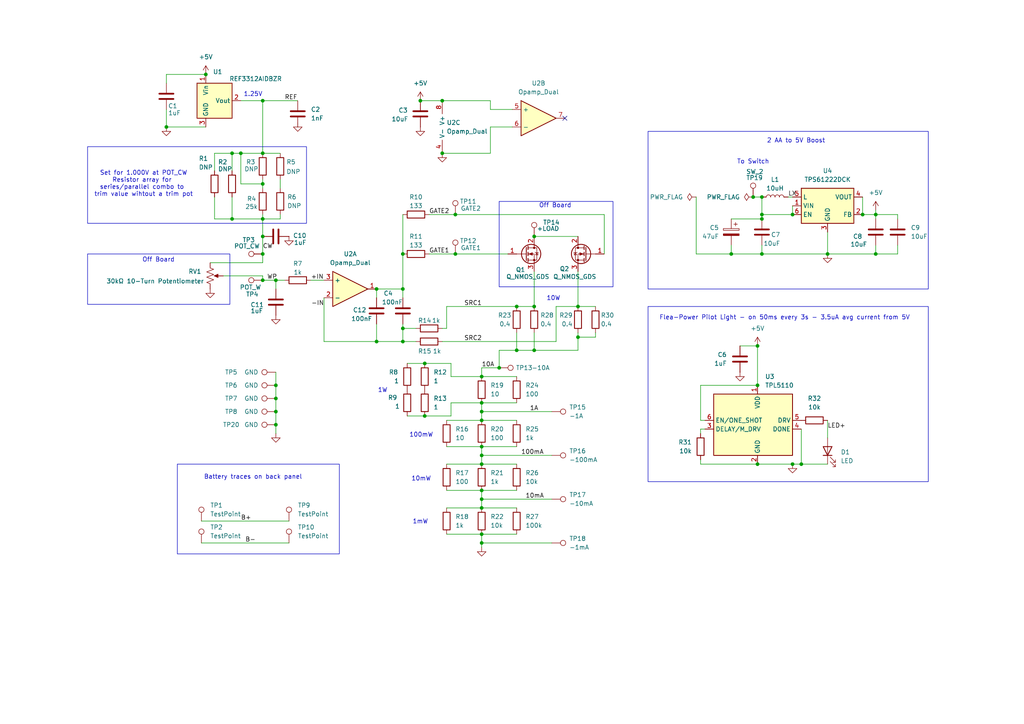
<source format=kicad_sch>
(kicad_sch
	(version 20231120)
	(generator "eeschema")
	(generator_version "8.0")
	(uuid "79984302-4d3c-4903-b0f1-367f930b4c04")
	(paper "A4")
	(lib_symbols
		(symbol "Connector:TestPoint"
			(pin_numbers hide)
			(pin_names
				(offset 0.762) hide)
			(exclude_from_sim no)
			(in_bom yes)
			(on_board yes)
			(property "Reference" "TP"
				(at 0 6.858 0)
				(effects
					(font
						(size 1.27 1.27)
					)
				)
			)
			(property "Value" "TestPoint"
				(at 0 5.08 0)
				(effects
					(font
						(size 1.27 1.27)
					)
				)
			)
			(property "Footprint" ""
				(at 5.08 0 0)
				(effects
					(font
						(size 1.27 1.27)
					)
					(hide yes)
				)
			)
			(property "Datasheet" "~"
				(at 5.08 0 0)
				(effects
					(font
						(size 1.27 1.27)
					)
					(hide yes)
				)
			)
			(property "Description" "test point"
				(at 0 0 0)
				(effects
					(font
						(size 1.27 1.27)
					)
					(hide yes)
				)
			)
			(property "ki_keywords" "test point tp"
				(at 0 0 0)
				(effects
					(font
						(size 1.27 1.27)
					)
					(hide yes)
				)
			)
			(property "ki_fp_filters" "Pin* Test*"
				(at 0 0 0)
				(effects
					(font
						(size 1.27 1.27)
					)
					(hide yes)
				)
			)
			(symbol "TestPoint_0_1"
				(circle
					(center 0 3.302)
					(radius 0.762)
					(stroke
						(width 0)
						(type default)
					)
					(fill
						(type none)
					)
				)
			)
			(symbol "TestPoint_1_1"
				(pin passive line
					(at 0 0 90)
					(length 2.54)
					(name "1"
						(effects
							(font
								(size 1.27 1.27)
							)
						)
					)
					(number "1"
						(effects
							(font
								(size 1.27 1.27)
							)
						)
					)
				)
			)
		)
		(symbol "Device:C"
			(pin_numbers hide)
			(pin_names
				(offset 0.254)
			)
			(exclude_from_sim no)
			(in_bom yes)
			(on_board yes)
			(property "Reference" "C"
				(at 0.635 2.54 0)
				(effects
					(font
						(size 1.27 1.27)
					)
					(justify left)
				)
			)
			(property "Value" "C"
				(at 0.635 -2.54 0)
				(effects
					(font
						(size 1.27 1.27)
					)
					(justify left)
				)
			)
			(property "Footprint" ""
				(at 0.9652 -3.81 0)
				(effects
					(font
						(size 1.27 1.27)
					)
					(hide yes)
				)
			)
			(property "Datasheet" "~"
				(at 0 0 0)
				(effects
					(font
						(size 1.27 1.27)
					)
					(hide yes)
				)
			)
			(property "Description" "Unpolarized capacitor"
				(at 0 0 0)
				(effects
					(font
						(size 1.27 1.27)
					)
					(hide yes)
				)
			)
			(property "ki_keywords" "cap capacitor"
				(at 0 0 0)
				(effects
					(font
						(size 1.27 1.27)
					)
					(hide yes)
				)
			)
			(property "ki_fp_filters" "C_*"
				(at 0 0 0)
				(effects
					(font
						(size 1.27 1.27)
					)
					(hide yes)
				)
			)
			(symbol "C_0_1"
				(polyline
					(pts
						(xy -2.032 -0.762) (xy 2.032 -0.762)
					)
					(stroke
						(width 0.508)
						(type default)
					)
					(fill
						(type none)
					)
				)
				(polyline
					(pts
						(xy -2.032 0.762) (xy 2.032 0.762)
					)
					(stroke
						(width 0.508)
						(type default)
					)
					(fill
						(type none)
					)
				)
			)
			(symbol "C_1_1"
				(pin passive line
					(at 0 3.81 270)
					(length 2.794)
					(name "~"
						(effects
							(font
								(size 1.27 1.27)
							)
						)
					)
					(number "1"
						(effects
							(font
								(size 1.27 1.27)
							)
						)
					)
				)
				(pin passive line
					(at 0 -3.81 90)
					(length 2.794)
					(name "~"
						(effects
							(font
								(size 1.27 1.27)
							)
						)
					)
					(number "2"
						(effects
							(font
								(size 1.27 1.27)
							)
						)
					)
				)
			)
		)
		(symbol "Device:C_Polarized"
			(pin_numbers hide)
			(pin_names
				(offset 0.254)
			)
			(exclude_from_sim no)
			(in_bom yes)
			(on_board yes)
			(property "Reference" "C"
				(at 0.635 2.54 0)
				(effects
					(font
						(size 1.27 1.27)
					)
					(justify left)
				)
			)
			(property "Value" "C_Polarized"
				(at 0.635 -2.54 0)
				(effects
					(font
						(size 1.27 1.27)
					)
					(justify left)
				)
			)
			(property "Footprint" ""
				(at 0.9652 -3.81 0)
				(effects
					(font
						(size 1.27 1.27)
					)
					(hide yes)
				)
			)
			(property "Datasheet" "~"
				(at 0 0 0)
				(effects
					(font
						(size 1.27 1.27)
					)
					(hide yes)
				)
			)
			(property "Description" "Polarized capacitor"
				(at 0 0 0)
				(effects
					(font
						(size 1.27 1.27)
					)
					(hide yes)
				)
			)
			(property "ki_keywords" "cap capacitor"
				(at 0 0 0)
				(effects
					(font
						(size 1.27 1.27)
					)
					(hide yes)
				)
			)
			(property "ki_fp_filters" "CP_*"
				(at 0 0 0)
				(effects
					(font
						(size 1.27 1.27)
					)
					(hide yes)
				)
			)
			(symbol "C_Polarized_0_1"
				(rectangle
					(start -2.286 0.508)
					(end 2.286 1.016)
					(stroke
						(width 0)
						(type default)
					)
					(fill
						(type none)
					)
				)
				(polyline
					(pts
						(xy -1.778 2.286) (xy -0.762 2.286)
					)
					(stroke
						(width 0)
						(type default)
					)
					(fill
						(type none)
					)
				)
				(polyline
					(pts
						(xy -1.27 2.794) (xy -1.27 1.778)
					)
					(stroke
						(width 0)
						(type default)
					)
					(fill
						(type none)
					)
				)
				(rectangle
					(start 2.286 -0.508)
					(end -2.286 -1.016)
					(stroke
						(width 0)
						(type default)
					)
					(fill
						(type outline)
					)
				)
			)
			(symbol "C_Polarized_1_1"
				(pin passive line
					(at 0 3.81 270)
					(length 2.794)
					(name "~"
						(effects
							(font
								(size 1.27 1.27)
							)
						)
					)
					(number "1"
						(effects
							(font
								(size 1.27 1.27)
							)
						)
					)
				)
				(pin passive line
					(at 0 -3.81 90)
					(length 2.794)
					(name "~"
						(effects
							(font
								(size 1.27 1.27)
							)
						)
					)
					(number "2"
						(effects
							(font
								(size 1.27 1.27)
							)
						)
					)
				)
			)
		)
		(symbol "Device:L"
			(pin_numbers hide)
			(pin_names
				(offset 1.016) hide)
			(exclude_from_sim no)
			(in_bom yes)
			(on_board yes)
			(property "Reference" "L"
				(at -1.27 0 90)
				(effects
					(font
						(size 1.27 1.27)
					)
				)
			)
			(property "Value" "L"
				(at 1.905 0 90)
				(effects
					(font
						(size 1.27 1.27)
					)
				)
			)
			(property "Footprint" ""
				(at 0 0 0)
				(effects
					(font
						(size 1.27 1.27)
					)
					(hide yes)
				)
			)
			(property "Datasheet" "~"
				(at 0 0 0)
				(effects
					(font
						(size 1.27 1.27)
					)
					(hide yes)
				)
			)
			(property "Description" "Inductor"
				(at 0 0 0)
				(effects
					(font
						(size 1.27 1.27)
					)
					(hide yes)
				)
			)
			(property "ki_keywords" "inductor choke coil reactor magnetic"
				(at 0 0 0)
				(effects
					(font
						(size 1.27 1.27)
					)
					(hide yes)
				)
			)
			(property "ki_fp_filters" "Choke_* *Coil* Inductor_* L_*"
				(at 0 0 0)
				(effects
					(font
						(size 1.27 1.27)
					)
					(hide yes)
				)
			)
			(symbol "L_0_1"
				(arc
					(start 0 -2.54)
					(mid 0.6323 -1.905)
					(end 0 -1.27)
					(stroke
						(width 0)
						(type default)
					)
					(fill
						(type none)
					)
				)
				(arc
					(start 0 -1.27)
					(mid 0.6323 -0.635)
					(end 0 0)
					(stroke
						(width 0)
						(type default)
					)
					(fill
						(type none)
					)
				)
				(arc
					(start 0 0)
					(mid 0.6323 0.635)
					(end 0 1.27)
					(stroke
						(width 0)
						(type default)
					)
					(fill
						(type none)
					)
				)
				(arc
					(start 0 1.27)
					(mid 0.6323 1.905)
					(end 0 2.54)
					(stroke
						(width 0)
						(type default)
					)
					(fill
						(type none)
					)
				)
			)
			(symbol "L_1_1"
				(pin passive line
					(at 0 3.81 270)
					(length 1.27)
					(name "1"
						(effects
							(font
								(size 1.27 1.27)
							)
						)
					)
					(number "1"
						(effects
							(font
								(size 1.27 1.27)
							)
						)
					)
				)
				(pin passive line
					(at 0 -3.81 90)
					(length 1.27)
					(name "2"
						(effects
							(font
								(size 1.27 1.27)
							)
						)
					)
					(number "2"
						(effects
							(font
								(size 1.27 1.27)
							)
						)
					)
				)
			)
		)
		(symbol "Device:LED"
			(pin_numbers hide)
			(pin_names
				(offset 1.016) hide)
			(exclude_from_sim no)
			(in_bom yes)
			(on_board yes)
			(property "Reference" "D"
				(at 0 2.54 0)
				(effects
					(font
						(size 1.27 1.27)
					)
				)
			)
			(property "Value" "LED"
				(at 0 -2.54 0)
				(effects
					(font
						(size 1.27 1.27)
					)
				)
			)
			(property "Footprint" ""
				(at 0 0 0)
				(effects
					(font
						(size 1.27 1.27)
					)
					(hide yes)
				)
			)
			(property "Datasheet" "~"
				(at 0 0 0)
				(effects
					(font
						(size 1.27 1.27)
					)
					(hide yes)
				)
			)
			(property "Description" "Light emitting diode"
				(at 0 0 0)
				(effects
					(font
						(size 1.27 1.27)
					)
					(hide yes)
				)
			)
			(property "ki_keywords" "LED diode"
				(at 0 0 0)
				(effects
					(font
						(size 1.27 1.27)
					)
					(hide yes)
				)
			)
			(property "ki_fp_filters" "LED* LED_SMD:* LED_THT:*"
				(at 0 0 0)
				(effects
					(font
						(size 1.27 1.27)
					)
					(hide yes)
				)
			)
			(symbol "LED_0_1"
				(polyline
					(pts
						(xy -1.27 -1.27) (xy -1.27 1.27)
					)
					(stroke
						(width 0.254)
						(type default)
					)
					(fill
						(type none)
					)
				)
				(polyline
					(pts
						(xy -1.27 0) (xy 1.27 0)
					)
					(stroke
						(width 0)
						(type default)
					)
					(fill
						(type none)
					)
				)
				(polyline
					(pts
						(xy 1.27 -1.27) (xy 1.27 1.27) (xy -1.27 0) (xy 1.27 -1.27)
					)
					(stroke
						(width 0.254)
						(type default)
					)
					(fill
						(type none)
					)
				)
				(polyline
					(pts
						(xy -3.048 -0.762) (xy -4.572 -2.286) (xy -3.81 -2.286) (xy -4.572 -2.286) (xy -4.572 -1.524)
					)
					(stroke
						(width 0)
						(type default)
					)
					(fill
						(type none)
					)
				)
				(polyline
					(pts
						(xy -1.778 -0.762) (xy -3.302 -2.286) (xy -2.54 -2.286) (xy -3.302 -2.286) (xy -3.302 -1.524)
					)
					(stroke
						(width 0)
						(type default)
					)
					(fill
						(type none)
					)
				)
			)
			(symbol "LED_1_1"
				(pin passive line
					(at -3.81 0 0)
					(length 2.54)
					(name "K"
						(effects
							(font
								(size 1.27 1.27)
							)
						)
					)
					(number "1"
						(effects
							(font
								(size 1.27 1.27)
							)
						)
					)
				)
				(pin passive line
					(at 3.81 0 180)
					(length 2.54)
					(name "A"
						(effects
							(font
								(size 1.27 1.27)
							)
						)
					)
					(number "2"
						(effects
							(font
								(size 1.27 1.27)
							)
						)
					)
				)
			)
		)
		(symbol "Device:Opamp_Dual"
			(exclude_from_sim no)
			(in_bom yes)
			(on_board yes)
			(property "Reference" "U"
				(at 0 5.08 0)
				(effects
					(font
						(size 1.27 1.27)
					)
					(justify left)
				)
			)
			(property "Value" "Opamp_Dual"
				(at 0 -5.08 0)
				(effects
					(font
						(size 1.27 1.27)
					)
					(justify left)
				)
			)
			(property "Footprint" ""
				(at 0 0 0)
				(effects
					(font
						(size 1.27 1.27)
					)
					(hide yes)
				)
			)
			(property "Datasheet" "~"
				(at 0 0 0)
				(effects
					(font
						(size 1.27 1.27)
					)
					(hide yes)
				)
			)
			(property "Description" "Dual operational amplifier"
				(at 0 0 0)
				(effects
					(font
						(size 1.27 1.27)
					)
					(hide yes)
				)
			)
			(property "Sim.Library" "${KICAD7_SYMBOL_DIR}/Simulation_SPICE.sp"
				(at 0 0 0)
				(effects
					(font
						(size 1.27 1.27)
					)
					(hide yes)
				)
			)
			(property "Sim.Name" "kicad_builtin_opamp_dual"
				(at 0 0 0)
				(effects
					(font
						(size 1.27 1.27)
					)
					(hide yes)
				)
			)
			(property "Sim.Device" "SUBCKT"
				(at 0 0 0)
				(effects
					(font
						(size 1.27 1.27)
					)
					(hide yes)
				)
			)
			(property "Sim.Pins" "1=out1 2=in1- 3=in1+ 4=vee 5=in2+ 6=in2- 7=out2 8=vcc"
				(at 0 0 0)
				(effects
					(font
						(size 1.27 1.27)
					)
					(hide yes)
				)
			)
			(property "ki_locked" ""
				(at 0 0 0)
				(effects
					(font
						(size 1.27 1.27)
					)
				)
			)
			(property "ki_keywords" "dual opamp"
				(at 0 0 0)
				(effects
					(font
						(size 1.27 1.27)
					)
					(hide yes)
				)
			)
			(property "ki_fp_filters" "SOIC*3.9x4.9mm*P1.27mm* DIP*W7.62mm* MSOP*3x3mm*P0.65mm* SSOP*2.95x2.8mm*P0.65mm* TSSOP*3x3mm*P0.65mm* VSSOP*P0.5mm* TO?99*"
				(at 0 0 0)
				(effects
					(font
						(size 1.27 1.27)
					)
					(hide yes)
				)
			)
			(symbol "Opamp_Dual_1_1"
				(polyline
					(pts
						(xy -5.08 5.08) (xy 5.08 0) (xy -5.08 -5.08) (xy -5.08 5.08)
					)
					(stroke
						(width 0.254)
						(type default)
					)
					(fill
						(type background)
					)
				)
				(pin output line
					(at 7.62 0 180)
					(length 2.54)
					(name "~"
						(effects
							(font
								(size 1.27 1.27)
							)
						)
					)
					(number "1"
						(effects
							(font
								(size 1.27 1.27)
							)
						)
					)
				)
				(pin input line
					(at -7.62 -2.54 0)
					(length 2.54)
					(name "-"
						(effects
							(font
								(size 1.27 1.27)
							)
						)
					)
					(number "2"
						(effects
							(font
								(size 1.27 1.27)
							)
						)
					)
				)
				(pin input line
					(at -7.62 2.54 0)
					(length 2.54)
					(name "+"
						(effects
							(font
								(size 1.27 1.27)
							)
						)
					)
					(number "3"
						(effects
							(font
								(size 1.27 1.27)
							)
						)
					)
				)
			)
			(symbol "Opamp_Dual_2_1"
				(polyline
					(pts
						(xy -5.08 5.08) (xy 5.08 0) (xy -5.08 -5.08) (xy -5.08 5.08)
					)
					(stroke
						(width 0.254)
						(type default)
					)
					(fill
						(type background)
					)
				)
				(pin input line
					(at -7.62 2.54 0)
					(length 2.54)
					(name "+"
						(effects
							(font
								(size 1.27 1.27)
							)
						)
					)
					(number "5"
						(effects
							(font
								(size 1.27 1.27)
							)
						)
					)
				)
				(pin input line
					(at -7.62 -2.54 0)
					(length 2.54)
					(name "-"
						(effects
							(font
								(size 1.27 1.27)
							)
						)
					)
					(number "6"
						(effects
							(font
								(size 1.27 1.27)
							)
						)
					)
				)
				(pin output line
					(at 7.62 0 180)
					(length 2.54)
					(name "~"
						(effects
							(font
								(size 1.27 1.27)
							)
						)
					)
					(number "7"
						(effects
							(font
								(size 1.27 1.27)
							)
						)
					)
				)
			)
			(symbol "Opamp_Dual_3_1"
				(pin power_in line
					(at -2.54 -7.62 90)
					(length 3.81)
					(name "V-"
						(effects
							(font
								(size 1.27 1.27)
							)
						)
					)
					(number "4"
						(effects
							(font
								(size 1.27 1.27)
							)
						)
					)
				)
				(pin power_in line
					(at -2.54 7.62 270)
					(length 3.81)
					(name "V+"
						(effects
							(font
								(size 1.27 1.27)
							)
						)
					)
					(number "8"
						(effects
							(font
								(size 1.27 1.27)
							)
						)
					)
				)
			)
		)
		(symbol "Device:Q_NMOS_GDS"
			(pin_names
				(offset 0) hide)
			(exclude_from_sim no)
			(in_bom yes)
			(on_board yes)
			(property "Reference" "Q"
				(at 5.08 1.27 0)
				(effects
					(font
						(size 1.27 1.27)
					)
					(justify left)
				)
			)
			(property "Value" "Q_NMOS_GDS"
				(at 5.08 -1.27 0)
				(effects
					(font
						(size 1.27 1.27)
					)
					(justify left)
				)
			)
			(property "Footprint" ""
				(at 5.08 2.54 0)
				(effects
					(font
						(size 1.27 1.27)
					)
					(hide yes)
				)
			)
			(property "Datasheet" "~"
				(at 0 0 0)
				(effects
					(font
						(size 1.27 1.27)
					)
					(hide yes)
				)
			)
			(property "Description" "N-MOSFET transistor, gate/drain/source"
				(at 0 0 0)
				(effects
					(font
						(size 1.27 1.27)
					)
					(hide yes)
				)
			)
			(property "ki_keywords" "transistor NMOS N-MOS N-MOSFET"
				(at 0 0 0)
				(effects
					(font
						(size 1.27 1.27)
					)
					(hide yes)
				)
			)
			(symbol "Q_NMOS_GDS_0_1"
				(polyline
					(pts
						(xy 0.254 0) (xy -2.54 0)
					)
					(stroke
						(width 0)
						(type default)
					)
					(fill
						(type none)
					)
				)
				(polyline
					(pts
						(xy 0.254 1.905) (xy 0.254 -1.905)
					)
					(stroke
						(width 0.254)
						(type default)
					)
					(fill
						(type none)
					)
				)
				(polyline
					(pts
						(xy 0.762 -1.27) (xy 0.762 -2.286)
					)
					(stroke
						(width 0.254)
						(type default)
					)
					(fill
						(type none)
					)
				)
				(polyline
					(pts
						(xy 0.762 0.508) (xy 0.762 -0.508)
					)
					(stroke
						(width 0.254)
						(type default)
					)
					(fill
						(type none)
					)
				)
				(polyline
					(pts
						(xy 0.762 2.286) (xy 0.762 1.27)
					)
					(stroke
						(width 0.254)
						(type default)
					)
					(fill
						(type none)
					)
				)
				(polyline
					(pts
						(xy 2.54 2.54) (xy 2.54 1.778)
					)
					(stroke
						(width 0)
						(type default)
					)
					(fill
						(type none)
					)
				)
				(polyline
					(pts
						(xy 2.54 -2.54) (xy 2.54 0) (xy 0.762 0)
					)
					(stroke
						(width 0)
						(type default)
					)
					(fill
						(type none)
					)
				)
				(polyline
					(pts
						(xy 0.762 -1.778) (xy 3.302 -1.778) (xy 3.302 1.778) (xy 0.762 1.778)
					)
					(stroke
						(width 0)
						(type default)
					)
					(fill
						(type none)
					)
				)
				(polyline
					(pts
						(xy 1.016 0) (xy 2.032 0.381) (xy 2.032 -0.381) (xy 1.016 0)
					)
					(stroke
						(width 0)
						(type default)
					)
					(fill
						(type outline)
					)
				)
				(polyline
					(pts
						(xy 2.794 0.508) (xy 2.921 0.381) (xy 3.683 0.381) (xy 3.81 0.254)
					)
					(stroke
						(width 0)
						(type default)
					)
					(fill
						(type none)
					)
				)
				(polyline
					(pts
						(xy 3.302 0.381) (xy 2.921 -0.254) (xy 3.683 -0.254) (xy 3.302 0.381)
					)
					(stroke
						(width 0)
						(type default)
					)
					(fill
						(type none)
					)
				)
				(circle
					(center 1.651 0)
					(radius 2.794)
					(stroke
						(width 0.254)
						(type default)
					)
					(fill
						(type none)
					)
				)
				(circle
					(center 2.54 -1.778)
					(radius 0.254)
					(stroke
						(width 0)
						(type default)
					)
					(fill
						(type outline)
					)
				)
				(circle
					(center 2.54 1.778)
					(radius 0.254)
					(stroke
						(width 0)
						(type default)
					)
					(fill
						(type outline)
					)
				)
			)
			(symbol "Q_NMOS_GDS_1_1"
				(pin input line
					(at -5.08 0 0)
					(length 2.54)
					(name "G"
						(effects
							(font
								(size 1.27 1.27)
							)
						)
					)
					(number "1"
						(effects
							(font
								(size 1.27 1.27)
							)
						)
					)
				)
				(pin passive line
					(at 2.54 5.08 270)
					(length 2.54)
					(name "D"
						(effects
							(font
								(size 1.27 1.27)
							)
						)
					)
					(number "2"
						(effects
							(font
								(size 1.27 1.27)
							)
						)
					)
				)
				(pin passive line
					(at 2.54 -5.08 90)
					(length 2.54)
					(name "S"
						(effects
							(font
								(size 1.27 1.27)
							)
						)
					)
					(number "3"
						(effects
							(font
								(size 1.27 1.27)
							)
						)
					)
				)
			)
		)
		(symbol "Device:R"
			(pin_numbers hide)
			(pin_names
				(offset 0)
			)
			(exclude_from_sim no)
			(in_bom yes)
			(on_board yes)
			(property "Reference" "R"
				(at 2.032 0 90)
				(effects
					(font
						(size 1.27 1.27)
					)
				)
			)
			(property "Value" "R"
				(at 0 0 90)
				(effects
					(font
						(size 1.27 1.27)
					)
				)
			)
			(property "Footprint" ""
				(at -1.778 0 90)
				(effects
					(font
						(size 1.27 1.27)
					)
					(hide yes)
				)
			)
			(property "Datasheet" "~"
				(at 0 0 0)
				(effects
					(font
						(size 1.27 1.27)
					)
					(hide yes)
				)
			)
			(property "Description" "Resistor"
				(at 0 0 0)
				(effects
					(font
						(size 1.27 1.27)
					)
					(hide yes)
				)
			)
			(property "ki_keywords" "R res resistor"
				(at 0 0 0)
				(effects
					(font
						(size 1.27 1.27)
					)
					(hide yes)
				)
			)
			(property "ki_fp_filters" "R_*"
				(at 0 0 0)
				(effects
					(font
						(size 1.27 1.27)
					)
					(hide yes)
				)
			)
			(symbol "R_0_1"
				(rectangle
					(start -1.016 -2.54)
					(end 1.016 2.54)
					(stroke
						(width 0.254)
						(type default)
					)
					(fill
						(type none)
					)
				)
			)
			(symbol "R_1_1"
				(pin passive line
					(at 0 3.81 270)
					(length 1.27)
					(name "~"
						(effects
							(font
								(size 1.27 1.27)
							)
						)
					)
					(number "1"
						(effects
							(font
								(size 1.27 1.27)
							)
						)
					)
				)
				(pin passive line
					(at 0 -3.81 90)
					(length 1.27)
					(name "~"
						(effects
							(font
								(size 1.27 1.27)
							)
						)
					)
					(number "2"
						(effects
							(font
								(size 1.27 1.27)
							)
						)
					)
				)
			)
		)
		(symbol "Device:R_Potentiometer_US"
			(pin_numbers hide)
			(pin_names
				(offset 1.016) hide)
			(exclude_from_sim no)
			(in_bom yes)
			(on_board yes)
			(property "Reference" "RV"
				(at -4.445 0 90)
				(effects
					(font
						(size 1.27 1.27)
					)
				)
			)
			(property "Value" "R_Potentiometer_US"
				(at -2.54 0 90)
				(effects
					(font
						(size 1.27 1.27)
					)
				)
			)
			(property "Footprint" ""
				(at 0 0 0)
				(effects
					(font
						(size 1.27 1.27)
					)
					(hide yes)
				)
			)
			(property "Datasheet" "~"
				(at 0 0 0)
				(effects
					(font
						(size 1.27 1.27)
					)
					(hide yes)
				)
			)
			(property "Description" "Potentiometer, US symbol"
				(at 0 0 0)
				(effects
					(font
						(size 1.27 1.27)
					)
					(hide yes)
				)
			)
			(property "ki_keywords" "resistor variable"
				(at 0 0 0)
				(effects
					(font
						(size 1.27 1.27)
					)
					(hide yes)
				)
			)
			(property "ki_fp_filters" "Potentiometer*"
				(at 0 0 0)
				(effects
					(font
						(size 1.27 1.27)
					)
					(hide yes)
				)
			)
			(symbol "R_Potentiometer_US_0_1"
				(polyline
					(pts
						(xy 0 -2.286) (xy 0 -2.54)
					)
					(stroke
						(width 0)
						(type default)
					)
					(fill
						(type none)
					)
				)
				(polyline
					(pts
						(xy 0 2.54) (xy 0 2.286)
					)
					(stroke
						(width 0)
						(type default)
					)
					(fill
						(type none)
					)
				)
				(polyline
					(pts
						(xy 2.54 0) (xy 1.524 0)
					)
					(stroke
						(width 0)
						(type default)
					)
					(fill
						(type none)
					)
				)
				(polyline
					(pts
						(xy 1.143 0) (xy 2.286 0.508) (xy 2.286 -0.508) (xy 1.143 0)
					)
					(stroke
						(width 0)
						(type default)
					)
					(fill
						(type outline)
					)
				)
				(polyline
					(pts
						(xy 0 -0.762) (xy 1.016 -1.143) (xy 0 -1.524) (xy -1.016 -1.905) (xy 0 -2.286)
					)
					(stroke
						(width 0)
						(type default)
					)
					(fill
						(type none)
					)
				)
				(polyline
					(pts
						(xy 0 0.762) (xy 1.016 0.381) (xy 0 0) (xy -1.016 -0.381) (xy 0 -0.762)
					)
					(stroke
						(width 0)
						(type default)
					)
					(fill
						(type none)
					)
				)
				(polyline
					(pts
						(xy 0 2.286) (xy 1.016 1.905) (xy 0 1.524) (xy -1.016 1.143) (xy 0 0.762)
					)
					(stroke
						(width 0)
						(type default)
					)
					(fill
						(type none)
					)
				)
			)
			(symbol "R_Potentiometer_US_1_1"
				(pin passive line
					(at 0 3.81 270)
					(length 1.27)
					(name "1"
						(effects
							(font
								(size 1.27 1.27)
							)
						)
					)
					(number "1"
						(effects
							(font
								(size 1.27 1.27)
							)
						)
					)
				)
				(pin passive line
					(at 3.81 0 180)
					(length 1.27)
					(name "2"
						(effects
							(font
								(size 1.27 1.27)
							)
						)
					)
					(number "2"
						(effects
							(font
								(size 1.27 1.27)
							)
						)
					)
				)
				(pin passive line
					(at 0 -3.81 90)
					(length 1.27)
					(name "3"
						(effects
							(font
								(size 1.27 1.27)
							)
						)
					)
					(number "3"
						(effects
							(font
								(size 1.27 1.27)
							)
						)
					)
				)
			)
		)
		(symbol "Reference_Voltage:ISL21070CIH320Z-TK"
			(exclude_from_sim no)
			(in_bom yes)
			(on_board yes)
			(property "Reference" "U"
				(at -0.635 8.255 0)
				(effects
					(font
						(size 1.27 1.27)
					)
				)
			)
			(property "Value" "ISL21070CIH320Z-TK"
				(at -1.905 6.35 0)
				(effects
					(font
						(size 1.27 1.27)
					)
					(justify left)
				)
			)
			(property "Footprint" "Package_TO_SOT_SMD:SOT-23"
				(at 12.7 -6.35 0)
				(effects
					(font
						(size 1.27 1.27)
						(italic yes)
					)
					(hide yes)
				)
			)
			(property "Datasheet" "http://www.intersil.com/content/dam/Intersil/documents/fn75/fn7599.pdf"
				(at 0 0 0)
				(effects
					(font
						(size 1.27 1.27)
						(italic yes)
					)
					(hide yes)
				)
			)
			(property "Description" "2.0V 25μA Micropower Voltage Reference, SOT-23"
				(at 0 0 0)
				(effects
					(font
						(size 1.27 1.27)
					)
					(hide yes)
				)
			)
			(property "ki_keywords" "Micropower Voltage Reference 2.0V"
				(at 0 0 0)
				(effects
					(font
						(size 1.27 1.27)
					)
					(hide yes)
				)
			)
			(property "ki_fp_filters" "SOT?23*"
				(at 0 0 0)
				(effects
					(font
						(size 1.27 1.27)
					)
					(hide yes)
				)
			)
			(symbol "ISL21070CIH320Z-TK_0_1"
				(rectangle
					(start -5.08 5.08)
					(end 5.08 -5.08)
					(stroke
						(width 0.254)
						(type default)
					)
					(fill
						(type background)
					)
				)
			)
			(symbol "ISL21070CIH320Z-TK_1_1"
				(pin power_in line
					(at -2.54 7.62 270)
					(length 2.54)
					(name "Vin"
						(effects
							(font
								(size 1.27 1.27)
							)
						)
					)
					(number "1"
						(effects
							(font
								(size 1.27 1.27)
							)
						)
					)
				)
				(pin power_out line
					(at 7.62 0 180)
					(length 2.54)
					(name "Vout"
						(effects
							(font
								(size 1.27 1.27)
							)
						)
					)
					(number "2"
						(effects
							(font
								(size 1.27 1.27)
							)
						)
					)
				)
				(pin power_in line
					(at -2.54 -7.62 90)
					(length 2.54)
					(name "GND"
						(effects
							(font
								(size 1.27 1.27)
							)
						)
					)
					(number "3"
						(effects
							(font
								(size 1.27 1.27)
							)
						)
					)
				)
			)
		)
		(symbol "Regulator_Switching:TPS61222DCK"
			(exclude_from_sim no)
			(in_bom yes)
			(on_board yes)
			(property "Reference" "U"
				(at -7.62 6.35 0)
				(effects
					(font
						(size 1.27 1.27)
					)
					(justify left)
				)
			)
			(property "Value" "TPS61222DCK"
				(at 2.54 6.35 0)
				(effects
					(font
						(size 1.27 1.27)
					)
				)
			)
			(property "Footprint" "Package_TO_SOT_SMD:Texas_R-PDSO-G6"
				(at 0 -20.32 0)
				(effects
					(font
						(size 1.27 1.27)
					)
					(hide yes)
				)
			)
			(property "Datasheet" "http://www.ti.com/lit/ds/symlink/tps61220.pdf"
				(at 0 -3.81 0)
				(effects
					(font
						(size 1.27 1.27)
					)
					(hide yes)
				)
			)
			(property "Description" "400 mA Step-Up Converter, Fixed 5V Output Voltage, 0.7-5.5V Input Voltage, SC-70"
				(at 0 0 0)
				(effects
					(font
						(size 1.27 1.27)
					)
					(hide yes)
				)
			)
			(property "ki_keywords" "Boost adjustable converter"
				(at 0 0 0)
				(effects
					(font
						(size 1.27 1.27)
					)
					(hide yes)
				)
			)
			(property "ki_fp_filters" "Texas*R*PDSO*G6*"
				(at 0 0 0)
				(effects
					(font
						(size 1.27 1.27)
					)
					(hide yes)
				)
			)
			(symbol "TPS61222DCK_0_1"
				(rectangle
					(start -7.62 5.08)
					(end 7.62 -5.08)
					(stroke
						(width 0.254)
						(type default)
					)
					(fill
						(type background)
					)
				)
			)
			(symbol "TPS61222DCK_1_1"
				(pin power_in line
					(at -10.16 0 0)
					(length 2.54)
					(name "VIN"
						(effects
							(font
								(size 1.27 1.27)
							)
						)
					)
					(number "1"
						(effects
							(font
								(size 1.27 1.27)
							)
						)
					)
				)
				(pin input line
					(at 10.16 -2.54 180)
					(length 2.54)
					(name "FB"
						(effects
							(font
								(size 1.27 1.27)
							)
						)
					)
					(number "2"
						(effects
							(font
								(size 1.27 1.27)
							)
						)
					)
				)
				(pin power_in line
					(at 0 -7.62 90)
					(length 2.54)
					(name "GND"
						(effects
							(font
								(size 1.27 1.27)
							)
						)
					)
					(number "3"
						(effects
							(font
								(size 1.27 1.27)
							)
						)
					)
				)
				(pin power_out line
					(at 10.16 2.54 180)
					(length 2.54)
					(name "VOUT"
						(effects
							(font
								(size 1.27 1.27)
							)
						)
					)
					(number "4"
						(effects
							(font
								(size 1.27 1.27)
							)
						)
					)
				)
				(pin power_in line
					(at -10.16 2.54 0)
					(length 2.54)
					(name "L"
						(effects
							(font
								(size 1.27 1.27)
							)
						)
					)
					(number "5"
						(effects
							(font
								(size 1.27 1.27)
							)
						)
					)
				)
				(pin input line
					(at -10.16 -2.54 0)
					(length 2.54)
					(name "EN"
						(effects
							(font
								(size 1.27 1.27)
							)
						)
					)
					(number "6"
						(effects
							(font
								(size 1.27 1.27)
							)
						)
					)
				)
			)
		)
		(symbol "Timer:TPL5110"
			(exclude_from_sim no)
			(in_bom yes)
			(on_board yes)
			(property "Reference" "U"
				(at -10.16 8.89 0)
				(effects
					(font
						(size 1.27 1.27)
					)
				)
			)
			(property "Value" "TPL5110"
				(at 6.35 8.89 0)
				(effects
					(font
						(size 1.27 1.27)
					)
				)
			)
			(property "Footprint" "Package_TO_SOT_SMD:SOT-23-6"
				(at 0 0 0)
				(effects
					(font
						(size 1.27 1.27)
					)
					(hide yes)
				)
			)
			(property "Datasheet" "http://www.ti.com/lit/ds/symlink/tpl5110.pdf"
				(at -5.08 -10.16 0)
				(effects
					(font
						(size 1.27 1.27)
					)
					(hide yes)
				)
			)
			(property "Description" "Timer, Nano Power, Active-Low, 35 nA, 100 ms to 7200 s, VDD 1.8V to 5.5V, Iout max 1mA, SOT-23-6"
				(at 0 0 0)
				(effects
					(font
						(size 1.27 1.27)
					)
					(hide yes)
				)
			)
			(property "ki_keywords" "timer active-low nano wake done"
				(at 0 0 0)
				(effects
					(font
						(size 1.27 1.27)
					)
					(hide yes)
				)
			)
			(property "ki_fp_filters" "SOT?23*"
				(at 0 0 0)
				(effects
					(font
						(size 1.27 1.27)
					)
					(hide yes)
				)
			)
			(symbol "TPL5110_0_1"
				(rectangle
					(start -12.7 7.62)
					(end 10.16 -10.16)
					(stroke
						(width 0.254)
						(type default)
					)
					(fill
						(type background)
					)
				)
			)
			(symbol "TPL5110_1_1"
				(pin power_in line
					(at 0 10.16 270)
					(length 2.54)
					(name "VDD"
						(effects
							(font
								(size 1.27 1.27)
							)
						)
					)
					(number "1"
						(effects
							(font
								(size 1.27 1.27)
							)
						)
					)
				)
				(pin power_in line
					(at 0 -12.7 90)
					(length 2.54)
					(name "GND"
						(effects
							(font
								(size 1.27 1.27)
							)
						)
					)
					(number "2"
						(effects
							(font
								(size 1.27 1.27)
							)
						)
					)
				)
				(pin input line
					(at -15.24 -2.54 0)
					(length 2.54)
					(name "DELAY/M_DRV"
						(effects
							(font
								(size 1.27 1.27)
							)
						)
					)
					(number "3"
						(effects
							(font
								(size 1.27 1.27)
							)
						)
					)
				)
				(pin input line
					(at 12.7 -2.54 180)
					(length 2.54)
					(name "DONE"
						(effects
							(font
								(size 1.27 1.27)
							)
						)
					)
					(number "4"
						(effects
							(font
								(size 1.27 1.27)
							)
						)
					)
				)
				(pin output line
					(at 12.7 0 180)
					(length 2.54)
					(name "DRV"
						(effects
							(font
								(size 1.27 1.27)
							)
						)
					)
					(number "5"
						(effects
							(font
								(size 1.27 1.27)
							)
						)
					)
				)
				(pin input line
					(at -15.24 0 0)
					(length 2.54)
					(name "EN/ONE_SHOT"
						(effects
							(font
								(size 1.27 1.27)
							)
						)
					)
					(number "6"
						(effects
							(font
								(size 1.27 1.27)
							)
						)
					)
				)
			)
		)
		(symbol "power:+5V"
			(power)
			(pin_numbers hide)
			(pin_names
				(offset 0) hide)
			(exclude_from_sim no)
			(in_bom yes)
			(on_board yes)
			(property "Reference" "#PWR"
				(at 0 -3.81 0)
				(effects
					(font
						(size 1.27 1.27)
					)
					(hide yes)
				)
			)
			(property "Value" "+5V"
				(at 0 3.556 0)
				(effects
					(font
						(size 1.27 1.27)
					)
				)
			)
			(property "Footprint" ""
				(at 0 0 0)
				(effects
					(font
						(size 1.27 1.27)
					)
					(hide yes)
				)
			)
			(property "Datasheet" ""
				(at 0 0 0)
				(effects
					(font
						(size 1.27 1.27)
					)
					(hide yes)
				)
			)
			(property "Description" "Power symbol creates a global label with name \"+5V\""
				(at 0 0 0)
				(effects
					(font
						(size 1.27 1.27)
					)
					(hide yes)
				)
			)
			(property "ki_keywords" "global power"
				(at 0 0 0)
				(effects
					(font
						(size 1.27 1.27)
					)
					(hide yes)
				)
			)
			(symbol "+5V_0_1"
				(polyline
					(pts
						(xy -0.762 1.27) (xy 0 2.54)
					)
					(stroke
						(width 0)
						(type default)
					)
					(fill
						(type none)
					)
				)
				(polyline
					(pts
						(xy 0 0) (xy 0 2.54)
					)
					(stroke
						(width 0)
						(type default)
					)
					(fill
						(type none)
					)
				)
				(polyline
					(pts
						(xy 0 2.54) (xy 0.762 1.27)
					)
					(stroke
						(width 0)
						(type default)
					)
					(fill
						(type none)
					)
				)
			)
			(symbol "+5V_1_1"
				(pin power_in line
					(at 0 0 90)
					(length 0)
					(name "~"
						(effects
							(font
								(size 1.27 1.27)
							)
						)
					)
					(number "1"
						(effects
							(font
								(size 1.27 1.27)
							)
						)
					)
				)
			)
		)
		(symbol "power:GND"
			(power)
			(pin_numbers hide)
			(pin_names
				(offset 0) hide)
			(exclude_from_sim no)
			(in_bom yes)
			(on_board yes)
			(property "Reference" "#PWR"
				(at 0 -6.35 0)
				(effects
					(font
						(size 1.27 1.27)
					)
					(hide yes)
				)
			)
			(property "Value" "GND"
				(at 0 -3.81 0)
				(effects
					(font
						(size 1.27 1.27)
					)
				)
			)
			(property "Footprint" ""
				(at 0 0 0)
				(effects
					(font
						(size 1.27 1.27)
					)
					(hide yes)
				)
			)
			(property "Datasheet" ""
				(at 0 0 0)
				(effects
					(font
						(size 1.27 1.27)
					)
					(hide yes)
				)
			)
			(property "Description" "Power symbol creates a global label with name \"GND\" , ground"
				(at 0 0 0)
				(effects
					(font
						(size 1.27 1.27)
					)
					(hide yes)
				)
			)
			(property "ki_keywords" "global power"
				(at 0 0 0)
				(effects
					(font
						(size 1.27 1.27)
					)
					(hide yes)
				)
			)
			(symbol "GND_0_1"
				(polyline
					(pts
						(xy 0 0) (xy 0 -1.27) (xy 1.27 -1.27) (xy 0 -2.54) (xy -1.27 -1.27) (xy 0 -1.27)
					)
					(stroke
						(width 0)
						(type default)
					)
					(fill
						(type none)
					)
				)
			)
			(symbol "GND_1_1"
				(pin power_in line
					(at 0 0 270)
					(length 0)
					(name "~"
						(effects
							(font
								(size 1.27 1.27)
							)
						)
					)
					(number "1"
						(effects
							(font
								(size 1.27 1.27)
							)
						)
					)
				)
			)
		)
		(symbol "power:PWR_FLAG"
			(power)
			(pin_numbers hide)
			(pin_names
				(offset 0) hide)
			(exclude_from_sim no)
			(in_bom yes)
			(on_board yes)
			(property "Reference" "#FLG"
				(at 0 1.905 0)
				(effects
					(font
						(size 1.27 1.27)
					)
					(hide yes)
				)
			)
			(property "Value" "PWR_FLAG"
				(at 0 3.81 0)
				(effects
					(font
						(size 1.27 1.27)
					)
				)
			)
			(property "Footprint" ""
				(at 0 0 0)
				(effects
					(font
						(size 1.27 1.27)
					)
					(hide yes)
				)
			)
			(property "Datasheet" "~"
				(at 0 0 0)
				(effects
					(font
						(size 1.27 1.27)
					)
					(hide yes)
				)
			)
			(property "Description" "Special symbol for telling ERC where power comes from"
				(at 0 0 0)
				(effects
					(font
						(size 1.27 1.27)
					)
					(hide yes)
				)
			)
			(property "ki_keywords" "flag power"
				(at 0 0 0)
				(effects
					(font
						(size 1.27 1.27)
					)
					(hide yes)
				)
			)
			(symbol "PWR_FLAG_0_0"
				(pin power_out line
					(at 0 0 90)
					(length 0)
					(name "~"
						(effects
							(font
								(size 1.27 1.27)
							)
						)
					)
					(number "1"
						(effects
							(font
								(size 1.27 1.27)
							)
						)
					)
				)
			)
			(symbol "PWR_FLAG_0_1"
				(polyline
					(pts
						(xy 0 0) (xy 0 1.27) (xy -1.016 1.905) (xy 0 2.54) (xy 1.016 1.905) (xy 0 1.27)
					)
					(stroke
						(width 0)
						(type default)
					)
					(fill
						(type none)
					)
				)
			)
		)
	)
	(junction
		(at 123.19 105.41)
		(diameter 0)
		(color 0 0 0 0)
		(uuid "00553056-4a8a-4399-a6f5-d5cf2c0fac81")
	)
	(junction
		(at 116.84 95.25)
		(diameter 0)
		(color 0 0 0 0)
		(uuid "04dd5886-2ba7-484c-9ab2-c026a2093e0c")
	)
	(junction
		(at 76.2 53.34)
		(diameter 0)
		(color 0 0 0 0)
		(uuid "0504a79b-753e-4cca-b589-f4fbddc1803f")
	)
	(junction
		(at 76.2 44.45)
		(diameter 0)
		(color 0 0 0 0)
		(uuid "0e6d21e9-700b-4d54-b251-a1c0e60d8745")
	)
	(junction
		(at 139.7 121.92)
		(diameter 0)
		(color 0 0 0 0)
		(uuid "0fba11f6-6bf1-496b-a166-dd72ed2f8f1e")
	)
	(junction
		(at 139.7 119.38)
		(diameter 0)
		(color 0 0 0 0)
		(uuid "20621a60-26ee-43c0-a1ba-156cc769ceb7")
	)
	(junction
		(at 76.2 29.21)
		(diameter 0)
		(color 0 0 0 0)
		(uuid "25c96cbf-e3c4-4cbf-ba47-a6c9e221ffb6")
	)
	(junction
		(at 154.94 88.9)
		(diameter 0)
		(color 0 0 0 0)
		(uuid "2dd2535a-8143-497d-860f-ff785fe67f01")
	)
	(junction
		(at 220.98 62.23)
		(diameter 0)
		(color 0 0 0 0)
		(uuid "2e1a3bd5-b3a2-44d2-874d-d7db6415eb6d")
	)
	(junction
		(at 139.7 142.24)
		(diameter 0)
		(color 0 0 0 0)
		(uuid "304d5555-9fdb-484e-9390-070b8dcec61a")
	)
	(junction
		(at 139.7 134.62)
		(diameter 0)
		(color 0 0 0 0)
		(uuid "3178f2d3-6b6e-4130-990b-c9d82b72d170")
	)
	(junction
		(at 139.7 144.78)
		(diameter 0)
		(color 0 0 0 0)
		(uuid "325dd55f-b789-49eb-b5c3-deb89bedad29")
	)
	(junction
		(at 139.7 157.48)
		(diameter 0)
		(color 0 0 0 0)
		(uuid "3307cb30-060f-4f1c-9bff-c257534bfecf")
	)
	(junction
		(at 80.01 81.28)
		(diameter 0)
		(color 0 0 0 0)
		(uuid "377a5144-bc73-42b9-84ea-4d753a8c074d")
	)
	(junction
		(at 132.08 73.66)
		(diameter 0)
		(color 0 0 0 0)
		(uuid "410ab644-1373-4074-9003-ca65ad8ea5c8")
	)
	(junction
		(at 139.7 132.08)
		(diameter 0)
		(color 0 0 0 0)
		(uuid "47e09af5-d53e-4dce-9513-c17f35b215d2")
	)
	(junction
		(at 48.26 36.83)
		(diameter 0)
		(color 0 0 0 0)
		(uuid "5160f83d-529f-4b55-a930-8249e283e5f2")
	)
	(junction
		(at 212.09 73.66)
		(diameter 0)
		(color 0 0 0 0)
		(uuid "5411f4c0-0379-4b0f-b7dd-e21a06656b9e")
	)
	(junction
		(at 80.01 123.19)
		(diameter 0)
		(color 0 0 0 0)
		(uuid "565b2163-63bf-4770-8c97-2083a2746dac")
	)
	(junction
		(at 128.27 29.21)
		(diameter 0)
		(color 0 0 0 0)
		(uuid "573448fa-6d75-4819-a118-de42e3208fca")
	)
	(junction
		(at 219.71 134.62)
		(diameter 0)
		(color 0 0 0 0)
		(uuid "57eb1f43-3480-413b-b5f3-fc4937442493")
	)
	(junction
		(at 67.31 44.45)
		(diameter 0)
		(color 0 0 0 0)
		(uuid "63025e5e-46c1-4bca-bbba-ff6152cb04ce")
	)
	(junction
		(at 250.19 62.23)
		(diameter 0)
		(color 0 0 0 0)
		(uuid "64214137-ba6b-4c09-bd7a-1f5deb3309e7")
	)
	(junction
		(at 240.03 73.66)
		(diameter 0)
		(color 0 0 0 0)
		(uuid "68b471c5-417e-421a-8816-41c43f481b87")
	)
	(junction
		(at 229.87 134.62)
		(diameter 0)
		(color 0 0 0 0)
		(uuid "6c532d9c-d223-4dca-bae4-9145fc597b7b")
	)
	(junction
		(at 76.2 73.66)
		(diameter 0)
		(color 0 0 0 0)
		(uuid "6fdaefcd-1543-499b-a249-9106868abdd8")
	)
	(junction
		(at 254 62.23)
		(diameter 0)
		(color 0 0 0 0)
		(uuid "72818df0-0b40-406b-ba22-d00162eb3922")
	)
	(junction
		(at 254 73.66)
		(diameter 0)
		(color 0 0 0 0)
		(uuid "804b7d85-b8ad-40dd-94af-614269b975a7")
	)
	(junction
		(at 139.7 154.94)
		(diameter 0)
		(color 0 0 0 0)
		(uuid "830e7035-d14b-4dfe-bea5-2e2b8677c54d")
	)
	(junction
		(at 76.2 68.58)
		(diameter 0)
		(color 0 0 0 0)
		(uuid "894abf4a-8ff3-4088-845b-2a94697e1c81")
	)
	(junction
		(at 116.84 99.06)
		(diameter 0)
		(color 0 0 0 0)
		(uuid "8f5d5067-3b8a-4350-8fde-440a4804effa")
	)
	(junction
		(at 128.27 44.45)
		(diameter 0)
		(color 0 0 0 0)
		(uuid "981a5b7c-9333-476c-b4a7-5e84a215191c")
	)
	(junction
		(at 139.7 129.54)
		(diameter 0)
		(color 0 0 0 0)
		(uuid "9af1e1a2-36cc-4689-a38d-921d5bb7344e")
	)
	(junction
		(at 218.44 57.15)
		(diameter 0)
		(color 0 0 0 0)
		(uuid "9af3c2ff-1fdd-4581-8957-58936b1ce9de")
	)
	(junction
		(at 121.92 29.21)
		(diameter 0)
		(color 0 0 0 0)
		(uuid "9b55ef09-9405-48a0-981d-ab5968fce3a2")
	)
	(junction
		(at 123.19 120.65)
		(diameter 0)
		(color 0 0 0 0)
		(uuid "9dc7bba0-7e05-4562-92b3-7790de56b725")
	)
	(junction
		(at 59.69 21.59)
		(diameter 0)
		(color 0 0 0 0)
		(uuid "9e19ceae-727b-42c2-bbab-616be601aa4e")
	)
	(junction
		(at 154.94 101.6)
		(diameter 0)
		(color 0 0 0 0)
		(uuid "a4d1d5fc-b7c6-46f3-a5d0-63ee765d96aa")
	)
	(junction
		(at 69.85 44.45)
		(diameter 0)
		(color 0 0 0 0)
		(uuid "a8afd7bb-a64f-473b-99a2-4213b08c366e")
	)
	(junction
		(at 139.7 147.32)
		(diameter 0)
		(color 0 0 0 0)
		(uuid "a9338e83-381a-47ea-9a06-005cb07fb96e")
	)
	(junction
		(at 139.7 109.22)
		(diameter 0)
		(color 0 0 0 0)
		(uuid "a9c06ebc-41e2-4ff6-a241-90f24d055295")
	)
	(junction
		(at 167.64 97.79)
		(diameter 0)
		(color 0 0 0 0)
		(uuid "affb73df-e578-4146-a6d6-8e1ab699ea7c")
	)
	(junction
		(at 219.71 100.33)
		(diameter 0)
		(color 0 0 0 0)
		(uuid "b03f6f7c-e62d-4065-9b20-49bccd6c226b")
	)
	(junction
		(at 139.7 116.84)
		(diameter 0)
		(color 0 0 0 0)
		(uuid "b4bbdda8-fcac-4bce-914f-1ccd72d2c79d")
	)
	(junction
		(at 229.87 62.23)
		(diameter 0)
		(color 0 0 0 0)
		(uuid "b7142bbe-b17a-43d2-b418-fa730a50a88b")
	)
	(junction
		(at 149.86 101.6)
		(diameter 0)
		(color 0 0 0 0)
		(uuid "b7dc38b3-ba9d-49db-949d-66f93b1ec58c")
	)
	(junction
		(at 220.98 57.15)
		(diameter 0)
		(color 0 0 0 0)
		(uuid "bc376575-dabc-44be-9925-04e789fa13f2")
	)
	(junction
		(at 116.84 83.82)
		(diameter 0)
		(color 0 0 0 0)
		(uuid "beac877b-c43d-48e7-a908-558d2d284de0")
	)
	(junction
		(at 67.31 63.5)
		(diameter 0)
		(color 0 0 0 0)
		(uuid "c15f9568-a99d-4c1d-a1f2-9ecc72d42351")
	)
	(junction
		(at 219.71 111.76)
		(diameter 0)
		(color 0 0 0 0)
		(uuid "c1d195c2-a671-4cd5-be0f-72bfea71685e")
	)
	(junction
		(at 232.41 134.62)
		(diameter 0)
		(color 0 0 0 0)
		(uuid "cd1f1b9c-75a9-4e49-880e-19145fac279c")
	)
	(junction
		(at 109.22 99.06)
		(diameter 0)
		(color 0 0 0 0)
		(uuid "cee2b146-7d31-4c33-aca8-54f83e72dd0f")
	)
	(junction
		(at 80.01 111.76)
		(diameter 0)
		(color 0 0 0 0)
		(uuid "d4b2e3b7-23cd-4442-930f-b132751ba100")
	)
	(junction
		(at 116.84 73.66)
		(diameter 0)
		(color 0 0 0 0)
		(uuid "d552e884-f070-44e6-a4b8-e9c05ae07a77")
	)
	(junction
		(at 149.86 88.9)
		(diameter 0)
		(color 0 0 0 0)
		(uuid "d6e208c7-299e-4cb2-962d-810950c99221")
	)
	(junction
		(at 154.94 68.58)
		(diameter 0)
		(color 0 0 0 0)
		(uuid "d83faf9a-fce7-4443-8ff8-72797979e14c")
	)
	(junction
		(at 220.98 73.66)
		(diameter 0)
		(color 0 0 0 0)
		(uuid "dbf60af7-4a80-423c-a43e-226b864424da")
	)
	(junction
		(at 109.22 83.82)
		(diameter 0)
		(color 0 0 0 0)
		(uuid "ddf8f862-fe55-40c7-899c-3e5ec1d6d46e")
	)
	(junction
		(at 80.01 119.38)
		(diameter 0)
		(color 0 0 0 0)
		(uuid "e4b5692d-4ac8-41ae-a540-1d91289eff40")
	)
	(junction
		(at 80.01 115.57)
		(diameter 0)
		(color 0 0 0 0)
		(uuid "e6032327-7a70-4b34-aaf4-5b30e0b2bb3f")
	)
	(junction
		(at 167.64 88.9)
		(diameter 0)
		(color 0 0 0 0)
		(uuid "e9cd34d0-5400-4d92-a1e6-64da41f933ff")
	)
	(junction
		(at 144.78 106.68)
		(diameter 0)
		(color 0 0 0 0)
		(uuid "f6541828-4c36-443d-bed7-63c16546e2c6")
	)
	(junction
		(at 76.2 63.5)
		(diameter 0)
		(color 0 0 0 0)
		(uuid "f9425feb-bd18-45da-87ab-005bc3f13564")
	)
	(junction
		(at 132.08 62.23)
		(diameter 0)
		(color 0 0 0 0)
		(uuid "fa210e35-dbe8-47e2-b23e-7db51ef90b86")
	)
	(junction
		(at 76.2 81.28)
		(diameter 0)
		(color 0 0 0 0)
		(uuid "fd0ae301-0abe-49c4-8510-67cdb5d2869e")
	)
	(junction
		(at 220.98 63.5)
		(diameter 0)
		(color 0 0 0 0)
		(uuid "fe73c690-4feb-443c-bbc6-4515ea5b6cc8")
	)
	(no_connect
		(at 163.83 34.29)
		(uuid "be19103f-3cef-4650-ac6a-3d2c9ba1e9c3")
	)
	(wire
		(pts
			(xy 130.81 120.65) (xy 123.19 120.65)
		)
		(stroke
			(width 0)
			(type default)
		)
		(uuid "0047fb0b-98f1-422d-802e-b92e649a7f6a")
	)
	(wire
		(pts
			(xy 203.2 124.46) (xy 203.2 125.73)
		)
		(stroke
			(width 0)
			(type default)
		)
		(uuid "013a2a5f-07f9-4568-ab71-b0e9369966fb")
	)
	(wire
		(pts
			(xy 76.2 29.21) (xy 86.36 29.21)
		)
		(stroke
			(width 0)
			(type default)
		)
		(uuid "02c06c47-aec9-4637-aec8-c0defec9783c")
	)
	(wire
		(pts
			(xy 139.7 144.78) (xy 160.02 144.78)
		)
		(stroke
			(width 0)
			(type default)
		)
		(uuid "038088f0-ce84-4318-bff2-e339c612d988")
	)
	(wire
		(pts
			(xy 260.35 62.23) (xy 254 62.23)
		)
		(stroke
			(width 0)
			(type default)
		)
		(uuid "07e8777f-3d36-41a9-a2a0-c95c1437337e")
	)
	(wire
		(pts
			(xy 149.86 96.52) (xy 149.86 101.6)
		)
		(stroke
			(width 0)
			(type default)
		)
		(uuid "083acbdd-12b8-4ed7-8869-9aa9e0d15e5d")
	)
	(wire
		(pts
			(xy 254 71.12) (xy 254 73.66)
		)
		(stroke
			(width 0)
			(type default)
		)
		(uuid "08b4da73-cfca-445c-a6ce-655fbe6ccd97")
	)
	(wire
		(pts
			(xy 109.22 99.06) (xy 116.84 99.06)
		)
		(stroke
			(width 0)
			(type default)
		)
		(uuid "08c23cf3-ee54-45d6-b1a1-fc31984e7cda")
	)
	(wire
		(pts
			(xy 139.7 119.38) (xy 160.02 119.38)
		)
		(stroke
			(width 0)
			(type default)
		)
		(uuid "0bc7c225-b106-40a3-9262-1902ef2af8ab")
	)
	(wire
		(pts
			(xy 130.81 109.22) (xy 130.81 105.41)
		)
		(stroke
			(width 0)
			(type default)
		)
		(uuid "0d2ffecc-d63c-44a0-b77f-f63b744a76a8")
	)
	(wire
		(pts
			(xy 240.03 73.66) (xy 254 73.66)
		)
		(stroke
			(width 0)
			(type default)
		)
		(uuid "0d5fbff2-fc49-44dc-b176-999debd37b32")
	)
	(wire
		(pts
			(xy 154.94 68.58) (xy 167.64 68.58)
		)
		(stroke
			(width 0)
			(type default)
		)
		(uuid "0d702d6d-7093-46d8-8c76-0355fad8a2ec")
	)
	(wire
		(pts
			(xy 139.7 142.24) (xy 149.86 142.24)
		)
		(stroke
			(width 0)
			(type default)
		)
		(uuid "0e2f30a1-5c6b-4d42-9e39-03839aa6b537")
	)
	(wire
		(pts
			(xy 121.92 29.21) (xy 128.27 29.21)
		)
		(stroke
			(width 0)
			(type default)
		)
		(uuid "0e8517e0-80ec-4714-91fb-b5e5b71f563e")
	)
	(wire
		(pts
			(xy 139.7 147.32) (xy 149.86 147.32)
		)
		(stroke
			(width 0)
			(type default)
		)
		(uuid "0f1ba272-bb3d-44b0-b48c-99f38e0375f5")
	)
	(wire
		(pts
			(xy 250.19 62.23) (xy 254 62.23)
		)
		(stroke
			(width 0)
			(type default)
		)
		(uuid "1323a9ec-80c5-4c44-8c54-1e93b0846617")
	)
	(wire
		(pts
			(xy 139.7 154.94) (xy 149.86 154.94)
		)
		(stroke
			(width 0)
			(type default)
		)
		(uuid "13a9e970-6814-4356-8624-bca5f2e43b18")
	)
	(wire
		(pts
			(xy 67.31 49.53) (xy 67.31 44.45)
		)
		(stroke
			(width 0)
			(type default)
		)
		(uuid "13c8ba27-7f72-4c1b-b2b3-fbfa39d639a1")
	)
	(wire
		(pts
			(xy 60.96 76.2) (xy 76.2 76.2)
		)
		(stroke
			(width 0)
			(type default)
		)
		(uuid "14c8a899-1b8a-4e3e-9d69-4d1d08cf10f8")
	)
	(wire
		(pts
			(xy 142.24 29.21) (xy 142.24 31.75)
		)
		(stroke
			(width 0)
			(type default)
		)
		(uuid "154b2f6a-ff62-4817-99be-6494730f1010")
	)
	(wire
		(pts
			(xy 161.29 88.9) (xy 167.64 88.9)
		)
		(stroke
			(width 0)
			(type default)
		)
		(uuid "186b1884-57e0-4cb2-ab14-a2fe38b0238f")
	)
	(wire
		(pts
			(xy 142.24 31.75) (xy 148.59 31.75)
		)
		(stroke
			(width 0)
			(type default)
		)
		(uuid "1c3982ec-9aa7-471f-8d48-f4b35f1f295a")
	)
	(wire
		(pts
			(xy 139.7 144.78) (xy 139.7 147.32)
		)
		(stroke
			(width 0)
			(type default)
		)
		(uuid "1d431146-5d0b-49fd-b658-390c4f8316be")
	)
	(wire
		(pts
			(xy 219.71 100.33) (xy 219.71 111.76)
		)
		(stroke
			(width 0)
			(type default)
		)
		(uuid "220ad904-0ae1-489d-96a9-99563efadd00")
	)
	(wire
		(pts
			(xy 139.7 154.94) (xy 139.7 157.48)
		)
		(stroke
			(width 0)
			(type default)
		)
		(uuid "22120d9a-bd23-4abf-b441-2f8f5192a1df")
	)
	(wire
		(pts
			(xy 232.41 134.62) (xy 240.03 134.62)
		)
		(stroke
			(width 0)
			(type default)
		)
		(uuid "227076ee-8287-4f5a-8edd-af30475b3dbc")
	)
	(wire
		(pts
			(xy 139.7 116.84) (xy 149.86 116.84)
		)
		(stroke
			(width 0)
			(type default)
		)
		(uuid "22c999b7-d97a-4cdc-b35d-40da876cb487")
	)
	(wire
		(pts
			(xy 203.2 134.62) (xy 219.71 134.62)
		)
		(stroke
			(width 0)
			(type default)
		)
		(uuid "245b6f09-8fd7-419d-a1e4-c3ad48e30efa")
	)
	(wire
		(pts
			(xy 81.28 62.23) (xy 81.28 63.5)
		)
		(stroke
			(width 0)
			(type default)
		)
		(uuid "2798653a-9cd0-4fdd-bd1c-f49be2b4ee03")
	)
	(wire
		(pts
			(xy 212.09 71.12) (xy 212.09 73.66)
		)
		(stroke
			(width 0)
			(type default)
		)
		(uuid "27d84d42-c88a-4804-887d-be4624ce76e4")
	)
	(wire
		(pts
			(xy 130.81 109.22) (xy 139.7 109.22)
		)
		(stroke
			(width 0)
			(type default)
		)
		(uuid "28901d1b-6633-4dab-bb8b-7083aae75e95")
	)
	(wire
		(pts
			(xy 139.7 157.48) (xy 160.02 157.48)
		)
		(stroke
			(width 0)
			(type default)
		)
		(uuid "2dd511de-bc66-4148-9256-3140669d1aee")
	)
	(wire
		(pts
			(xy 139.7 119.38) (xy 139.7 121.92)
		)
		(stroke
			(width 0)
			(type default)
		)
		(uuid "2eac751a-ddd0-493b-9389-0d257426ed7d")
	)
	(wire
		(pts
			(xy 154.94 101.6) (xy 167.64 101.6)
		)
		(stroke
			(width 0)
			(type default)
		)
		(uuid "2fa14ca1-9b9d-4119-9c04-90364be10433")
	)
	(wire
		(pts
			(xy 260.35 71.12) (xy 260.35 73.66)
		)
		(stroke
			(width 0)
			(type default)
		)
		(uuid "30abb2ee-f275-44b4-823a-9b01f3165d50")
	)
	(wire
		(pts
			(xy 148.59 36.83) (xy 142.24 36.83)
		)
		(stroke
			(width 0)
			(type default)
		)
		(uuid "32aff5ea-cc51-472b-b50c-c92426bd75e6")
	)
	(wire
		(pts
			(xy 167.64 97.79) (xy 167.64 96.52)
		)
		(stroke
			(width 0)
			(type default)
		)
		(uuid "32e67e2b-766d-4fb8-bf40-4c6679070f87")
	)
	(wire
		(pts
			(xy 67.31 57.15) (xy 67.31 63.5)
		)
		(stroke
			(width 0)
			(type default)
		)
		(uuid "3396522b-a164-4e25-a090-aa5041283709")
	)
	(wire
		(pts
			(xy 139.7 106.68) (xy 139.7 109.22)
		)
		(stroke
			(width 0)
			(type default)
		)
		(uuid "36fd00e6-e42b-4d16-a683-3879be2761a8")
	)
	(wire
		(pts
			(xy 76.2 81.28) (xy 80.01 81.28)
		)
		(stroke
			(width 0)
			(type default)
		)
		(uuid "37052a91-6527-46cd-b909-e9e39850aa87")
	)
	(wire
		(pts
			(xy 48.26 21.59) (xy 59.69 21.59)
		)
		(stroke
			(width 0)
			(type default)
		)
		(uuid "3739f786-e785-419b-bb92-8ea61e50c63b")
	)
	(wire
		(pts
			(xy 132.08 62.23) (xy 175.26 62.23)
		)
		(stroke
			(width 0)
			(type default)
		)
		(uuid "37a35a72-99a2-4aae-8766-e819570f602e")
	)
	(wire
		(pts
			(xy 260.35 63.5) (xy 260.35 62.23)
		)
		(stroke
			(width 0)
			(type default)
		)
		(uuid "381b37eb-999b-4e48-ac0d-846e15d5f413")
	)
	(wire
		(pts
			(xy 80.01 81.28) (xy 82.55 81.28)
		)
		(stroke
			(width 0)
			(type default)
		)
		(uuid "3a41a596-a442-4ec6-a8fe-e696f01b0de4")
	)
	(wire
		(pts
			(xy 167.64 88.9) (xy 172.72 88.9)
		)
		(stroke
			(width 0)
			(type default)
		)
		(uuid "3f1aa8d9-9470-451a-bbf4-83a404c78e5d")
	)
	(wire
		(pts
			(xy 130.81 116.84) (xy 130.81 120.65)
		)
		(stroke
			(width 0)
			(type default)
		)
		(uuid "3f2ddf39-db31-4c73-8916-66b9a65c13fd")
	)
	(wire
		(pts
			(xy 76.2 80.01) (xy 76.2 81.28)
		)
		(stroke
			(width 0)
			(type default)
		)
		(uuid "3f4baa6f-6c89-485c-bad9-6c430d995ce9")
	)
	(wire
		(pts
			(xy 201.93 73.66) (xy 212.09 73.66)
		)
		(stroke
			(width 0)
			(type default)
		)
		(uuid "40c16844-67e5-4bd3-bc14-e34c894843ff")
	)
	(wire
		(pts
			(xy 240.03 127) (xy 240.03 121.92)
		)
		(stroke
			(width 0)
			(type default)
		)
		(uuid "4183cad3-d4d9-4608-8afd-30a9660ee40a")
	)
	(wire
		(pts
			(xy 149.86 101.6) (xy 144.78 101.6)
		)
		(stroke
			(width 0)
			(type default)
		)
		(uuid "4349528c-aa30-491b-b540-68908708c69c")
	)
	(wire
		(pts
			(xy 58.42 151.13) (xy 83.82 151.13)
		)
		(stroke
			(width 0)
			(type default)
		)
		(uuid "45bac889-4b48-4ba4-9344-417c445b37b6")
	)
	(wire
		(pts
			(xy 220.98 62.23) (xy 229.87 62.23)
		)
		(stroke
			(width 0)
			(type default)
		)
		(uuid "46ac9062-70e3-4941-9253-232acf46d8e5")
	)
	(wire
		(pts
			(xy 228.6 57.15) (xy 229.87 57.15)
		)
		(stroke
			(width 0)
			(type default)
		)
		(uuid "4a9650ff-5c05-4b1a-a841-0e285975a3be")
	)
	(wire
		(pts
			(xy 254 62.23) (xy 254 63.5)
		)
		(stroke
			(width 0)
			(type default)
		)
		(uuid "4cd0d0a9-fc3a-4825-a6ab-57d4494eeb66")
	)
	(wire
		(pts
			(xy 172.72 96.52) (xy 172.72 97.79)
		)
		(stroke
			(width 0)
			(type default)
		)
		(uuid "5032e36e-bfdc-4102-850d-caf130bab1ef")
	)
	(wire
		(pts
			(xy 220.98 57.15) (xy 220.98 62.23)
		)
		(stroke
			(width 0)
			(type default)
		)
		(uuid "51c9f1e4-f2d7-45f7-8c3c-b018c5e5bd56")
	)
	(wire
		(pts
			(xy 139.7 132.08) (xy 160.02 132.08)
		)
		(stroke
			(width 0)
			(type default)
		)
		(uuid "52c790d9-9cb9-4569-959c-d467081eab6c")
	)
	(wire
		(pts
			(xy 142.24 36.83) (xy 142.24 44.45)
		)
		(stroke
			(width 0)
			(type default)
		)
		(uuid "57165b19-ef36-416d-b42c-2a1b673b35a3")
	)
	(wire
		(pts
			(xy 229.87 134.62) (xy 232.41 134.62)
		)
		(stroke
			(width 0)
			(type default)
		)
		(uuid "57a4bc28-a5dc-4afe-af7f-5e27e9df760e")
	)
	(wire
		(pts
			(xy 64.77 80.01) (xy 76.2 80.01)
		)
		(stroke
			(width 0)
			(type default)
		)
		(uuid "5a23da8d-94bf-42ad-ac3e-cb11e62e794b")
	)
	(wire
		(pts
			(xy 254 60.96) (xy 254 62.23)
		)
		(stroke
			(width 0)
			(type default)
		)
		(uuid "5a5ef3b2-9f12-40d4-a492-6ef515141086")
	)
	(wire
		(pts
			(xy 129.54 142.24) (xy 139.7 142.24)
		)
		(stroke
			(width 0)
			(type default)
		)
		(uuid "5cf762b9-64a1-4e9e-a961-faa68b7d0b61")
	)
	(wire
		(pts
			(xy 124.46 73.66) (xy 132.08 73.66)
		)
		(stroke
			(width 0)
			(type default)
		)
		(uuid "5e84bd90-c609-4c98-8bc1-cb82a7f6ff27")
	)
	(wire
		(pts
			(xy 129.54 154.94) (xy 139.7 154.94)
		)
		(stroke
			(width 0)
			(type default)
		)
		(uuid "5ed8165a-4e42-40cd-a752-0509a4a52cd7")
	)
	(wire
		(pts
			(xy 149.86 88.9) (xy 154.94 88.9)
		)
		(stroke
			(width 0)
			(type default)
		)
		(uuid "61ebd71a-47c5-45d8-8ad9-c52e2560a985")
	)
	(wire
		(pts
			(xy 76.2 52.07) (xy 76.2 53.34)
		)
		(stroke
			(width 0)
			(type default)
		)
		(uuid "62ac0126-19ec-496b-ba08-b7aea6d3f5c6")
	)
	(wire
		(pts
			(xy 129.54 134.62) (xy 139.7 134.62)
		)
		(stroke
			(width 0)
			(type default)
		)
		(uuid "6313cbd7-ba91-4499-8d8a-225417fcfcc3")
	)
	(wire
		(pts
			(xy 76.2 62.23) (xy 76.2 63.5)
		)
		(stroke
			(width 0)
			(type default)
		)
		(uuid "64e3d0e0-86a2-4d1d-a08a-2e64bfbf5027")
	)
	(wire
		(pts
			(xy 58.42 157.48) (xy 83.82 157.48)
		)
		(stroke
			(width 0)
			(type default)
		)
		(uuid "68dbbf34-db5a-4872-b8c0-473071254b78")
	)
	(wire
		(pts
			(xy 116.84 95.25) (xy 120.65 95.25)
		)
		(stroke
			(width 0)
			(type default)
		)
		(uuid "69b583fa-c9e4-44a3-be2f-64141556a301")
	)
	(wire
		(pts
			(xy 139.7 142.24) (xy 139.7 144.78)
		)
		(stroke
			(width 0)
			(type default)
		)
		(uuid "6a5294c7-92a6-4de4-b745-239547eac9d1")
	)
	(wire
		(pts
			(xy 80.01 123.19) (xy 80.01 119.38)
		)
		(stroke
			(width 0)
			(type default)
		)
		(uuid "6c1b8707-5379-489e-b858-b25a44ca7a87")
	)
	(wire
		(pts
			(xy 203.2 124.46) (xy 204.47 124.46)
		)
		(stroke
			(width 0)
			(type default)
		)
		(uuid "6db427e5-f1ea-40f6-a0bd-212be300d028")
	)
	(wire
		(pts
			(xy 67.31 44.45) (xy 69.85 44.45)
		)
		(stroke
			(width 0)
			(type default)
		)
		(uuid "6e39d501-ff30-494e-906a-8cc36ad69eaf")
	)
	(wire
		(pts
			(xy 80.01 125.73) (xy 80.01 123.19)
		)
		(stroke
			(width 0)
			(type default)
		)
		(uuid "6f8b3a17-198c-4337-ad35-3cc0cf5f0201")
	)
	(wire
		(pts
			(xy 172.72 97.79) (xy 167.64 97.79)
		)
		(stroke
			(width 0)
			(type default)
		)
		(uuid "6ff0b81b-9a01-4e6d-a183-9e33ebfce833")
	)
	(wire
		(pts
			(xy 86.36 36.83) (xy 86.36 35.56)
		)
		(stroke
			(width 0)
			(type default)
		)
		(uuid "77bb069b-7360-4497-9cbf-e411788a89b8")
	)
	(wire
		(pts
			(xy 69.85 44.45) (xy 69.85 53.34)
		)
		(stroke
			(width 0)
			(type default)
		)
		(uuid "7845e805-c144-4163-8dfe-ae5b5c3b185e")
	)
	(wire
		(pts
			(xy 80.01 107.95) (xy 80.01 111.76)
		)
		(stroke
			(width 0)
			(type default)
		)
		(uuid "7c17d1d9-fe97-48d2-a526-d65c128e6ffa")
	)
	(wire
		(pts
			(xy 132.08 73.66) (xy 147.32 73.66)
		)
		(stroke
			(width 0)
			(type default)
		)
		(uuid "7eebe490-3092-4759-85f9-76117b61b5bf")
	)
	(wire
		(pts
			(xy 260.35 73.66) (xy 254 73.66)
		)
		(stroke
			(width 0)
			(type default)
		)
		(uuid "806089ff-a9db-4955-af7b-a8eb4323c0f6")
	)
	(wire
		(pts
			(xy 142.24 44.45) (xy 128.27 44.45)
		)
		(stroke
			(width 0)
			(type default)
		)
		(uuid "806b0b48-865b-473c-8a6d-8ef18c02729a")
	)
	(wire
		(pts
			(xy 175.26 62.23) (xy 175.26 73.66)
		)
		(stroke
			(width 0)
			(type default)
		)
		(uuid "83827750-419f-4e52-896c-18bcf9d52b38")
	)
	(wire
		(pts
			(xy 167.64 101.6) (xy 167.64 97.79)
		)
		(stroke
			(width 0)
			(type default)
		)
		(uuid "84abecdc-28f5-4360-9625-e319e32e8776")
	)
	(wire
		(pts
			(xy 161.29 99.06) (xy 161.29 88.9)
		)
		(stroke
			(width 0)
			(type default)
		)
		(uuid "8620bf61-fe4b-4257-b4be-794b43c3c560")
	)
	(wire
		(pts
			(xy 109.22 83.82) (xy 116.84 83.82)
		)
		(stroke
			(width 0)
			(type default)
		)
		(uuid "888fa317-03a2-4463-a580-8868dc0f6e98")
	)
	(wire
		(pts
			(xy 116.84 73.66) (xy 116.84 83.82)
		)
		(stroke
			(width 0)
			(type default)
		)
		(uuid "8965de16-f5e1-42d2-b34d-f1bd1ea700e0")
	)
	(wire
		(pts
			(xy 116.84 86.36) (xy 116.84 83.82)
		)
		(stroke
			(width 0)
			(type default)
		)
		(uuid "8994cc33-01ca-4799-bae9-cb39bd48fbf1")
	)
	(wire
		(pts
			(xy 212.09 63.5) (xy 220.98 63.5)
		)
		(stroke
			(width 0)
			(type default)
		)
		(uuid "8cc615ae-bb77-4c27-8fb5-ed0bb2eb8433")
	)
	(wire
		(pts
			(xy 69.85 44.45) (xy 76.2 44.45)
		)
		(stroke
			(width 0)
			(type default)
		)
		(uuid "8dba33cf-ed33-460b-b69d-8879eb16fb92")
	)
	(wire
		(pts
			(xy 62.23 57.15) (xy 62.23 63.5)
		)
		(stroke
			(width 0)
			(type default)
		)
		(uuid "8ebcb186-8e75-464a-a739-f6f7c207a196")
	)
	(wire
		(pts
			(xy 218.44 57.15) (xy 220.98 57.15)
		)
		(stroke
			(width 0)
			(type default)
		)
		(uuid "90c693fd-e675-4db1-bb21-5184bcbec5fe")
	)
	(wire
		(pts
			(xy 76.2 29.21) (xy 76.2 44.45)
		)
		(stroke
			(width 0)
			(type default)
		)
		(uuid "90ede6e4-34bd-41df-a3d8-021842078ad7")
	)
	(wire
		(pts
			(xy 220.98 73.66) (xy 240.03 73.66)
		)
		(stroke
			(width 0)
			(type default)
		)
		(uuid "91b5ce55-f1d9-41ad-8fd3-a1eecb6671d5")
	)
	(wire
		(pts
			(xy 203.2 121.92) (xy 204.47 121.92)
		)
		(stroke
			(width 0)
			(type default)
		)
		(uuid "92500f8b-9b0d-49ab-a959-3566e0cf33ca")
	)
	(wire
		(pts
			(xy 48.26 24.13) (xy 48.26 21.59)
		)
		(stroke
			(width 0)
			(type default)
		)
		(uuid "92a76620-f48f-4f46-881d-0df4181697f0")
	)
	(wire
		(pts
			(xy 128.27 95.25) (xy 129.54 95.25)
		)
		(stroke
			(width 0)
			(type default)
		)
		(uuid "958c7896-382b-4aac-bb36-06831e5ff940")
	)
	(wire
		(pts
			(xy 139.7 129.54) (xy 149.86 129.54)
		)
		(stroke
			(width 0)
			(type default)
		)
		(uuid "96af1a56-35c5-4c80-a252-e2ebbfa22a4b")
	)
	(wire
		(pts
			(xy 62.23 63.5) (xy 67.31 63.5)
		)
		(stroke
			(width 0)
			(type default)
		)
		(uuid "9a98ab76-c4ac-4002-9bdc-9faeac25664c")
	)
	(wire
		(pts
			(xy 139.7 106.68) (xy 144.78 106.68)
		)
		(stroke
			(width 0)
			(type default)
		)
		(uuid "9e5ee69a-f637-4214-ada8-28b02f394344")
	)
	(wire
		(pts
			(xy 93.98 86.36) (xy 93.98 99.06)
		)
		(stroke
			(width 0)
			(type default)
		)
		(uuid "9fe0e246-ab77-4989-9af6-7664a18ba334")
	)
	(wire
		(pts
			(xy 90.17 81.28) (xy 93.98 81.28)
		)
		(stroke
			(width 0)
			(type default)
		)
		(uuid "a0eb40d1-ce3b-4e8a-be25-3cbae0e54e81")
	)
	(wire
		(pts
			(xy 76.2 44.45) (xy 81.28 44.45)
		)
		(stroke
			(width 0)
			(type default)
		)
		(uuid "a36278ab-7df1-4058-a8e9-3568f9397bfa")
	)
	(wire
		(pts
			(xy 130.81 116.84) (xy 139.7 116.84)
		)
		(stroke
			(width 0)
			(type default)
		)
		(uuid "a5d98e50-db6e-4f36-be8e-066f443d0c62")
	)
	(wire
		(pts
			(xy 81.28 52.07) (xy 81.28 54.61)
		)
		(stroke
			(width 0)
			(type default)
		)
		(uuid "a6d62c89-a67b-4f3a-a1e8-ad4ac2ed2acd")
	)
	(wire
		(pts
			(xy 69.85 53.34) (xy 76.2 53.34)
		)
		(stroke
			(width 0)
			(type default)
		)
		(uuid "a6e4e9b1-f74b-4456-9760-8fb076f0b3d1")
	)
	(wire
		(pts
			(xy 232.41 124.46) (xy 232.41 134.62)
		)
		(stroke
			(width 0)
			(type default)
		)
		(uuid "a76d7b6d-90b4-40df-a343-8b916b58865b")
	)
	(wire
		(pts
			(xy 139.7 132.08) (xy 139.7 134.62)
		)
		(stroke
			(width 0)
			(type default)
		)
		(uuid "a7b6bb62-530d-4214-9555-cc18018c3426")
	)
	(wire
		(pts
			(xy 48.26 36.83) (xy 59.69 36.83)
		)
		(stroke
			(width 0)
			(type default)
		)
		(uuid "a92bd0e3-67a6-4cf3-b847-4febcf3f7a19")
	)
	(wire
		(pts
			(xy 80.01 111.76) (xy 80.01 115.57)
		)
		(stroke
			(width 0)
			(type default)
		)
		(uuid "a9efd304-2187-4aba-be4c-e42830354701")
	)
	(wire
		(pts
			(xy 93.98 99.06) (xy 109.22 99.06)
		)
		(stroke
			(width 0)
			(type default)
		)
		(uuid "acd20a21-3ca6-478a-a647-eb13afc01e9c")
	)
	(wire
		(pts
			(xy 139.7 134.62) (xy 149.86 134.62)
		)
		(stroke
			(width 0)
			(type default)
		)
		(uuid "aee60e61-51bc-42ac-aac7-413297c1b500")
	)
	(wire
		(pts
			(xy 130.81 105.41) (xy 123.19 105.41)
		)
		(stroke
			(width 0)
			(type default)
		)
		(uuid "b08b3ec1-fc13-47a2-8ec7-96ee882e1170")
	)
	(wire
		(pts
			(xy 154.94 78.74) (xy 154.94 88.9)
		)
		(stroke
			(width 0)
			(type default)
		)
		(uuid "b18a9fcd-cd8e-427d-a931-1203db201b44")
	)
	(wire
		(pts
			(xy 76.2 73.66) (xy 76.2 76.2)
		)
		(stroke
			(width 0)
			(type default)
		)
		(uuid "b310b517-2318-4894-ba49-65df90933a46")
	)
	(wire
		(pts
			(xy 118.11 105.41) (xy 123.19 105.41)
		)
		(stroke
			(width 0)
			(type default)
		)
		(uuid "b59d7118-7387-4313-8436-31fbf61785ba")
	)
	(wire
		(pts
			(xy 129.54 121.92) (xy 139.7 121.92)
		)
		(stroke
			(width 0)
			(type default)
		)
		(uuid "b5f4dd03-13f2-406b-8fc0-7e3ce630415f")
	)
	(wire
		(pts
			(xy 116.84 95.25) (xy 116.84 99.06)
		)
		(stroke
			(width 0)
			(type default)
		)
		(uuid "b65e71aa-6974-4878-9b3c-f7141ca07214")
	)
	(wire
		(pts
			(xy 203.2 111.76) (xy 219.71 111.76)
		)
		(stroke
			(width 0)
			(type default)
		)
		(uuid "b7e5c8fd-212c-4bb4-925f-9b90367430b4")
	)
	(wire
		(pts
			(xy 203.2 133.35) (xy 203.2 134.62)
		)
		(stroke
			(width 0)
			(type default)
		)
		(uuid "b80b90d6-281b-4c0a-a5d0-397f665ca9c8")
	)
	(wire
		(pts
			(xy 212.09 73.66) (xy 220.98 73.66)
		)
		(stroke
			(width 0)
			(type default)
		)
		(uuid "b89f64e7-63e8-4a15-926f-a04102291899")
	)
	(wire
		(pts
			(xy 109.22 93.98) (xy 109.22 99.06)
		)
		(stroke
			(width 0)
			(type default)
		)
		(uuid "baf22041-9598-4270-b105-6e629137d8c2")
	)
	(wire
		(pts
			(xy 118.11 120.65) (xy 123.19 120.65)
		)
		(stroke
			(width 0)
			(type default)
		)
		(uuid "bb1f2674-1ca7-4e6e-934c-698f0f105864")
	)
	(wire
		(pts
			(xy 109.22 83.82) (xy 109.22 86.36)
		)
		(stroke
			(width 0)
			(type default)
		)
		(uuid "bb78f250-c3ce-4cfe-847e-d9b6fb743425")
	)
	(wire
		(pts
			(xy 76.2 68.58) (xy 76.2 73.66)
		)
		(stroke
			(width 0)
			(type default)
		)
		(uuid "bb9ffa5f-4e43-45b3-8964-883939cec213")
	)
	(wire
		(pts
			(xy 128.27 29.21) (xy 142.24 29.21)
		)
		(stroke
			(width 0)
			(type default)
		)
		(uuid "bce2b9d4-681f-4666-9649-9e1621d51e66")
	)
	(wire
		(pts
			(xy 139.7 109.22) (xy 149.86 109.22)
		)
		(stroke
			(width 0)
			(type default)
		)
		(uuid "bdc3aff7-9ddb-41ee-85d1-ec1492ef1fd3")
	)
	(wire
		(pts
			(xy 129.54 88.9) (xy 149.86 88.9)
		)
		(stroke
			(width 0)
			(type default)
		)
		(uuid "bf3df59c-ecab-449f-8314-45adb8388b9d")
	)
	(wire
		(pts
			(xy 80.01 81.28) (xy 80.01 83.82)
		)
		(stroke
			(width 0)
			(type default)
		)
		(uuid "c4b4abca-02a4-4653-8880-7caa24b9ce65")
	)
	(wire
		(pts
			(xy 139.7 121.92) (xy 149.86 121.92)
		)
		(stroke
			(width 0)
			(type default)
		)
		(uuid "c68ec445-013e-4dfd-a521-893ee10ddbb9")
	)
	(wire
		(pts
			(xy 116.84 99.06) (xy 120.65 99.06)
		)
		(stroke
			(width 0)
			(type default)
		)
		(uuid "c70763fc-d3f2-464f-84de-6996a04444b6")
	)
	(wire
		(pts
			(xy 240.03 67.31) (xy 240.03 73.66)
		)
		(stroke
			(width 0)
			(type default)
		)
		(uuid "c7e4672d-7e63-49f0-b5ac-cb2716f6b60d")
	)
	(wire
		(pts
			(xy 139.7 116.84) (xy 139.7 119.38)
		)
		(stroke
			(width 0)
			(type default)
		)
		(uuid "c9bef302-dcf4-4771-8b4d-35e339bd5d8b")
	)
	(wire
		(pts
			(xy 48.26 31.75) (xy 48.26 36.83)
		)
		(stroke
			(width 0)
			(type default)
		)
		(uuid "c9ca9443-4b4b-443e-98d0-39e8196d6863")
	)
	(wire
		(pts
			(xy 80.01 119.38) (xy 80.01 115.57)
		)
		(stroke
			(width 0)
			(type default)
		)
		(uuid "cc4d6e28-e0ff-4ff8-aeb8-a7658597844a")
	)
	(wire
		(pts
			(xy 69.85 29.21) (xy 76.2 29.21)
		)
		(stroke
			(width 0)
			(type default)
		)
		(uuid "ce65740b-7d2b-4db4-ad54-514c10547bf0")
	)
	(wire
		(pts
			(xy 154.94 101.6) (xy 149.86 101.6)
		)
		(stroke
			(width 0)
			(type default)
		)
		(uuid "cf13e5c1-d591-46c7-ba94-466a5c8f2ea6")
	)
	(wire
		(pts
			(xy 219.71 134.62) (xy 229.87 134.62)
		)
		(stroke
			(width 0)
			(type default)
		)
		(uuid "cf1e312a-8864-4bb2-a582-38c224d2ce47")
	)
	(wire
		(pts
			(xy 116.84 93.98) (xy 116.84 95.25)
		)
		(stroke
			(width 0)
			(type default)
		)
		(uuid "d0317f60-7a7d-4f97-b846-665f44b319f4")
	)
	(wire
		(pts
			(xy 62.23 44.45) (xy 67.31 44.45)
		)
		(stroke
			(width 0)
			(type default)
		)
		(uuid "d1d4f9ad-6e68-42f9-b0d9-943872c0491c")
	)
	(wire
		(pts
			(xy 62.23 49.53) (xy 62.23 44.45)
		)
		(stroke
			(width 0)
			(type default)
		)
		(uuid "d3025a86-25f6-4e9f-8343-399fd83d6489")
	)
	(wire
		(pts
			(xy 154.94 96.52) (xy 154.94 101.6)
		)
		(stroke
			(width 0)
			(type default)
		)
		(uuid "d42dda84-2cff-4dc3-ac73-90f1d8a777d2")
	)
	(wire
		(pts
			(xy 81.28 63.5) (xy 76.2 63.5)
		)
		(stroke
			(width 0)
			(type default)
		)
		(uuid "d4676496-30b2-43dc-bb83-5bea18a0ff98")
	)
	(wire
		(pts
			(xy 128.27 99.06) (xy 161.29 99.06)
		)
		(stroke
			(width 0)
			(type default)
		)
		(uuid "d5bb2a70-3bf3-4def-bf47-44f125fb34bf")
	)
	(wire
		(pts
			(xy 214.63 100.33) (xy 219.71 100.33)
		)
		(stroke
			(width 0)
			(type default)
		)
		(uuid "d5ed2ba0-fe90-4d4b-a527-853f5ed5661b")
	)
	(wire
		(pts
			(xy 201.93 57.15) (xy 201.93 73.66)
		)
		(stroke
			(width 0)
			(type default)
		)
		(uuid "d97bde46-3310-4676-b6c9-87e94f47d53b")
	)
	(wire
		(pts
			(xy 124.46 62.23) (xy 132.08 62.23)
		)
		(stroke
			(width 0)
			(type default)
		)
		(uuid "dac04cb4-f693-4a3b-a055-47be69fd4624")
	)
	(wire
		(pts
			(xy 250.19 57.15) (xy 250.19 62.23)
		)
		(stroke
			(width 0)
			(type default)
		)
		(uuid "dca10ac7-a583-49f1-a2a4-02bd6cf8ba44")
	)
	(wire
		(pts
			(xy 220.98 62.23) (xy 220.98 63.5)
		)
		(stroke
			(width 0)
			(type default)
		)
		(uuid "de9c68a4-1819-45f5-8cb4-958dafb46569")
	)
	(wire
		(pts
			(xy 129.54 129.54) (xy 139.7 129.54)
		)
		(stroke
			(width 0)
			(type default)
		)
		(uuid "e0c5f708-8384-4649-9ac7-db2911e59bfb")
	)
	(wire
		(pts
			(xy 220.98 71.12) (xy 220.98 73.66)
		)
		(stroke
			(width 0)
			(type default)
		)
		(uuid "e1862dbe-58df-48b0-b0dc-caf69060a73d")
	)
	(wire
		(pts
			(xy 167.64 78.74) (xy 167.64 88.9)
		)
		(stroke
			(width 0)
			(type default)
		)
		(uuid "e19fa0ea-6463-4921-9e4b-09bfd1bdf224")
	)
	(wire
		(pts
			(xy 76.2 53.34) (xy 76.2 54.61)
		)
		(stroke
			(width 0)
			(type default)
		)
		(uuid "e3659992-6f36-4a3c-b838-ea25954a28e3")
	)
	(wire
		(pts
			(xy 116.84 62.23) (xy 116.84 73.66)
		)
		(stroke
			(width 0)
			(type default)
		)
		(uuid "e4d0e8dd-967d-46fe-8bc4-575a4a1b9f10")
	)
	(wire
		(pts
			(xy 67.31 63.5) (xy 76.2 63.5)
		)
		(stroke
			(width 0)
			(type default)
		)
		(uuid "e719ca87-c3a5-4513-8887-9939f043bdbd")
	)
	(wire
		(pts
			(xy 229.87 59.69) (xy 229.87 62.23)
		)
		(stroke
			(width 0)
			(type default)
		)
		(uuid "ed796f0f-da76-4a1a-8a8d-21e2188bfac3")
	)
	(wire
		(pts
			(xy 139.7 129.54) (xy 139.7 132.08)
		)
		(stroke
			(width 0)
			(type default)
		)
		(uuid "ef385b84-c117-4ffb-bfa2-27ea24260fd6")
	)
	(wire
		(pts
			(xy 129.54 147.32) (xy 139.7 147.32)
		)
		(stroke
			(width 0)
			(type default)
		)
		(uuid "efff870f-c74d-4aaf-a622-6288deb0e78f")
	)
	(wire
		(pts
			(xy 139.7 157.48) (xy 139.7 158.75)
		)
		(stroke
			(width 0)
			(type default)
		)
		(uuid "f55e5623-cba9-4259-9513-f8a96585cfde")
	)
	(wire
		(pts
			(xy 129.54 88.9) (xy 129.54 95.25)
		)
		(stroke
			(width 0)
			(type default)
		)
		(uuid "f75c11e6-fb2c-40ac-a6fe-411980bd2b43")
	)
	(wire
		(pts
			(xy 144.78 101.6) (xy 144.78 106.68)
		)
		(stroke
			(width 0)
			(type default)
		)
		(uuid "f7631d0c-71ce-47af-8b3c-156540e90add")
	)
	(wire
		(pts
			(xy 203.2 121.92) (xy 203.2 111.76)
		)
		(stroke
			(width 0)
			(type default)
		)
		(uuid "fa626204-ad70-4151-af94-70ec099d0649")
	)
	(wire
		(pts
			(xy 76.2 63.5) (xy 76.2 68.58)
		)
		(stroke
			(width 0)
			(type default)
		)
		(uuid "fef79910-6d7c-4316-a137-93422a6e0999")
	)
	(rectangle
		(start 25.4 42.545)
		(end 88.9 64.77)
		(stroke
			(width 0)
			(type default)
		)
		(fill
			(type none)
		)
		(uuid 3a013b4c-4765-493a-afc1-aa0f926f41bd)
	)
	(rectangle
		(start 25.4 73.66)
		(end 66.675 88.265)
		(stroke
			(width 0)
			(type default)
		)
		(fill
			(type none)
		)
		(uuid 404125d8-7f3e-414f-ad98-dfe48a443e21)
	)
	(rectangle
		(start 187.96 38.1)
		(end 269.24 83.82)
		(stroke
			(width 0)
			(type default)
		)
		(fill
			(type none)
		)
		(uuid a3cf96ec-69ff-4da2-8e81-77d4141c9ba0)
	)
	(rectangle
		(start 144.78 58.42)
		(end 177.8 83.185)
		(stroke
			(width 0)
			(type default)
		)
		(fill
			(type none)
		)
		(uuid b4b4d79a-cc1f-47c1-9f02-1d83cb5170e5)
	)
	(rectangle
		(start 187.96 88.9)
		(end 269.24 139.7)
		(stroke
			(width 0)
			(type default)
		)
		(fill
			(type none)
		)
		(uuid de38be80-678c-4b73-81e6-181aba137ebd)
	)
	(rectangle
		(start 51.435 134.62)
		(end 98.425 160.655)
		(stroke
			(width 0)
			(type default)
		)
		(fill
			(type none)
		)
		(uuid ee300190-343b-4bf6-8d5f-f0034300b8e5)
	)
	(text "Off Board"
		(exclude_from_sim no)
		(at 161.036 59.69 0)
		(effects
			(font
				(size 1.27 1.27)
			)
		)
		(uuid "21559169-f023-414c-82d8-55d1b6a96155")
	)
	(text "1.25V"
		(exclude_from_sim no)
		(at 73.406 27.432 0)
		(effects
			(font
				(size 1.27 1.27)
			)
		)
		(uuid "3337bb85-c4e3-42e1-a910-970e1f022c97")
	)
	(text "10mW"
		(exclude_from_sim no)
		(at 122.174 138.938 0)
		(effects
			(font
				(size 1.27 1.27)
			)
		)
		(uuid "4ac02e17-3279-421c-8712-9cc924bbc292")
	)
	(text "10W"
		(exclude_from_sim no)
		(at 160.528 86.614 0)
		(effects
			(font
				(size 1.27 1.27)
			)
		)
		(uuid "4be8f83a-456b-4466-b662-54fdba10ca36")
	)
	(text "To Switch"
		(exclude_from_sim no)
		(at 218.44 46.99 0)
		(effects
			(font
				(size 1.27 1.27)
			)
		)
		(uuid "4c7395cd-83df-491e-bd8a-31f926071a9b")
	)
	(text "Flea-Power Pilot Light - on 50ms every 3s - 3.5uA avg current from 5V\n"
		(exclude_from_sim no)
		(at 227.584 92.202 0)
		(effects
			(font
				(size 1.27 1.27)
			)
		)
		(uuid "629e033a-bc6f-4261-9ea8-5c0b79cc1620")
	)
	(text "1mW"
		(exclude_from_sim no)
		(at 121.92 151.384 0)
		(effects
			(font
				(size 1.27 1.27)
			)
		)
		(uuid "62d8236e-a646-4b08-935a-1c7dc9678923")
	)
	(text "100mW"
		(exclude_from_sim no)
		(at 122.174 126.238 0)
		(effects
			(font
				(size 1.27 1.27)
			)
		)
		(uuid "7a61fa9b-5f03-4ba5-86ba-e2fd8134a83b")
	)
	(text "1W"
		(exclude_from_sim no)
		(at 110.998 113.284 0)
		(effects
			(font
				(size 1.27 1.27)
			)
		)
		(uuid "9344e299-4c45-4227-a743-8adc1394d031")
	)
	(text "Battery traces on back panel"
		(exclude_from_sim no)
		(at 73.406 138.43 0)
		(effects
			(font
				(size 1.27 1.27)
			)
		)
		(uuid "9889317b-8ecf-4974-9914-106ddf0fc6ea")
	)
	(text "Off Board"
		(exclude_from_sim no)
		(at 45.974 75.438 0)
		(effects
			(font
				(size 1.27 1.27)
			)
		)
		(uuid "9c3ceeba-ea01-498d-ba50-4e8e66c834f1")
	)
	(text "2 AA to 5V Boost"
		(exclude_from_sim no)
		(at 230.886 40.894 0)
		(effects
			(font
				(size 1.27 1.27)
			)
		)
		(uuid "a576be74-4c56-4b85-bb59-a90dc4a28693")
	)
	(text "Set for 1.000V at POT_CW\nResistor array for \nseries/parallel combo to \ntrim value wihtout a trim pot"
		(exclude_from_sim no)
		(at 41.656 53.34 0)
		(effects
			(font
				(size 1.27 1.27)
			)
		)
		(uuid "d8b9680d-c716-4a49-8953-36eaf3fb188a")
	)
	(label "-IN"
		(at 93.98 88.9 180)
		(fields_autoplaced yes)
		(effects
			(font
				(size 1.27 1.27)
			)
			(justify right bottom)
		)
		(uuid "010b72be-b1f5-4f70-bbd3-e5e746ef59c8")
	)
	(label "B-"
		(at 71.12 157.48 0)
		(fields_autoplaced yes)
		(effects
			(font
				(size 1.27 1.27)
			)
			(justify left bottom)
		)
		(uuid "1d9cb1b4-4251-45c3-9e56-0d3ce15670ea")
	)
	(label "+IN"
		(at 90.17 81.28 0)
		(fields_autoplaced yes)
		(effects
			(font
				(size 1.27 1.27)
			)
			(justify left bottom)
		)
		(uuid "200fdf8b-132c-4b00-a1d3-82adc444c847")
	)
	(label "10A"
		(at 139.7 106.68 0)
		(fields_autoplaced yes)
		(effects
			(font
				(size 1.27 1.27)
			)
			(justify left bottom)
		)
		(uuid "25428f44-4ed1-417a-be8c-b71e8a19e643")
	)
	(label "SRC2"
		(at 134.62 99.06 0)
		(fields_autoplaced yes)
		(effects
			(font
				(size 1.27 1.27)
			)
			(justify left bottom)
		)
		(uuid "2b4e1f98-24ff-4530-af47-cb33c50fbc56")
	)
	(label "GATE2"
		(at 124.46 62.23 0)
		(fields_autoplaced yes)
		(effects
			(font
				(size 1.27 1.27)
			)
			(justify left bottom)
		)
		(uuid "359ab154-5b39-400e-928e-0403d94891b5")
	)
	(label "SRC1"
		(at 134.62 88.9 0)
		(fields_autoplaced yes)
		(effects
			(font
				(size 1.27 1.27)
			)
			(justify left bottom)
		)
		(uuid "378a86a8-b7f6-4671-800e-4eb5c0cfb348")
	)
	(label "GATE1"
		(at 124.46 73.66 0)
		(fields_autoplaced yes)
		(effects
			(font
				(size 1.27 1.27)
			)
			(justify left bottom)
		)
		(uuid "3a38830e-94c7-4858-96f5-7c29812bbc38")
	)
	(label "LED+"
		(at 240.03 124.46 0)
		(fields_autoplaced yes)
		(effects
			(font
				(size 1.27 1.27)
			)
			(justify left bottom)
		)
		(uuid "6e824602-104d-40b5-aa8d-a4d5472bb1e2")
	)
	(label "1A"
		(at 153.67 119.38 0)
		(fields_autoplaced yes)
		(effects
			(font
				(size 1.27 1.27)
			)
			(justify left bottom)
		)
		(uuid "98f84ea3-4f20-4684-96b6-93c0cd688ac2")
	)
	(label "100mA"
		(at 151.13 132.08 0)
		(fields_autoplaced yes)
		(effects
			(font
				(size 1.27 1.27)
			)
			(justify left bottom)
		)
		(uuid "a030c820-f487-4105-8b41-e780d4b27941")
	)
	(label "CW"
		(at 76.2 72.39 0)
		(fields_autoplaced yes)
		(effects
			(font
				(size 1.27 1.27)
			)
			(justify left bottom)
		)
		(uuid "a73015d1-e186-4c05-9382-27bd553f7d61")
	)
	(label "REF"
		(at 82.55 29.21 0)
		(fields_autoplaced yes)
		(effects
			(font
				(size 1.27 1.27)
			)
			(justify left bottom)
		)
		(uuid "ab113ff5-3cf1-4f67-8e6a-17a65c519064")
	)
	(label "WP"
		(at 77.47 81.28 0)
		(fields_autoplaced yes)
		(effects
			(font
				(size 1.27 1.27)
			)
			(justify left bottom)
		)
		(uuid "d9813fac-5718-4201-9742-0daa2f2f8e47")
	)
	(label "LX"
		(at 228.6 57.15 0)
		(fields_autoplaced yes)
		(effects
			(font
				(size 1.27 1.27)
			)
			(justify left bottom)
		)
		(uuid "e6b8c0bf-c5f8-42d6-8060-74997b56cec5")
	)
	(label "10mA"
		(at 152.4 144.78 0)
		(fields_autoplaced yes)
		(effects
			(font
				(size 1.27 1.27)
			)
			(justify left bottom)
		)
		(uuid "e7488d63-4a68-4306-a19c-1f0ddd8bf0a1")
	)
	(label "B+"
		(at 69.85 151.13 0)
		(fields_autoplaced yes)
		(effects
			(font
				(size 1.27 1.27)
			)
			(justify left bottom)
		)
		(uuid "fad6f7d8-d0f3-4aca-a8bb-51443eb9a9b5")
	)
	(symbol
		(lib_id "Connector:TestPoint")
		(at 132.08 62.23 0)
		(unit 1)
		(exclude_from_sim no)
		(in_bom yes)
		(on_board yes)
		(dnp no)
		(uuid "01851649-b115-4ef6-860a-b7917ee292a0")
		(property "Reference" "TP11"
			(at 133.35 58.42 0)
			(effects
				(font
					(size 1.27 1.27)
				)
				(justify left)
			)
		)
		(property "Value" "GATE2"
			(at 133.604 60.452 0)
			(effects
				(font
					(size 1.27 1.27)
				)
				(justify left)
			)
		)
		(property "Footprint" "0_Custom_Footprints:TestPoint_Pad_4.0x6.0mm"
			(at 137.16 62.23 0)
			(effects
				(font
					(size 1.27 1.27)
				)
				(hide yes)
			)
		)
		(property "Datasheet" "~"
			(at 137.16 62.23 0)
			(effects
				(font
					(size 1.27 1.27)
				)
				(hide yes)
			)
		)
		(property "Description" "test point"
			(at 132.08 62.23 0)
			(effects
				(font
					(size 1.27 1.27)
				)
				(hide yes)
			)
		)
		(pin "1"
			(uuid "0a788afd-f426-47be-ac69-625528430719")
		)
		(instances
			(project "Larry_Load v3"
				(path "/79984302-4d3c-4903-b0f1-367f930b4c04"
					(reference "TP11")
					(unit 1)
				)
			)
		)
	)
	(symbol
		(lib_id "Device:C")
		(at 121.92 33.02 0)
		(unit 1)
		(exclude_from_sim no)
		(in_bom yes)
		(on_board yes)
		(dnp no)
		(uuid "088d5ab8-7a9d-4946-920e-67318a5d3382")
		(property "Reference" "C3"
			(at 115.57 32.004 0)
			(effects
				(font
					(size 1.27 1.27)
				)
				(justify left)
			)
		)
		(property "Value" "10uF"
			(at 113.538 34.544 0)
			(effects
				(font
					(size 1.27 1.27)
				)
				(justify left)
			)
		)
		(property "Footprint" "Capacitor_SMD:C_1206_3216Metric_Pad1.33x1.80mm_HandSolder"
			(at 122.8852 36.83 0)
			(effects
				(font
					(size 1.27 1.27)
				)
				(hide yes)
			)
		)
		(property "Datasheet" "~"
			(at 121.92 33.02 0)
			(effects
				(font
					(size 1.27 1.27)
				)
				(hide yes)
			)
		)
		(property "Description" "Unpolarized capacitor"
			(at 121.92 33.02 0)
			(effects
				(font
					(size 1.27 1.27)
				)
				(hide yes)
			)
		)
		(pin "2"
			(uuid "84d8154c-715b-43d5-a3bb-e28643c00e0c")
		)
		(pin "1"
			(uuid "db678c95-4090-4482-9a23-f43a7da48ad3")
		)
		(instances
			(project "Larry_Load v3"
				(path "/79984302-4d3c-4903-b0f1-367f930b4c04"
					(reference "C3")
					(unit 1)
				)
			)
		)
	)
	(symbol
		(lib_id "Device:R")
		(at 76.2 48.26 0)
		(unit 1)
		(exclude_from_sim no)
		(in_bom yes)
		(on_board yes)
		(dnp no)
		(uuid "09b94596-51b2-4e28-a142-661f1343fa43")
		(property "Reference" "R3"
			(at 71.374 46.99 0)
			(effects
				(font
					(size 1.27 1.27)
				)
				(justify left)
			)
		)
		(property "Value" "DNP"
			(at 70.866 49.022 0)
			(effects
				(font
					(size 1.27 1.27)
				)
				(justify left)
			)
		)
		(property "Footprint" "Resistor_SMD:R_1206_3216Metric_Pad1.30x1.75mm_HandSolder"
			(at 74.422 48.26 90)
			(effects
				(font
					(size 1.27 1.27)
				)
				(hide yes)
			)
		)
		(property "Datasheet" "~"
			(at 76.2 48.26 0)
			(effects
				(font
					(size 1.27 1.27)
				)
				(hide yes)
			)
		)
		(property "Description" "Resistor"
			(at 76.2 48.26 0)
			(effects
				(font
					(size 1.27 1.27)
				)
				(hide yes)
			)
		)
		(pin "1"
			(uuid "1168b05f-ec25-4851-9638-a439cb8e0b5f")
		)
		(pin "2"
			(uuid "eb303f01-5cee-47a7-b8af-758e27467f4c")
		)
		(instances
			(project "Larry_Load"
				(path "/79984302-4d3c-4903-b0f1-367f930b4c04"
					(reference "R3")
					(unit 1)
				)
			)
		)
	)
	(symbol
		(lib_id "Connector:TestPoint")
		(at 80.01 111.76 90)
		(unit 1)
		(exclude_from_sim no)
		(in_bom yes)
		(on_board yes)
		(dnp no)
		(uuid "0b8ecca3-0330-4dd5-90bb-01ddff44b8b7")
		(property "Reference" "TP6"
			(at 67.056 111.76 90)
			(effects
				(font
					(size 1.27 1.27)
				)
			)
		)
		(property "Value" "GND"
			(at 72.898 111.76 90)
			(effects
				(font
					(size 1.27 1.27)
				)
			)
		)
		(property "Footprint" "0_Custom_Footprints:TestPoint_Pad_4.0x6.0mm"
			(at 80.01 106.68 0)
			(effects
				(font
					(size 1.27 1.27)
				)
				(hide yes)
			)
		)
		(property "Datasheet" "~"
			(at 80.01 106.68 0)
			(effects
				(font
					(size 1.27 1.27)
				)
				(hide yes)
			)
		)
		(property "Description" "test point"
			(at 80.01 111.76 0)
			(effects
				(font
					(size 1.27 1.27)
				)
				(hide yes)
			)
		)
		(pin "1"
			(uuid "761fb608-2eac-43f1-b86f-91c7853277df")
		)
		(instances
			(project "Larry_Load"
				(path "/79984302-4d3c-4903-b0f1-367f930b4c04"
					(reference "TP6")
					(unit 1)
				)
			)
		)
	)
	(symbol
		(lib_id "Device:R")
		(at 67.31 53.34 0)
		(unit 1)
		(exclude_from_sim no)
		(in_bom yes)
		(on_board yes)
		(dnp no)
		(uuid "0ccac32e-c99e-47fd-8e7f-5b0cbaf9e771")
		(property "Reference" "R2"
			(at 63.246 46.99 0)
			(effects
				(font
					(size 1.27 1.27)
				)
				(justify left)
			)
		)
		(property "Value" "DNP"
			(at 63.246 49.022 0)
			(effects
				(font
					(size 1.27 1.27)
				)
				(justify left)
			)
		)
		(property "Footprint" "Resistor_SMD:R_1206_3216Metric_Pad1.30x1.75mm_HandSolder"
			(at 65.532 53.34 90)
			(effects
				(font
					(size 1.27 1.27)
				)
				(hide yes)
			)
		)
		(property "Datasheet" "~"
			(at 67.31 53.34 0)
			(effects
				(font
					(size 1.27 1.27)
				)
				(hide yes)
			)
		)
		(property "Description" "Resistor"
			(at 67.31 53.34 0)
			(effects
				(font
					(size 1.27 1.27)
				)
				(hide yes)
			)
		)
		(pin "1"
			(uuid "5055dd77-9247-48d6-bb73-919a4b0101f5")
		)
		(pin "2"
			(uuid "862c1ef0-3a7f-4a76-a10f-1493d5a0e282")
		)
		(instances
			(project "Larry_Load"
				(path "/79984302-4d3c-4903-b0f1-367f930b4c04"
					(reference "R2")
					(unit 1)
				)
			)
		)
	)
	(symbol
		(lib_id "Device:R")
		(at 129.54 151.13 0)
		(unit 1)
		(exclude_from_sim no)
		(in_bom yes)
		(on_board yes)
		(dnp no)
		(fields_autoplaced yes)
		(uuid "0e5a5d99-d3ba-47a5-8672-994f5db42b2a")
		(property "Reference" "R18"
			(at 132.08 149.8599 0)
			(effects
				(font
					(size 1.27 1.27)
				)
				(justify left)
			)
		)
		(property "Value" "1k"
			(at 132.08 152.3999 0)
			(effects
				(font
					(size 1.27 1.27)
				)
				(justify left)
			)
		)
		(property "Footprint" "Resistor_SMD:R_1206_3216Metric_Pad1.30x1.75mm_HandSolder"
			(at 127.762 151.13 90)
			(effects
				(font
					(size 1.27 1.27)
				)
				(hide yes)
			)
		)
		(property "Datasheet" "~"
			(at 129.54 151.13 0)
			(effects
				(font
					(size 1.27 1.27)
				)
				(hide yes)
			)
		)
		(property "Description" "Resistor"
			(at 129.54 151.13 0)
			(effects
				(font
					(size 1.27 1.27)
				)
				(hide yes)
			)
		)
		(pin "1"
			(uuid "a5f49996-47ca-49bb-bf3e-8b67dd40fed2")
		)
		(pin "2"
			(uuid "8ca6ace7-2a9a-4128-a44a-33a6d31358c0")
		)
		(instances
			(project "Larry_Load"
				(path "/79984302-4d3c-4903-b0f1-367f930b4c04"
					(reference "R18")
					(unit 1)
				)
			)
		)
	)
	(symbol
		(lib_id "power:PWR_FLAG")
		(at 218.44 57.15 90)
		(unit 1)
		(exclude_from_sim no)
		(in_bom yes)
		(on_board yes)
		(dnp no)
		(fields_autoplaced yes)
		(uuid "0f616f5d-dce3-4b8e-8658-c4316b18d5b3")
		(property "Reference" "#FLG02"
			(at 216.535 57.15 0)
			(effects
				(font
					(size 1.27 1.27)
				)
				(hide yes)
			)
		)
		(property "Value" "PWR_FLAG"
			(at 214.63 57.1499 90)
			(effects
				(font
					(size 1.27 1.27)
				)
				(justify left)
			)
		)
		(property "Footprint" ""
			(at 218.44 57.15 0)
			(effects
				(font
					(size 1.27 1.27)
				)
				(hide yes)
			)
		)
		(property "Datasheet" "~"
			(at 218.44 57.15 0)
			(effects
				(font
					(size 1.27 1.27)
				)
				(hide yes)
			)
		)
		(property "Description" "Special symbol for telling ERC where power comes from"
			(at 218.44 57.15 0)
			(effects
				(font
					(size 1.27 1.27)
				)
				(hide yes)
			)
		)
		(pin "1"
			(uuid "53a810e4-3484-4f80-aa7c-7bd55df294a9")
		)
		(instances
			(project "Larry_Load"
				(path "/79984302-4d3c-4903-b0f1-367f930b4c04"
					(reference "#FLG02")
					(unit 1)
				)
			)
		)
	)
	(symbol
		(lib_id "power:PWR_FLAG")
		(at 201.93 57.15 90)
		(unit 1)
		(exclude_from_sim no)
		(in_bom yes)
		(on_board yes)
		(dnp no)
		(fields_autoplaced yes)
		(uuid "25048a52-4369-4e21-a873-a5d9ce3f578c")
		(property "Reference" "#FLG01"
			(at 200.025 57.15 0)
			(effects
				(font
					(size 1.27 1.27)
				)
				(hide yes)
			)
		)
		(property "Value" "PWR_FLAG"
			(at 198.12 57.1499 90)
			(effects
				(font
					(size 1.27 1.27)
				)
				(justify left)
			)
		)
		(property "Footprint" ""
			(at 201.93 57.15 0)
			(effects
				(font
					(size 1.27 1.27)
				)
				(hide yes)
			)
		)
		(property "Datasheet" "~"
			(at 201.93 57.15 0)
			(effects
				(font
					(size 1.27 1.27)
				)
				(hide yes)
			)
		)
		(property "Description" "Special symbol for telling ERC where power comes from"
			(at 201.93 57.15 0)
			(effects
				(font
					(size 1.27 1.27)
				)
				(hide yes)
			)
		)
		(pin "1"
			(uuid "548c5443-09af-4dc7-b928-534dac4c91f0")
		)
		(instances
			(project ""
				(path "/79984302-4d3c-4903-b0f1-367f930b4c04"
					(reference "#FLG01")
					(unit 1)
				)
			)
		)
	)
	(symbol
		(lib_id "Device:Opamp_Dual")
		(at 130.81 36.83 0)
		(unit 3)
		(exclude_from_sim no)
		(in_bom yes)
		(on_board yes)
		(dnp no)
		(fields_autoplaced yes)
		(uuid "251c38ba-12b2-4a71-a0c7-f61c59b02025")
		(property "Reference" "U2"
			(at 129.54 35.5599 0)
			(effects
				(font
					(size 1.27 1.27)
				)
				(justify left)
			)
		)
		(property "Value" "Opamp_Dual"
			(at 129.54 38.0999 0)
			(effects
				(font
					(size 1.27 1.27)
				)
				(justify left)
			)
		)
		(property "Footprint" "Package_SO:SO-8_3.9x4.9mm_P1.27mm"
			(at 130.81 36.83 0)
			(effects
				(font
					(size 1.27 1.27)
				)
				(hide yes)
			)
		)
		(property "Datasheet" "https://www.ti.com/lit/ds/symlink/opa2348.pdf"
			(at 130.81 36.83 0)
			(effects
				(font
					(size 1.27 1.27)
				)
				(hide yes)
			)
		)
		(property "Description" "Dual operational amplifier"
			(at 130.81 36.83 0)
			(effects
				(font
					(size 1.27 1.27)
				)
				(hide yes)
			)
		)
		(property "Sim.Library" "${KICAD7_SYMBOL_DIR}/Simulation_SPICE.sp"
			(at 130.81 36.83 0)
			(effects
				(font
					(size 1.27 1.27)
				)
				(hide yes)
			)
		)
		(property "Sim.Name" "kicad_builtin_opamp_dual"
			(at 130.81 36.83 0)
			(effects
				(font
					(size 1.27 1.27)
				)
				(hide yes)
			)
		)
		(property "Sim.Device" "SUBCKT"
			(at 130.81 36.83 0)
			(effects
				(font
					(size 1.27 1.27)
				)
				(hide yes)
			)
		)
		(property "Sim.Pins" "1=out1 2=in1- 3=in1+ 4=vee 5=in2+ 6=in2- 7=out2 8=vcc"
			(at 130.81 36.83 0)
			(effects
				(font
					(size 1.27 1.27)
				)
				(hide yes)
			)
		)
		(pin "7"
			(uuid "2f6b0657-012f-4608-829b-dc8fce711d07")
		)
		(pin "3"
			(uuid "06ae886e-64e5-44e8-bd10-0e600c260656")
		)
		(pin "1"
			(uuid "05705512-3602-448e-8b6a-9a00dd3cdc78")
		)
		(pin "5"
			(uuid "577811bd-ade9-44e5-9f02-a82cdb1dda5f")
		)
		(pin "2"
			(uuid "9675a232-0156-44db-b435-c2f73fc2ddae")
		)
		(pin "4"
			(uuid "3c675db5-20ab-4d1c-8833-ef9fc94541ce")
		)
		(pin "6"
			(uuid "26f9e5cb-d7d0-4fe8-a4e6-456285bf90cb")
		)
		(pin "8"
			(uuid "3f85afa3-5a1e-47f6-87a0-4624cd8ac4b3")
		)
		(instances
			(project ""
				(path "/79984302-4d3c-4903-b0f1-367f930b4c04"
					(reference "U2")
					(unit 3)
				)
			)
		)
	)
	(symbol
		(lib_id "Device:L")
		(at 224.79 57.15 90)
		(unit 1)
		(exclude_from_sim no)
		(in_bom yes)
		(on_board yes)
		(dnp no)
		(fields_autoplaced yes)
		(uuid "26133067-4c31-4032-a55e-3d93c4211ca7")
		(property "Reference" "L1"
			(at 224.79 52.07 90)
			(effects
				(font
					(size 1.27 1.27)
				)
			)
		)
		(property "Value" "10uH"
			(at 224.79 54.61 90)
			(effects
				(font
					(size 1.27 1.27)
				)
			)
		)
		(property "Footprint" "Inductor_SMD:L_Cenker_CKCS5020"
			(at 224.79 57.15 0)
			(effects
				(font
					(size 1.27 1.27)
				)
				(hide yes)
			)
		)
		(property "Datasheet" "https://www.digikey.com/en/products/detail/murata-electronics/LQH3NPN100MJRL/4864843"
			(at 224.79 57.15 0)
			(effects
				(font
					(size 1.27 1.27)
				)
				(hide yes)
			)
		)
		(property "Description" "Inductor"
			(at 224.79 57.15 0)
			(effects
				(font
					(size 1.27 1.27)
				)
				(hide yes)
			)
		)
		(pin "1"
			(uuid "69d4f3de-fd46-4ed7-a17a-af3701698b6a")
		)
		(pin "2"
			(uuid "9c3a274b-7a63-4269-bdbf-42ded3f4c12c")
		)
		(instances
			(project ""
				(path "/79984302-4d3c-4903-b0f1-367f930b4c04"
					(reference "L1")
					(unit 1)
				)
			)
		)
	)
	(symbol
		(lib_id "Connector:TestPoint")
		(at 160.02 144.78 270)
		(unit 1)
		(exclude_from_sim no)
		(in_bom yes)
		(on_board yes)
		(dnp no)
		(fields_autoplaced yes)
		(uuid "26dd7704-7546-440c-8a50-b4a0365237e4")
		(property "Reference" "TP17"
			(at 165.1 143.5099 90)
			(effects
				(font
					(size 1.27 1.27)
				)
				(justify left)
			)
		)
		(property "Value" "-10mA"
			(at 165.1 146.0499 90)
			(effects
				(font
					(size 1.27 1.27)
				)
				(justify left)
			)
		)
		(property "Footprint" "MountingHole:MountingHole_5.3mm_M5_DIN965_Pad_TopBottom"
			(at 160.02 149.86 0)
			(effects
				(font
					(size 1.27 1.27)
				)
				(hide yes)
			)
		)
		(property "Datasheet" "~"
			(at 160.02 149.86 0)
			(effects
				(font
					(size 1.27 1.27)
				)
				(hide yes)
			)
		)
		(property "Description" "test point"
			(at 160.02 144.78 0)
			(effects
				(font
					(size 1.27 1.27)
				)
				(hide yes)
			)
		)
		(pin "1"
			(uuid "1442e97b-9606-4c67-b45d-89f6ffe6ad65")
		)
		(instances
			(project "Larry_Load"
				(path "/79984302-4d3c-4903-b0f1-367f930b4c04"
					(reference "TP17")
					(unit 1)
				)
			)
		)
	)
	(symbol
		(lib_id "power:GND")
		(at 60.96 83.82 0)
		(unit 1)
		(exclude_from_sim no)
		(in_bom yes)
		(on_board yes)
		(dnp no)
		(fields_autoplaced yes)
		(uuid "2a634bb2-8970-45e0-a201-5750b3d26b3c")
		(property "Reference" "#PWR016"
			(at 60.96 90.17 0)
			(effects
				(font
					(size 1.27 1.27)
				)
				(hide yes)
			)
		)
		(property "Value" "GND"
			(at 60.96 88.9 0)
			(effects
				(font
					(size 1.27 1.27)
				)
				(hide yes)
			)
		)
		(property "Footprint" ""
			(at 60.96 83.82 0)
			(effects
				(font
					(size 1.27 1.27)
				)
				(hide yes)
			)
		)
		(property "Datasheet" ""
			(at 60.96 83.82 0)
			(effects
				(font
					(size 1.27 1.27)
				)
				(hide yes)
			)
		)
		(property "Description" "Power symbol creates a global label with name \"GND\" , ground"
			(at 60.96 83.82 0)
			(effects
				(font
					(size 1.27 1.27)
				)
				(hide yes)
			)
		)
		(pin "1"
			(uuid "4a2b5a9e-4b6b-4570-9b21-064ad236df33")
		)
		(instances
			(project "Larry_Load v3"
				(path "/79984302-4d3c-4903-b0f1-367f930b4c04"
					(reference "#PWR016")
					(unit 1)
				)
			)
		)
	)
	(symbol
		(lib_id "Device:R")
		(at 124.46 95.25 90)
		(unit 1)
		(exclude_from_sim no)
		(in_bom yes)
		(on_board yes)
		(dnp no)
		(uuid "2abe7efb-0d22-4b4f-a594-c5a50fae1d02")
		(property "Reference" "R14"
			(at 123.19 92.964 90)
			(effects
				(font
					(size 1.27 1.27)
				)
			)
		)
		(property "Value" "1k"
			(at 126.492 92.964 90)
			(effects
				(font
					(size 1.27 1.27)
				)
			)
		)
		(property "Footprint" "Resistor_SMD:R_1206_3216Metric_Pad1.30x1.75mm_HandSolder"
			(at 124.46 97.028 90)
			(effects
				(font
					(size 1.27 1.27)
				)
				(hide yes)
			)
		)
		(property "Datasheet" "~"
			(at 124.46 95.25 0)
			(effects
				(font
					(size 1.27 1.27)
				)
				(hide yes)
			)
		)
		(property "Description" "Resistor"
			(at 124.46 95.25 0)
			(effects
				(font
					(size 1.27 1.27)
				)
				(hide yes)
			)
		)
		(pin "1"
			(uuid "bc5d07d5-466e-4ba2-b13f-4fe1768d8610")
		)
		(pin "2"
			(uuid "a23966b3-2ca4-4e2f-9d44-9576125d0648")
		)
		(instances
			(project ""
				(path "/79984302-4d3c-4903-b0f1-367f930b4c04"
					(reference "R14")
					(unit 1)
				)
			)
		)
	)
	(symbol
		(lib_id "power:GND")
		(at 214.63 107.95 0)
		(unit 1)
		(exclude_from_sim no)
		(in_bom yes)
		(on_board yes)
		(dnp no)
		(fields_autoplaced yes)
		(uuid "2f97c2e7-950e-42aa-8cba-3e4f08038849")
		(property "Reference" "#PWR09"
			(at 214.63 114.3 0)
			(effects
				(font
					(size 1.27 1.27)
				)
				(hide yes)
			)
		)
		(property "Value" "GND"
			(at 214.63 113.03 0)
			(effects
				(font
					(size 1.27 1.27)
				)
				(hide yes)
			)
		)
		(property "Footprint" ""
			(at 214.63 107.95 0)
			(effects
				(font
					(size 1.27 1.27)
				)
				(hide yes)
			)
		)
		(property "Datasheet" ""
			(at 214.63 107.95 0)
			(effects
				(font
					(size 1.27 1.27)
				)
				(hide yes)
			)
		)
		(property "Description" "Power symbol creates a global label with name \"GND\" , ground"
			(at 214.63 107.95 0)
			(effects
				(font
					(size 1.27 1.27)
				)
				(hide yes)
			)
		)
		(pin "1"
			(uuid "422f4d04-812f-40f9-ae02-2a7bcfd3e7da")
		)
		(instances
			(project "Larry_Load"
				(path "/79984302-4d3c-4903-b0f1-367f930b4c04"
					(reference "#PWR09")
					(unit 1)
				)
			)
		)
	)
	(symbol
		(lib_id "Device:C")
		(at 80.01 87.63 0)
		(unit 1)
		(exclude_from_sim no)
		(in_bom yes)
		(on_board yes)
		(dnp no)
		(uuid "2fb0d8b7-efeb-491c-8305-89d470753f0d")
		(property "Reference" "C11"
			(at 72.644 88.392 0)
			(effects
				(font
					(size 1.27 1.27)
				)
				(justify left)
			)
		)
		(property "Value" "1uF"
			(at 72.644 90.17 0)
			(effects
				(font
					(size 1.27 1.27)
				)
				(justify left)
			)
		)
		(property "Footprint" "Capacitor_SMD:C_0805_2012Metric_Pad1.18x1.45mm_HandSolder"
			(at 80.9752 91.44 0)
			(effects
				(font
					(size 1.27 1.27)
				)
				(hide yes)
			)
		)
		(property "Datasheet" "~"
			(at 80.01 87.63 0)
			(effects
				(font
					(size 1.27 1.27)
				)
				(hide yes)
			)
		)
		(property "Description" "Unpolarized capacitor"
			(at 80.01 87.63 0)
			(effects
				(font
					(size 1.27 1.27)
				)
				(hide yes)
			)
		)
		(pin "2"
			(uuid "da5a3288-c762-4e78-b881-85ead1d8f0cd")
		)
		(pin "1"
			(uuid "8a5f1d74-ea7d-42c3-be52-a2360dac1e4f")
		)
		(instances
			(project "Larry_Load v3"
				(path "/79984302-4d3c-4903-b0f1-367f930b4c04"
					(reference "C11")
					(unit 1)
				)
			)
		)
	)
	(symbol
		(lib_id "Device:R")
		(at 129.54 125.73 0)
		(unit 1)
		(exclude_from_sim no)
		(in_bom yes)
		(on_board yes)
		(dnp no)
		(fields_autoplaced yes)
		(uuid "3248d7b5-ca1e-4e56-8032-b2206214f632")
		(property "Reference" "R16"
			(at 132.08 124.4599 0)
			(effects
				(font
					(size 1.27 1.27)
				)
				(justify left)
			)
		)
		(property "Value" "10"
			(at 132.08 126.9999 0)
			(effects
				(font
					(size 1.27 1.27)
				)
				(justify left)
			)
		)
		(property "Footprint" "Resistor_SMD:R_1206_3216Metric_Pad1.30x1.75mm_HandSolder"
			(at 127.762 125.73 90)
			(effects
				(font
					(size 1.27 1.27)
				)
				(hide yes)
			)
		)
		(property "Datasheet" "~"
			(at 129.54 125.73 0)
			(effects
				(font
					(size 1.27 1.27)
				)
				(hide yes)
			)
		)
		(property "Description" "Resistor"
			(at 129.54 125.73 0)
			(effects
				(font
					(size 1.27 1.27)
				)
				(hide yes)
			)
		)
		(pin "1"
			(uuid "b55d5c04-1cbb-4a29-84e7-27612ad05aea")
		)
		(pin "2"
			(uuid "c42703a3-5522-49a7-9e82-4988a914dfc1")
		)
		(instances
			(project "Larry_Load"
				(path "/79984302-4d3c-4903-b0f1-367f930b4c04"
					(reference "R16")
					(unit 1)
				)
			)
		)
	)
	(symbol
		(lib_id "Device:R")
		(at 149.86 113.03 0)
		(unit 1)
		(exclude_from_sim no)
		(in_bom yes)
		(on_board yes)
		(dnp no)
		(fields_autoplaced yes)
		(uuid "338ebb31-e0d4-4b10-8a1d-f83e9391ffdd")
		(property "Reference" "R24"
			(at 152.4 111.7599 0)
			(effects
				(font
					(size 1.27 1.27)
				)
				(justify left)
			)
		)
		(property "Value" "100"
			(at 152.4 114.2999 0)
			(effects
				(font
					(size 1.27 1.27)
				)
				(justify left)
			)
		)
		(property "Footprint" "Resistor_SMD:R_1206_3216Metric_Pad1.30x1.75mm_HandSolder"
			(at 148.082 113.03 90)
			(effects
				(font
					(size 1.27 1.27)
				)
				(hide yes)
			)
		)
		(property "Datasheet" "~"
			(at 149.86 113.03 0)
			(effects
				(font
					(size 1.27 1.27)
				)
				(hide yes)
			)
		)
		(property "Description" "Resistor"
			(at 149.86 113.03 0)
			(effects
				(font
					(size 1.27 1.27)
				)
				(hide yes)
			)
		)
		(pin "1"
			(uuid "81c3548a-be51-4651-852e-cba2c203eab8")
		)
		(pin "2"
			(uuid "78b219bb-2887-4a23-bade-9eb344335934")
		)
		(instances
			(project "Larry_Load"
				(path "/79984302-4d3c-4903-b0f1-367f930b4c04"
					(reference "R24")
					(unit 1)
				)
			)
		)
	)
	(symbol
		(lib_id "Device:R")
		(at 123.19 109.22 0)
		(unit 1)
		(exclude_from_sim no)
		(in_bom yes)
		(on_board yes)
		(dnp no)
		(fields_autoplaced yes)
		(uuid "3540efe0-06ff-43cd-98a9-6a09c8c9b8f4")
		(property "Reference" "R12"
			(at 125.73 107.9499 0)
			(effects
				(font
					(size 1.27 1.27)
				)
				(justify left)
			)
		)
		(property "Value" "1"
			(at 125.73 110.4899 0)
			(effects
				(font
					(size 1.27 1.27)
				)
				(justify left)
			)
		)
		(property "Footprint" "Resistor_SMD:R_1206_3216Metric_Pad1.30x1.75mm_HandSolder"
			(at 121.412 109.22 90)
			(effects
				(font
					(size 1.27 1.27)
				)
				(hide yes)
			)
		)
		(property "Datasheet" "https://www.digikey.com/en/products/detail/yageo/RT1206BRD072RL/17020542"
			(at 123.19 109.22 0)
			(effects
				(font
					(size 1.27 1.27)
				)
				(hide yes)
			)
		)
		(property "Description" "RES 2 OHM 0.1% 1/4W 1206"
			(at 123.19 109.22 0)
			(effects
				(font
					(size 1.27 1.27)
				)
				(hide yes)
			)
		)
		(pin "1"
			(uuid "bc5d07d5-466e-4ba2-b13f-4fe1768d8611")
		)
		(pin "2"
			(uuid "a23966b3-2ca4-4e2f-9d44-9576125d0649")
		)
		(instances
			(project ""
				(path "/79984302-4d3c-4903-b0f1-367f930b4c04"
					(reference "R12")
					(unit 1)
				)
			)
		)
	)
	(symbol
		(lib_id "Connector:TestPoint")
		(at 83.82 157.48 0)
		(unit 1)
		(exclude_from_sim no)
		(in_bom yes)
		(on_board yes)
		(dnp no)
		(fields_autoplaced yes)
		(uuid "3962d6a4-580b-4a3c-9290-c331bf944fcc")
		(property "Reference" "TP10"
			(at 86.36 152.9079 0)
			(effects
				(font
					(size 1.27 1.27)
				)
				(justify left)
			)
		)
		(property "Value" "TestPoint"
			(at 86.36 155.4479 0)
			(effects
				(font
					(size 1.27 1.27)
				)
				(justify left)
			)
		)
		(property "Footprint" "0_Custom_Footprints:TestPoint_Pad_4.0x6.0mm"
			(at 88.9 157.48 0)
			(effects
				(font
					(size 1.27 1.27)
				)
				(hide yes)
			)
		)
		(property "Datasheet" "~"
			(at 88.9 157.48 0)
			(effects
				(font
					(size 1.27 1.27)
				)
				(hide yes)
			)
		)
		(property "Description" "test point"
			(at 83.82 157.48 0)
			(effects
				(font
					(size 1.27 1.27)
				)
				(hide yes)
			)
		)
		(pin "1"
			(uuid "b1caee2c-2e06-4efc-9fdf-81f7697345de")
		)
		(instances
			(project ""
				(path "/79984302-4d3c-4903-b0f1-367f930b4c04"
					(reference "TP10")
					(unit 1)
				)
			)
		)
	)
	(symbol
		(lib_id "Device:R")
		(at 81.28 48.26 0)
		(unit 1)
		(exclude_from_sim no)
		(in_bom yes)
		(on_board yes)
		(dnp no)
		(uuid "39b1e2e3-feba-4b1d-bc54-c5ea03f34a67")
		(property "Reference" "R5"
			(at 83.058 46.99 0)
			(effects
				(font
					(size 1.27 1.27)
				)
				(justify left)
			)
		)
		(property "Value" "DNP"
			(at 83.058 49.784 0)
			(effects
				(font
					(size 1.27 1.27)
				)
				(justify left)
			)
		)
		(property "Footprint" "Resistor_SMD:R_1206_3216Metric_Pad1.30x1.75mm_HandSolder"
			(at 79.502 48.26 90)
			(effects
				(font
					(size 1.27 1.27)
				)
				(hide yes)
			)
		)
		(property "Datasheet" "~"
			(at 81.28 48.26 0)
			(effects
				(font
					(size 1.27 1.27)
				)
				(hide yes)
			)
		)
		(property "Description" "Resistor"
			(at 81.28 48.26 0)
			(effects
				(font
					(size 1.27 1.27)
				)
				(hide yes)
			)
		)
		(pin "1"
			(uuid "f2e1e7e5-34be-4ca3-b837-fe6435e9eaf1")
		)
		(pin "2"
			(uuid "e9bff161-4923-4773-802a-4565d6768f5c")
		)
		(instances
			(project "Larry_Load"
				(path "/79984302-4d3c-4903-b0f1-367f930b4c04"
					(reference "R5")
					(unit 1)
				)
			)
		)
	)
	(symbol
		(lib_id "Device:R")
		(at 149.86 138.43 0)
		(unit 1)
		(exclude_from_sim no)
		(in_bom yes)
		(on_board yes)
		(dnp no)
		(fields_autoplaced yes)
		(uuid "3cd2d91a-8850-4ddc-af62-7965d9497792")
		(property "Reference" "R26"
			(at 152.4 137.1599 0)
			(effects
				(font
					(size 1.27 1.27)
				)
				(justify left)
			)
		)
		(property "Value" "10k"
			(at 152.4 139.6999 0)
			(effects
				(font
					(size 1.27 1.27)
				)
				(justify left)
			)
		)
		(property "Footprint" "Resistor_SMD:R_1206_3216Metric_Pad1.30x1.75mm_HandSolder"
			(at 148.082 138.43 90)
			(effects
				(font
					(size 1.27 1.27)
				)
				(hide yes)
			)
		)
		(property "Datasheet" "~"
			(at 149.86 138.43 0)
			(effects
				(font
					(size 1.27 1.27)
				)
				(hide yes)
			)
		)
		(property "Description" "Resistor"
			(at 149.86 138.43 0)
			(effects
				(font
					(size 1.27 1.27)
				)
				(hide yes)
			)
		)
		(pin "1"
			(uuid "46732183-2b52-47f1-a068-b22940b7fdf8")
		)
		(pin "2"
			(uuid "49f4fa4c-37a3-4cb6-b627-f9d79f06ed07")
		)
		(instances
			(project "Larry_Load"
				(path "/79984302-4d3c-4903-b0f1-367f930b4c04"
					(reference "R26")
					(unit 1)
				)
			)
		)
	)
	(symbol
		(lib_id "power:GND")
		(at 128.27 44.45 0)
		(unit 1)
		(exclude_from_sim no)
		(in_bom yes)
		(on_board yes)
		(dnp no)
		(fields_autoplaced yes)
		(uuid "415dcc2e-74b7-4d69-be5c-95ba6cfc7068")
		(property "Reference" "#PWR07"
			(at 128.27 50.8 0)
			(effects
				(font
					(size 1.27 1.27)
				)
				(hide yes)
			)
		)
		(property "Value" "GND"
			(at 128.27 49.53 0)
			(effects
				(font
					(size 1.27 1.27)
				)
				(hide yes)
			)
		)
		(property "Footprint" ""
			(at 128.27 44.45 0)
			(effects
				(font
					(size 1.27 1.27)
				)
				(hide yes)
			)
		)
		(property "Datasheet" ""
			(at 128.27 44.45 0)
			(effects
				(font
					(size 1.27 1.27)
				)
				(hide yes)
			)
		)
		(property "Description" "Power symbol creates a global label with name \"GND\" , ground"
			(at 128.27 44.45 0)
			(effects
				(font
					(size 1.27 1.27)
				)
				(hide yes)
			)
		)
		(pin "1"
			(uuid "d8257210-0ab3-43fd-8806-0e14f58d98f1")
		)
		(instances
			(project "Larry_Load"
				(path "/79984302-4d3c-4903-b0f1-367f930b4c04"
					(reference "#PWR07")
					(unit 1)
				)
			)
		)
	)
	(symbol
		(lib_id "power:GND")
		(at 139.7 158.75 0)
		(unit 1)
		(exclude_from_sim no)
		(in_bom yes)
		(on_board yes)
		(dnp no)
		(fields_autoplaced yes)
		(uuid "430b9dd8-34a4-4105-a816-d2c02618dc40")
		(property "Reference" "#PWR08"
			(at 139.7 165.1 0)
			(effects
				(font
					(size 1.27 1.27)
				)
				(hide yes)
			)
		)
		(property "Value" "GND"
			(at 139.7 163.83 0)
			(effects
				(font
					(size 1.27 1.27)
				)
				(hide yes)
			)
		)
		(property "Footprint" ""
			(at 139.7 158.75 0)
			(effects
				(font
					(size 1.27 1.27)
				)
				(hide yes)
			)
		)
		(property "Datasheet" ""
			(at 139.7 158.75 0)
			(effects
				(font
					(size 1.27 1.27)
				)
				(hide yes)
			)
		)
		(property "Description" "Power symbol creates a global label with name \"GND\" , ground"
			(at 139.7 158.75 0)
			(effects
				(font
					(size 1.27 1.27)
				)
				(hide yes)
			)
		)
		(pin "1"
			(uuid "ee3a0121-7114-46ea-a9ea-e55e943fb9b5")
		)
		(instances
			(project "Larry_Load"
				(path "/79984302-4d3c-4903-b0f1-367f930b4c04"
					(reference "#PWR08")
					(unit 1)
				)
			)
		)
	)
	(symbol
		(lib_id "Connector:TestPoint")
		(at 76.2 73.66 90)
		(unit 1)
		(exclude_from_sim no)
		(in_bom yes)
		(on_board yes)
		(dnp no)
		(uuid "4810edae-9925-42d9-9125-42bb4d6e626c")
		(property "Reference" "TP3"
			(at 72.136 69.596 90)
			(effects
				(font
					(size 1.27 1.27)
				)
			)
		)
		(property "Value" "POT_CW"
			(at 71.628 71.374 90)
			(effects
				(font
					(size 1.27 1.27)
				)
			)
		)
		(property "Footprint" "0_Custom_Footprints:TestPoint_Pad_4.0x6.0mm"
			(at 76.2 68.58 0)
			(effects
				(font
					(size 1.27 1.27)
				)
				(hide yes)
			)
		)
		(property "Datasheet" "~"
			(at 76.2 68.58 0)
			(effects
				(font
					(size 1.27 1.27)
				)
				(hide yes)
			)
		)
		(property "Description" "test point"
			(at 76.2 73.66 0)
			(effects
				(font
					(size 1.27 1.27)
				)
				(hide yes)
			)
		)
		(pin "1"
			(uuid "c508465a-1444-4ddf-9596-4e3e3f21bfe3")
		)
		(instances
			(project "Larry_Load"
				(path "/79984302-4d3c-4903-b0f1-367f930b4c04"
					(reference "TP3")
					(unit 1)
				)
			)
		)
	)
	(symbol
		(lib_id "Device:R")
		(at 139.7 151.13 0)
		(unit 1)
		(exclude_from_sim no)
		(in_bom yes)
		(on_board yes)
		(dnp no)
		(fields_autoplaced yes)
		(uuid "4cfedaaa-4858-4110-b72b-31283f5298d8")
		(property "Reference" "R22"
			(at 142.24 149.8599 0)
			(effects
				(font
					(size 1.27 1.27)
				)
				(justify left)
			)
		)
		(property "Value" "10k"
			(at 142.24 152.3999 0)
			(effects
				(font
					(size 1.27 1.27)
				)
				(justify left)
			)
		)
		(property "Footprint" "Resistor_SMD:R_1206_3216Metric_Pad1.30x1.75mm_HandSolder"
			(at 137.922 151.13 90)
			(effects
				(font
					(size 1.27 1.27)
				)
				(hide yes)
			)
		)
		(property "Datasheet" "~"
			(at 139.7 151.13 0)
			(effects
				(font
					(size 1.27 1.27)
				)
				(hide yes)
			)
		)
		(property "Description" "Resistor"
			(at 139.7 151.13 0)
			(effects
				(font
					(size 1.27 1.27)
				)
				(hide yes)
			)
		)
		(pin "1"
			(uuid "a8fc14da-278e-4d75-99f7-5f93ab5ede6e")
		)
		(pin "2"
			(uuid "206afb12-4438-41f2-85e5-af46eeb9dd4e")
		)
		(instances
			(project "Larry_Load"
				(path "/79984302-4d3c-4903-b0f1-367f930b4c04"
					(reference "R22")
					(unit 1)
				)
			)
		)
	)
	(symbol
		(lib_id "Device:Q_NMOS_GDS")
		(at 170.18 73.66 0)
		(mirror y)
		(unit 1)
		(exclude_from_sim no)
		(in_bom yes)
		(on_board no)
		(dnp no)
		(uuid "4e3c6b30-64de-4716-8c76-f6f4671d8791")
		(property "Reference" "Q2"
			(at 165.1 77.978 0)
			(effects
				(font
					(size 1.27 1.27)
				)
				(justify left)
			)
		)
		(property "Value" "Q_NMOS_GDS"
			(at 172.974 80.264 0)
			(effects
				(font
					(size 1.27 1.27)
				)
				(justify left)
			)
		)
		(property "Footprint" ""
			(at 165.1 71.12 0)
			(effects
				(font
					(size 1.27 1.27)
				)
				(hide yes)
			)
		)
		(property "Datasheet" "~"
			(at 170.18 73.66 0)
			(effects
				(font
					(size 1.27 1.27)
				)
				(hide yes)
			)
		)
		(property "Description" "N-MOSFET transistor, gate/drain/source"
			(at 170.18 73.66 0)
			(effects
				(font
					(size 1.27 1.27)
				)
				(hide yes)
			)
		)
		(pin "3"
			(uuid "6fc0f202-d835-4787-bbbd-253a35e26dc1")
		)
		(pin "1"
			(uuid "e7ea4bdc-369b-4529-a223-bc656f40c4c0")
		)
		(pin "2"
			(uuid "9dd61757-9b20-4271-96c9-2a9974404964")
		)
		(instances
			(project "Larry_Load"
				(path "/79984302-4d3c-4903-b0f1-367f930b4c04"
					(reference "Q2")
					(unit 1)
				)
			)
		)
	)
	(symbol
		(lib_id "power:GND")
		(at 229.87 134.62 0)
		(unit 1)
		(exclude_from_sim no)
		(in_bom yes)
		(on_board yes)
		(dnp no)
		(fields_autoplaced yes)
		(uuid "592f49a4-f820-4fc1-97d2-1b8d07eedbec")
		(property "Reference" "#PWR011"
			(at 229.87 140.97 0)
			(effects
				(font
					(size 1.27 1.27)
				)
				(hide yes)
			)
		)
		(property "Value" "GND"
			(at 229.87 139.7 0)
			(effects
				(font
					(size 1.27 1.27)
				)
				(hide yes)
			)
		)
		(property "Footprint" ""
			(at 229.87 134.62 0)
			(effects
				(font
					(size 1.27 1.27)
				)
				(hide yes)
			)
		)
		(property "Datasheet" ""
			(at 229.87 134.62 0)
			(effects
				(font
					(size 1.27 1.27)
				)
				(hide yes)
			)
		)
		(property "Description" "Power symbol creates a global label with name \"GND\" , ground"
			(at 229.87 134.62 0)
			(effects
				(font
					(size 1.27 1.27)
				)
				(hide yes)
			)
		)
		(pin "1"
			(uuid "3d7f6f7b-3775-4bcd-aa7b-6c9a6bf0dac7")
		)
		(instances
			(project "Larry_Load"
				(path "/79984302-4d3c-4903-b0f1-367f930b4c04"
					(reference "#PWR011")
					(unit 1)
				)
			)
		)
	)
	(symbol
		(lib_id "Device:R")
		(at 154.94 92.71 0)
		(unit 1)
		(exclude_from_sim no)
		(in_bom yes)
		(on_board yes)
		(dnp no)
		(uuid "5a4fb929-84e1-4119-80d1-17c48d72ac30")
		(property "Reference" "R28"
			(at 156.718 91.44 0)
			(effects
				(font
					(size 1.27 1.27)
				)
				(justify left)
			)
		)
		(property "Value" "0.4"
			(at 156.718 93.98 0)
			(effects
				(font
					(size 1.27 1.27)
				)
				(justify left)
			)
		)
		(property "Footprint" "Resistor_SMD:R_2512_6332Metric_Pad1.40x3.35mm_HandSolder"
			(at 153.162 92.71 90)
			(effects
				(font
					(size 1.27 1.27)
				)
				(hide yes)
			)
		)
		(property "Datasheet" "~"
			(at 154.94 92.71 0)
			(effects
				(font
					(size 1.27 1.27)
				)
				(hide yes)
			)
		)
		(property "Description" "Resistor"
			(at 154.94 92.71 0)
			(effects
				(font
					(size 1.27 1.27)
				)
				(hide yes)
			)
		)
		(pin "1"
			(uuid "bc5d07d5-466e-4ba2-b13f-4fe1768d8612")
		)
		(pin "2"
			(uuid "a23966b3-2ca4-4e2f-9d44-9576125d064a")
		)
		(instances
			(project ""
				(path "/79984302-4d3c-4903-b0f1-367f930b4c04"
					(reference "R28")
					(unit 1)
				)
			)
		)
	)
	(symbol
		(lib_id "power:GND")
		(at 80.01 125.73 0)
		(unit 1)
		(exclude_from_sim no)
		(in_bom yes)
		(on_board yes)
		(dnp no)
		(fields_autoplaced yes)
		(uuid "5aa5d684-f1f8-48e0-8315-6ffd06db32a5")
		(property "Reference" "#PWR03"
			(at 80.01 132.08 0)
			(effects
				(font
					(size 1.27 1.27)
				)
				(hide yes)
			)
		)
		(property "Value" "GND"
			(at 80.01 130.81 0)
			(effects
				(font
					(size 1.27 1.27)
				)
				(hide yes)
			)
		)
		(property "Footprint" ""
			(at 80.01 125.73 0)
			(effects
				(font
					(size 1.27 1.27)
				)
				(hide yes)
			)
		)
		(property "Datasheet" ""
			(at 80.01 125.73 0)
			(effects
				(font
					(size 1.27 1.27)
				)
				(hide yes)
			)
		)
		(property "Description" "Power symbol creates a global label with name \"GND\" , ground"
			(at 80.01 125.73 0)
			(effects
				(font
					(size 1.27 1.27)
				)
				(hide yes)
			)
		)
		(pin "1"
			(uuid "749b827a-0fbf-4bf2-9f2c-e0cf4e2180de")
		)
		(instances
			(project ""
				(path "/79984302-4d3c-4903-b0f1-367f930b4c04"
					(reference "#PWR03")
					(unit 1)
				)
			)
		)
	)
	(symbol
		(lib_id "Device:R")
		(at 172.72 92.71 0)
		(unit 1)
		(exclude_from_sim no)
		(in_bom yes)
		(on_board yes)
		(dnp no)
		(uuid "5f116fce-e7dd-454c-89ad-441dec091edb")
		(property "Reference" "R30"
			(at 174.244 91.44 0)
			(effects
				(font
					(size 1.27 1.27)
				)
				(justify left)
			)
		)
		(property "Value" "0.4"
			(at 174.244 93.98 0)
			(effects
				(font
					(size 1.27 1.27)
				)
				(justify left)
			)
		)
		(property "Footprint" "Resistor_SMD:R_2512_6332Metric_Pad1.40x3.35mm_HandSolder"
			(at 170.942 92.71 90)
			(effects
				(font
					(size 1.27 1.27)
				)
				(hide yes)
			)
		)
		(property "Datasheet" "~"
			(at 172.72 92.71 0)
			(effects
				(font
					(size 1.27 1.27)
				)
				(hide yes)
			)
		)
		(property "Description" "Resistor"
			(at 172.72 92.71 0)
			(effects
				(font
					(size 1.27 1.27)
				)
				(hide yes)
			)
		)
		(pin "1"
			(uuid "ffd86198-108d-48d6-ac89-0620be308ee9")
		)
		(pin "2"
			(uuid "19c28c44-a7fb-4eb7-8a53-a2747868e5e4")
		)
		(instances
			(project "Larry_Load v3"
				(path "/79984302-4d3c-4903-b0f1-367f930b4c04"
					(reference "R30")
					(unit 1)
				)
			)
		)
	)
	(symbol
		(lib_id "Connector:TestPoint")
		(at 80.01 107.95 90)
		(unit 1)
		(exclude_from_sim no)
		(in_bom yes)
		(on_board yes)
		(dnp no)
		(uuid "617e910e-4fe4-4fc9-a772-c87cafa99539")
		(property "Reference" "TP5"
			(at 67.056 107.95 90)
			(effects
				(font
					(size 1.27 1.27)
				)
			)
		)
		(property "Value" "GND"
			(at 72.898 107.95 90)
			(effects
				(font
					(size 1.27 1.27)
				)
			)
		)
		(property "Footprint" "0_Custom_Footprints:TestPoint_Pad_4.0x6.0mm"
			(at 80.01 102.87 0)
			(effects
				(font
					(size 1.27 1.27)
				)
				(hide yes)
			)
		)
		(property "Datasheet" "~"
			(at 80.01 102.87 0)
			(effects
				(font
					(size 1.27 1.27)
				)
				(hide yes)
			)
		)
		(property "Description" "test point"
			(at 80.01 107.95 0)
			(effects
				(font
					(size 1.27 1.27)
				)
				(hide yes)
			)
		)
		(pin "1"
			(uuid "c8514d4c-6a0f-46d1-800a-1de4f463017f")
		)
		(instances
			(project "Larry_Load"
				(path "/79984302-4d3c-4903-b0f1-367f930b4c04"
					(reference "TP5")
					(unit 1)
				)
			)
		)
	)
	(symbol
		(lib_id "Device:C")
		(at 260.35 67.31 0)
		(unit 1)
		(exclude_from_sim no)
		(in_bom yes)
		(on_board yes)
		(dnp no)
		(fields_autoplaced yes)
		(uuid "6403cfec-202a-4218-84b3-339efa8ba56c")
		(property "Reference" "C9"
			(at 264.16 66.0399 0)
			(effects
				(font
					(size 1.27 1.27)
				)
				(justify left)
			)
		)
		(property "Value" "10uF"
			(at 264.16 68.5799 0)
			(effects
				(font
					(size 1.27 1.27)
				)
				(justify left)
			)
		)
		(property "Footprint" "Capacitor_SMD:C_1206_3216Metric_Pad1.33x1.80mm_HandSolder"
			(at 261.3152 71.12 0)
			(effects
				(font
					(size 1.27 1.27)
				)
				(hide yes)
			)
		)
		(property "Datasheet" "~"
			(at 260.35 67.31 0)
			(effects
				(font
					(size 1.27 1.27)
				)
				(hide yes)
			)
		)
		(property "Description" "Unpolarized capacitor"
			(at 260.35 67.31 0)
			(effects
				(font
					(size 1.27 1.27)
				)
				(hide yes)
			)
		)
		(pin "2"
			(uuid "e62a8b5b-8595-4d0e-b04b-696b9bde7ac7")
		)
		(pin "1"
			(uuid "08ce70de-830b-43a5-befb-a7f36c30479d")
		)
		(instances
			(project "Larry_Load v2"
				(path "/79984302-4d3c-4903-b0f1-367f930b4c04"
					(reference "C9")
					(unit 1)
				)
			)
		)
	)
	(symbol
		(lib_id "Connector:TestPoint")
		(at 144.78 106.68 270)
		(unit 1)
		(exclude_from_sim no)
		(in_bom yes)
		(on_board yes)
		(dnp no)
		(uuid "6710599f-5b06-4dcb-85ef-bc1041146944")
		(property "Reference" "TP13"
			(at 149.606 106.68 90)
			(effects
				(font
					(size 1.27 1.27)
				)
				(justify left)
			)
		)
		(property "Value" "-10A"
			(at 154.178 106.68 90)
			(effects
				(font
					(size 1.27 1.27)
				)
				(justify left)
			)
		)
		(property "Footprint" "MountingHole:MountingHole_5.3mm_M5_DIN965_Pad_TopBottom"
			(at 144.78 111.76 0)
			(effects
				(font
					(size 1.27 1.27)
				)
				(hide yes)
			)
		)
		(property "Datasheet" "~"
			(at 144.78 111.76 0)
			(effects
				(font
					(size 1.27 1.27)
				)
				(hide yes)
			)
		)
		(property "Description" "test point"
			(at 144.78 106.68 0)
			(effects
				(font
					(size 1.27 1.27)
				)
				(hide yes)
			)
		)
		(pin "1"
			(uuid "3e3fc23d-190f-419f-8517-03d224ac5be3")
		)
		(instances
			(project "Larry_Load"
				(path "/79984302-4d3c-4903-b0f1-367f930b4c04"
					(reference "TP13")
					(unit 1)
				)
			)
		)
	)
	(symbol
		(lib_id "Device:R")
		(at 118.11 109.22 0)
		(unit 1)
		(exclude_from_sim no)
		(in_bom yes)
		(on_board yes)
		(dnp no)
		(uuid "6df4186f-e87c-4339-a69f-8448d568c770")
		(property "Reference" "R8"
			(at 112.776 107.95 0)
			(effects
				(font
					(size 1.27 1.27)
				)
				(justify left)
			)
		)
		(property "Value" "1"
			(at 114.3 110.49 0)
			(effects
				(font
					(size 1.27 1.27)
				)
				(justify left)
			)
		)
		(property "Footprint" "Resistor_SMD:R_1206_3216Metric_Pad1.30x1.75mm_HandSolder"
			(at 116.332 109.22 90)
			(effects
				(font
					(size 1.27 1.27)
				)
				(hide yes)
			)
		)
		(property "Datasheet" "https://www.digikey.com/en/products/detail/yageo/RT1206BRD072RL/17020542"
			(at 118.11 109.22 0)
			(effects
				(font
					(size 1.27 1.27)
				)
				(hide yes)
			)
		)
		(property "Description" "RES 2 OHM 0.1% 1/4W 1206"
			(at 118.11 109.22 0)
			(effects
				(font
					(size 1.27 1.27)
				)
				(hide yes)
			)
		)
		(pin "1"
			(uuid "7b79fec4-e45e-4f61-aab6-f2bc7fe514fd")
		)
		(pin "2"
			(uuid "cd34ef0d-d000-4d3e-b3f4-8c50c00775c4")
		)
		(instances
			(project "Larry_Load"
				(path "/79984302-4d3c-4903-b0f1-367f930b4c04"
					(reference "R8")
					(unit 1)
				)
			)
		)
	)
	(symbol
		(lib_id "power:GND")
		(at 48.26 36.83 0)
		(unit 1)
		(exclude_from_sim no)
		(in_bom yes)
		(on_board yes)
		(dnp no)
		(fields_autoplaced yes)
		(uuid "748e88ca-80a9-4e0b-b208-ae652e1cf28f")
		(property "Reference" "#PWR01"
			(at 48.26 43.18 0)
			(effects
				(font
					(size 1.27 1.27)
				)
				(hide yes)
			)
		)
		(property "Value" "GND"
			(at 48.26 41.91 0)
			(effects
				(font
					(size 1.27 1.27)
				)
				(hide yes)
			)
		)
		(property "Footprint" ""
			(at 48.26 36.83 0)
			(effects
				(font
					(size 1.27 1.27)
				)
				(hide yes)
			)
		)
		(property "Datasheet" ""
			(at 48.26 36.83 0)
			(effects
				(font
					(size 1.27 1.27)
				)
				(hide yes)
			)
		)
		(property "Description" "Power symbol creates a global label with name \"GND\" , ground"
			(at 48.26 36.83 0)
			(effects
				(font
					(size 1.27 1.27)
				)
				(hide yes)
			)
		)
		(pin "1"
			(uuid "c60dd4b0-cca4-40da-b4d3-ea37d7b23328")
		)
		(instances
			(project "Larry_Load"
				(path "/79984302-4d3c-4903-b0f1-367f930b4c04"
					(reference "#PWR01")
					(unit 1)
				)
			)
		)
	)
	(symbol
		(lib_id "Device:C")
		(at 116.84 90.17 0)
		(unit 1)
		(exclude_from_sim no)
		(in_bom yes)
		(on_board yes)
		(dnp no)
		(uuid "77841724-58bc-419d-b904-9f34ee788d40")
		(property "Reference" "C4"
			(at 111.252 85.09 0)
			(effects
				(font
					(size 1.27 1.27)
				)
				(justify left)
			)
		)
		(property "Value" "100nF"
			(at 110.744 87.63 0)
			(effects
				(font
					(size 1.27 1.27)
				)
				(justify left)
			)
		)
		(property "Footprint" "Capacitor_SMD:C_0805_2012Metric_Pad1.18x1.45mm_HandSolder"
			(at 117.8052 93.98 0)
			(effects
				(font
					(size 1.27 1.27)
				)
				(hide yes)
			)
		)
		(property "Datasheet" "~"
			(at 116.84 90.17 0)
			(effects
				(font
					(size 1.27 1.27)
				)
				(hide yes)
			)
		)
		(property "Description" "Unpolarized capacitor"
			(at 116.84 90.17 0)
			(effects
				(font
					(size 1.27 1.27)
				)
				(hide yes)
			)
		)
		(pin "2"
			(uuid "385b49aa-7be1-4ebb-a457-8718069fad4c")
		)
		(pin "1"
			(uuid "927e139c-7533-4f5f-8b9f-74d05dd08796")
		)
		(instances
			(project "Larry_Load"
				(path "/79984302-4d3c-4903-b0f1-367f930b4c04"
					(reference "C4")
					(unit 1)
				)
			)
		)
	)
	(symbol
		(lib_id "Device:R")
		(at 149.86 125.73 0)
		(unit 1)
		(exclude_from_sim no)
		(in_bom yes)
		(on_board yes)
		(dnp no)
		(fields_autoplaced yes)
		(uuid "7c8b04e3-be02-4568-98d1-076af5427f27")
		(property "Reference" "R25"
			(at 152.4 124.4599 0)
			(effects
				(font
					(size 1.27 1.27)
				)
				(justify left)
			)
		)
		(property "Value" "1k"
			(at 152.4 126.9999 0)
			(effects
				(font
					(size 1.27 1.27)
				)
				(justify left)
			)
		)
		(property "Footprint" "Resistor_SMD:R_1206_3216Metric_Pad1.30x1.75mm_HandSolder"
			(at 148.082 125.73 90)
			(effects
				(font
					(size 1.27 1.27)
				)
				(hide yes)
			)
		)
		(property "Datasheet" "~"
			(at 149.86 125.73 0)
			(effects
				(font
					(size 1.27 1.27)
				)
				(hide yes)
			)
		)
		(property "Description" "Resistor"
			(at 149.86 125.73 0)
			(effects
				(font
					(size 1.27 1.27)
				)
				(hide yes)
			)
		)
		(pin "1"
			(uuid "2491bc92-2c59-42b5-ba4c-8c66806a0b9f")
		)
		(pin "2"
			(uuid "1dc693ba-60d3-4609-abc6-5cab36f648af")
		)
		(instances
			(project "Larry_Load"
				(path "/79984302-4d3c-4903-b0f1-367f930b4c04"
					(reference "R25")
					(unit 1)
				)
			)
		)
	)
	(symbol
		(lib_id "Device:R")
		(at 129.54 138.43 0)
		(unit 1)
		(exclude_from_sim no)
		(in_bom yes)
		(on_board yes)
		(dnp no)
		(fields_autoplaced yes)
		(uuid "7edd1df6-1db7-40ee-b6e1-784ccb1aba14")
		(property "Reference" "R17"
			(at 132.08 137.1599 0)
			(effects
				(font
					(size 1.27 1.27)
				)
				(justify left)
			)
		)
		(property "Value" "100"
			(at 132.08 139.6999 0)
			(effects
				(font
					(size 1.27 1.27)
				)
				(justify left)
			)
		)
		(property "Footprint" "Resistor_SMD:R_1206_3216Metric_Pad1.30x1.75mm_HandSolder"
			(at 127.762 138.43 90)
			(effects
				(font
					(size 1.27 1.27)
				)
				(hide yes)
			)
		)
		(property "Datasheet" "~"
			(at 129.54 138.43 0)
			(effects
				(font
					(size 1.27 1.27)
				)
				(hide yes)
			)
		)
		(property "Description" "Resistor"
			(at 129.54 138.43 0)
			(effects
				(font
					(size 1.27 1.27)
				)
				(hide yes)
			)
		)
		(pin "1"
			(uuid "7ea36598-7476-45e2-a26f-c6c987b3a055")
		)
		(pin "2"
			(uuid "fd01784e-0674-424c-90f8-0f474cc97cbd")
		)
		(instances
			(project "Larry_Load"
				(path "/79984302-4d3c-4903-b0f1-367f930b4c04"
					(reference "R17")
					(unit 1)
				)
			)
		)
	)
	(symbol
		(lib_id "Device:R")
		(at 120.65 73.66 90)
		(unit 1)
		(exclude_from_sim no)
		(in_bom yes)
		(on_board yes)
		(dnp no)
		(uuid "7fdad348-7191-44a2-87cc-af137ba0666b")
		(property "Reference" "R11"
			(at 120.65 68.58 90)
			(effects
				(font
					(size 1.27 1.27)
				)
			)
		)
		(property "Value" "133"
			(at 120.65 71.12 90)
			(effects
				(font
					(size 1.27 1.27)
				)
			)
		)
		(property "Footprint" "Resistor_SMD:R_1206_3216Metric_Pad1.30x1.75mm_HandSolder"
			(at 120.65 75.438 90)
			(effects
				(font
					(size 1.27 1.27)
				)
				(hide yes)
			)
		)
		(property "Datasheet" "~"
			(at 120.65 73.66 0)
			(effects
				(font
					(size 1.27 1.27)
				)
				(hide yes)
			)
		)
		(property "Description" "Resistor"
			(at 120.65 73.66 0)
			(effects
				(font
					(size 1.27 1.27)
				)
				(hide yes)
			)
		)
		(pin "1"
			(uuid "bc5d07d5-466e-4ba2-b13f-4fe1768d8613")
		)
		(pin "2"
			(uuid "a23966b3-2ca4-4e2f-9d44-9576125d064b")
		)
		(instances
			(project ""
				(path "/79984302-4d3c-4903-b0f1-367f930b4c04"
					(reference "R11")
					(unit 1)
				)
			)
		)
	)
	(symbol
		(lib_id "Device:R")
		(at 124.46 99.06 90)
		(unit 1)
		(exclude_from_sim no)
		(in_bom yes)
		(on_board yes)
		(dnp no)
		(uuid "808d86f9-bdfe-4e9a-9e58-6efc02b185e0")
		(property "Reference" "R15"
			(at 123.19 101.854 90)
			(effects
				(font
					(size 1.27 1.27)
				)
			)
		)
		(property "Value" "1k"
			(at 126.746 101.854 90)
			(effects
				(font
					(size 1.27 1.27)
				)
			)
		)
		(property "Footprint" "Resistor_SMD:R_1206_3216Metric_Pad1.30x1.75mm_HandSolder"
			(at 124.46 100.838 90)
			(effects
				(font
					(size 1.27 1.27)
				)
				(hide yes)
			)
		)
		(property "Datasheet" "~"
			(at 124.46 99.06 0)
			(effects
				(font
					(size 1.27 1.27)
				)
				(hide yes)
			)
		)
		(property "Description" "Resistor"
			(at 124.46 99.06 0)
			(effects
				(font
					(size 1.27 1.27)
				)
				(hide yes)
			)
		)
		(pin "1"
			(uuid "e5f759b9-68f9-4a5f-8ffd-c3783fe72de8")
		)
		(pin "2"
			(uuid "f9408123-c53d-4046-bf53-3a87cfe2c68c")
		)
		(instances
			(project "Larry_Load v3"
				(path "/79984302-4d3c-4903-b0f1-367f930b4c04"
					(reference "R15")
					(unit 1)
				)
			)
		)
	)
	(symbol
		(lib_id "power:GND")
		(at 80.01 91.44 0)
		(unit 1)
		(exclude_from_sim no)
		(in_bom yes)
		(on_board yes)
		(dnp no)
		(fields_autoplaced yes)
		(uuid "81e36e0e-852a-4a3c-9fdf-21ea9ef5cafb")
		(property "Reference" "#PWR015"
			(at 80.01 97.79 0)
			(effects
				(font
					(size 1.27 1.27)
				)
				(hide yes)
			)
		)
		(property "Value" "GND"
			(at 80.01 96.52 0)
			(effects
				(font
					(size 1.27 1.27)
				)
				(hide yes)
			)
		)
		(property "Footprint" ""
			(at 80.01 91.44 0)
			(effects
				(font
					(size 1.27 1.27)
				)
				(hide yes)
			)
		)
		(property "Datasheet" ""
			(at 80.01 91.44 0)
			(effects
				(font
					(size 1.27 1.27)
				)
				(hide yes)
			)
		)
		(property "Description" "Power symbol creates a global label with name \"GND\" , ground"
			(at 80.01 91.44 0)
			(effects
				(font
					(size 1.27 1.27)
				)
				(hide yes)
			)
		)
		(pin "1"
			(uuid "61255d9e-ff73-4c0a-8274-f745d0ec7f8b")
		)
		(instances
			(project "Larry_Load v3"
				(path "/79984302-4d3c-4903-b0f1-367f930b4c04"
					(reference "#PWR015")
					(unit 1)
				)
			)
		)
	)
	(symbol
		(lib_id "Device:R")
		(at 139.7 138.43 0)
		(unit 1)
		(exclude_from_sim no)
		(in_bom yes)
		(on_board yes)
		(dnp no)
		(fields_autoplaced yes)
		(uuid "822bf542-4992-4e57-939f-27bebb30d6e2")
		(property "Reference" "R21"
			(at 142.24 137.1599 0)
			(effects
				(font
					(size 1.27 1.27)
				)
				(justify left)
			)
		)
		(property "Value" "1k"
			(at 142.24 139.6999 0)
			(effects
				(font
					(size 1.27 1.27)
				)
				(justify left)
			)
		)
		(property "Footprint" "Resistor_SMD:R_1206_3216Metric_Pad1.30x1.75mm_HandSolder"
			(at 137.922 138.43 90)
			(effects
				(font
					(size 1.27 1.27)
				)
				(hide yes)
			)
		)
		(property "Datasheet" "~"
			(at 139.7 138.43 0)
			(effects
				(font
					(size 1.27 1.27)
				)
				(hide yes)
			)
		)
		(property "Description" "Resistor"
			(at 139.7 138.43 0)
			(effects
				(font
					(size 1.27 1.27)
				)
				(hide yes)
			)
		)
		(pin "1"
			(uuid "dc769330-6d3e-419e-acf6-0b0a9ea26d7b")
		)
		(pin "2"
			(uuid "d7e4b4a3-458c-49a8-bf40-af66a9fb4ff6")
		)
		(instances
			(project "Larry_Load"
				(path "/79984302-4d3c-4903-b0f1-367f930b4c04"
					(reference "R21")
					(unit 1)
				)
			)
		)
	)
	(symbol
		(lib_id "Device:C")
		(at 109.22 90.17 0)
		(unit 1)
		(exclude_from_sim no)
		(in_bom yes)
		(on_board yes)
		(dnp no)
		(uuid "83fdd945-996e-4789-b5f4-1da870b5b035")
		(property "Reference" "C12"
			(at 102.362 89.916 0)
			(effects
				(font
					(size 1.27 1.27)
				)
				(justify left)
			)
		)
		(property "Value" "100nF"
			(at 101.854 92.456 0)
			(effects
				(font
					(size 1.27 1.27)
				)
				(justify left)
			)
		)
		(property "Footprint" "Capacitor_SMD:C_0805_2012Metric_Pad1.18x1.45mm_HandSolder"
			(at 110.1852 93.98 0)
			(effects
				(font
					(size 1.27 1.27)
				)
				(hide yes)
			)
		)
		(property "Datasheet" "~"
			(at 109.22 90.17 0)
			(effects
				(font
					(size 1.27 1.27)
				)
				(hide yes)
			)
		)
		(property "Description" "Unpolarized capacitor"
			(at 109.22 90.17 0)
			(effects
				(font
					(size 1.27 1.27)
				)
				(hide yes)
			)
		)
		(pin "2"
			(uuid "e0cc2b5e-144b-487a-a49a-e690234c6480")
		)
		(pin "1"
			(uuid "7356a9ee-0885-42c0-9fa1-e23aae105292")
		)
		(instances
			(project "Larry_Load v3"
				(path "/79984302-4d3c-4903-b0f1-367f930b4c04"
					(reference "C12")
					(unit 1)
				)
			)
		)
	)
	(symbol
		(lib_id "Device:R")
		(at 118.11 116.84 0)
		(unit 1)
		(exclude_from_sim no)
		(in_bom yes)
		(on_board yes)
		(dnp no)
		(uuid "861a078b-ea21-45af-9635-ba2801940bad")
		(property "Reference" "R9"
			(at 112.522 115.316 0)
			(effects
				(font
					(size 1.27 1.27)
				)
				(justify left)
			)
		)
		(property "Value" "1"
			(at 114.554 117.856 0)
			(effects
				(font
					(size 1.27 1.27)
				)
				(justify left)
			)
		)
		(property "Footprint" "Resistor_SMD:R_1206_3216Metric_Pad1.30x1.75mm_HandSolder"
			(at 116.332 116.84 90)
			(effects
				(font
					(size 1.27 1.27)
				)
				(hide yes)
			)
		)
		(property "Datasheet" "https://www.digikey.com/en/products/detail/yageo/RT1206BRD072RL/17020542"
			(at 118.11 116.84 0)
			(effects
				(font
					(size 1.27 1.27)
				)
				(hide yes)
			)
		)
		(property "Description" "RES 2 OHM 0.1% 1/4W 1206"
			(at 118.11 116.84 0)
			(effects
				(font
					(size 1.27 1.27)
				)
				(hide yes)
			)
		)
		(pin "1"
			(uuid "e142d1c7-3a6f-42c6-96bb-9c62a876f261")
		)
		(pin "2"
			(uuid "bf0c2314-79e9-42c5-b404-d09bb04be923")
		)
		(instances
			(project "Larry_Load"
				(path "/79984302-4d3c-4903-b0f1-367f930b4c04"
					(reference "R9")
					(unit 1)
				)
			)
		)
	)
	(symbol
		(lib_id "Device:R")
		(at 167.64 92.71 0)
		(mirror y)
		(unit 1)
		(exclude_from_sim no)
		(in_bom yes)
		(on_board yes)
		(dnp no)
		(uuid "86ac0c6f-0d85-428a-b62e-b1e12dd0784d")
		(property "Reference" "R29"
			(at 166.116 91.44 0)
			(effects
				(font
					(size 1.27 1.27)
				)
				(justify left)
			)
		)
		(property "Value" "0.4"
			(at 166.116 93.98 0)
			(effects
				(font
					(size 1.27 1.27)
				)
				(justify left)
			)
		)
		(property "Footprint" "Resistor_SMD:R_2512_6332Metric_Pad1.40x3.35mm_HandSolder"
			(at 169.418 92.71 90)
			(effects
				(font
					(size 1.27 1.27)
				)
				(hide yes)
			)
		)
		(property "Datasheet" "~"
			(at 167.64 92.71 0)
			(effects
				(font
					(size 1.27 1.27)
				)
				(hide yes)
			)
		)
		(property "Description" "Resistor"
			(at 167.64 92.71 0)
			(effects
				(font
					(size 1.27 1.27)
				)
				(hide yes)
			)
		)
		(pin "1"
			(uuid "d5c8239f-330a-49af-aefd-8fda2ece67c9")
		)
		(pin "2"
			(uuid "7346df92-2682-498e-99c5-f59a5516ccdc")
		)
		(instances
			(project "Larry_Load v3"
				(path "/79984302-4d3c-4903-b0f1-367f930b4c04"
					(reference "R29")
					(unit 1)
				)
			)
		)
	)
	(symbol
		(lib_id "Connector:TestPoint")
		(at 160.02 119.38 270)
		(unit 1)
		(exclude_from_sim no)
		(in_bom yes)
		(on_board yes)
		(dnp no)
		(fields_autoplaced yes)
		(uuid "86f63181-182d-4dd1-91bf-76ae916f6da3")
		(property "Reference" "TP15"
			(at 165.1 118.1099 90)
			(effects
				(font
					(size 1.27 1.27)
				)
				(justify left)
			)
		)
		(property "Value" "-1A"
			(at 165.1 120.6499 90)
			(effects
				(font
					(size 1.27 1.27)
				)
				(justify left)
			)
		)
		(property "Footprint" "MountingHole:MountingHole_5.3mm_M5_DIN965_Pad_TopBottom"
			(at 160.02 124.46 0)
			(effects
				(font
					(size 1.27 1.27)
				)
				(hide yes)
			)
		)
		(property "Datasheet" "~"
			(at 160.02 124.46 0)
			(effects
				(font
					(size 1.27 1.27)
				)
				(hide yes)
			)
		)
		(property "Description" "test point"
			(at 160.02 119.38 0)
			(effects
				(font
					(size 1.27 1.27)
				)
				(hide yes)
			)
		)
		(pin "1"
			(uuid "f55134e8-2ee1-4da7-b891-434f365e1d09")
		)
		(instances
			(project "Larry_Load"
				(path "/79984302-4d3c-4903-b0f1-367f930b4c04"
					(reference "TP15")
					(unit 1)
				)
			)
		)
	)
	(symbol
		(lib_id "Connector:TestPoint")
		(at 58.42 157.48 0)
		(unit 1)
		(exclude_from_sim no)
		(in_bom yes)
		(on_board yes)
		(dnp no)
		(fields_autoplaced yes)
		(uuid "870aaff2-ce14-485b-82d5-91c063e9641e")
		(property "Reference" "TP2"
			(at 60.96 152.9079 0)
			(effects
				(font
					(size 1.27 1.27)
				)
				(justify left)
			)
		)
		(property "Value" "TestPoint"
			(at 60.96 155.4479 0)
			(effects
				(font
					(size 1.27 1.27)
				)
				(justify left)
			)
		)
		(property "Footprint" "0_Custom_Footprints:TestPoint_Pad_4.0x6.0mm"
			(at 63.5 157.48 0)
			(effects
				(font
					(size 1.27 1.27)
				)
				(hide yes)
			)
		)
		(property "Datasheet" "~"
			(at 63.5 157.48 0)
			(effects
				(font
					(size 1.27 1.27)
				)
				(hide yes)
			)
		)
		(property "Description" "test point"
			(at 58.42 157.48 0)
			(effects
				(font
					(size 1.27 1.27)
				)
				(hide yes)
			)
		)
		(pin "1"
			(uuid "b1caee2c-2e06-4efc-9fdf-81f7697345df")
		)
		(instances
			(project ""
				(path "/79984302-4d3c-4903-b0f1-367f930b4c04"
					(reference "TP2")
					(unit 1)
				)
			)
		)
	)
	(symbol
		(lib_id "Device:R_Potentiometer_US")
		(at 60.96 80.01 0)
		(unit 1)
		(exclude_from_sim no)
		(in_bom yes)
		(on_board no)
		(dnp no)
		(uuid "87a84798-7453-45b1-84f3-47c3c16751b6")
		(property "Reference" "RV1"
			(at 58.42 78.7399 0)
			(effects
				(font
					(size 1.27 1.27)
				)
				(justify right)
			)
		)
		(property "Value" "30kΩ 10-Turn Potentiometer"
			(at 59.182 81.534 0)
			(effects
				(font
					(size 1.27 1.27)
				)
				(justify right)
			)
		)
		(property "Footprint" ""
			(at 60.96 80.01 0)
			(effects
				(font
					(size 1.27 1.27)
				)
				(hide yes)
			)
		)
		(property "Datasheet" "~"
			(at 60.96 80.01 0)
			(effects
				(font
					(size 1.27 1.27)
				)
				(hide yes)
			)
		)
		(property "Description" "Potentiometer, US symbol"
			(at 60.96 80.01 0)
			(effects
				(font
					(size 1.27 1.27)
				)
				(hide yes)
			)
		)
		(pin "2"
			(uuid "4498ef9d-0d23-43e5-b626-34c1175cfc93")
		)
		(pin "1"
			(uuid "c488d912-7554-4a37-9a50-986fd9707970")
		)
		(pin "3"
			(uuid "fe22b3f3-aa7d-46bd-a016-26dc37ed1e64")
		)
		(instances
			(project ""
				(path "/79984302-4d3c-4903-b0f1-367f930b4c04"
					(reference "RV1")
					(unit 1)
				)
			)
		)
	)
	(symbol
		(lib_id "Device:Q_NMOS_GDS")
		(at 152.4 73.66 0)
		(unit 1)
		(exclude_from_sim no)
		(in_bom yes)
		(on_board no)
		(dnp no)
		(uuid "88746e4c-5554-4ed6-81bd-629c4f5c8758")
		(property "Reference" "Q1"
			(at 149.606 78.232 0)
			(effects
				(font
					(size 1.27 1.27)
				)
				(justify left)
			)
		)
		(property "Value" "Q_NMOS_GDS"
			(at 146.812 80.264 0)
			(effects
				(font
					(size 1.27 1.27)
				)
				(justify left)
			)
		)
		(property "Footprint" ""
			(at 157.48 71.12 0)
			(effects
				(font
					(size 1.27 1.27)
				)
				(hide yes)
			)
		)
		(property "Datasheet" "~"
			(at 152.4 73.66 0)
			(effects
				(font
					(size 1.27 1.27)
				)
				(hide yes)
			)
		)
		(property "Description" "N-MOSFET transistor, gate/drain/source"
			(at 152.4 73.66 0)
			(effects
				(font
					(size 1.27 1.27)
				)
				(hide yes)
			)
		)
		(pin "3"
			(uuid "a4867b65-2358-4266-b800-300a3a71cc38")
		)
		(pin "1"
			(uuid "85defe9a-8aa3-4df3-8996-4055b4aca27f")
		)
		(pin "2"
			(uuid "368f94f3-50f2-4b41-bdf6-582e57e69c2f")
		)
		(instances
			(project ""
				(path "/79984302-4d3c-4903-b0f1-367f930b4c04"
					(reference "Q1")
					(unit 1)
				)
			)
		)
	)
	(symbol
		(lib_id "power:GND")
		(at 240.03 73.66 0)
		(unit 1)
		(exclude_from_sim no)
		(in_bom yes)
		(on_board yes)
		(dnp no)
		(fields_autoplaced yes)
		(uuid "889f7dbb-3a83-4521-a198-d3536106ed39")
		(property "Reference" "#PWR012"
			(at 240.03 80.01 0)
			(effects
				(font
					(size 1.27 1.27)
				)
				(hide yes)
			)
		)
		(property "Value" "GND"
			(at 240.03 78.74 0)
			(effects
				(font
					(size 1.27 1.27)
				)
				(hide yes)
			)
		)
		(property "Footprint" ""
			(at 240.03 73.66 0)
			(effects
				(font
					(size 1.27 1.27)
				)
				(hide yes)
			)
		)
		(property "Datasheet" ""
			(at 240.03 73.66 0)
			(effects
				(font
					(size 1.27 1.27)
				)
				(hide yes)
			)
		)
		(property "Description" "Power symbol creates a global label with name \"GND\" , ground"
			(at 240.03 73.66 0)
			(effects
				(font
					(size 1.27 1.27)
				)
				(hide yes)
			)
		)
		(pin "1"
			(uuid "1d90b44a-73d6-479a-8409-b91f7189c161")
		)
		(instances
			(project "Larry_Load"
				(path "/79984302-4d3c-4903-b0f1-367f930b4c04"
					(reference "#PWR012")
					(unit 1)
				)
			)
		)
	)
	(symbol
		(lib_id "Device:C")
		(at 220.98 67.31 0)
		(mirror y)
		(unit 1)
		(exclude_from_sim no)
		(in_bom yes)
		(on_board yes)
		(dnp no)
		(uuid "8f25c73e-34d9-4ea1-af89-4164aa3e7eb7")
		(property "Reference" "C7"
			(at 226.314 68.072 0)
			(effects
				(font
					(size 1.27 1.27)
				)
				(justify left)
			)
		)
		(property "Value" "10uF"
			(at 226.314 70.612 0)
			(effects
				(font
					(size 1.27 1.27)
				)
				(justify left)
			)
		)
		(property "Footprint" "Capacitor_SMD:C_1206_3216Metric_Pad1.33x1.80mm_HandSolder"
			(at 220.0148 71.12 0)
			(effects
				(font
					(size 1.27 1.27)
				)
				(hide yes)
			)
		)
		(property "Datasheet" "~"
			(at 220.98 67.31 0)
			(effects
				(font
					(size 1.27 1.27)
				)
				(hide yes)
			)
		)
		(property "Description" "Unpolarized capacitor"
			(at 220.98 67.31 0)
			(effects
				(font
					(size 1.27 1.27)
				)
				(hide yes)
			)
		)
		(pin "2"
			(uuid "42b78107-b9a1-4696-aa03-26cad5078860")
		)
		(pin "1"
			(uuid "5f39385e-9cc1-4be6-bb49-1bcaa0d345bb")
		)
		(instances
			(project "Larry_Load"
				(path "/79984302-4d3c-4903-b0f1-367f930b4c04"
					(reference "C7")
					(unit 1)
				)
			)
		)
	)
	(symbol
		(lib_id "Device:R")
		(at 203.2 129.54 0)
		(mirror x)
		(unit 1)
		(exclude_from_sim no)
		(in_bom yes)
		(on_board yes)
		(dnp no)
		(uuid "92fe2b70-a00e-401d-a531-e280eff58735")
		(property "Reference" "R31"
			(at 200.66 128.2699 0)
			(effects
				(font
					(size 1.27 1.27)
				)
				(justify right)
			)
		)
		(property "Value" "10k"
			(at 200.66 130.8099 0)
			(effects
				(font
					(size 1.27 1.27)
				)
				(justify right)
			)
		)
		(property "Footprint" "Resistor_SMD:R_1206_3216Metric_Pad1.30x1.75mm_HandSolder"
			(at 201.422 129.54 90)
			(effects
				(font
					(size 1.27 1.27)
				)
				(hide yes)
			)
		)
		(property "Datasheet" "~"
			(at 203.2 129.54 0)
			(effects
				(font
					(size 1.27 1.27)
				)
				(hide yes)
			)
		)
		(property "Description" "Resistor"
			(at 203.2 129.54 0)
			(effects
				(font
					(size 1.27 1.27)
				)
				(hide yes)
			)
		)
		(pin "1"
			(uuid "3ba985cc-b03b-4346-89b2-3e6ced0f40cf")
		)
		(pin "2"
			(uuid "b3dfcce5-04d7-44ff-a5aa-6d8e55bc4251")
		)
		(instances
			(project "Larry_Load"
				(path "/79984302-4d3c-4903-b0f1-367f930b4c04"
					(reference "R31")
					(unit 1)
				)
			)
		)
	)
	(symbol
		(lib_id "Timer:TPL5110")
		(at 219.71 121.92 0)
		(unit 1)
		(exclude_from_sim no)
		(in_bom yes)
		(on_board yes)
		(dnp no)
		(fields_autoplaced yes)
		(uuid "936e2e18-45e6-4e2d-9ebe-a897aac054fc")
		(property "Reference" "U3"
			(at 221.9041 109.22 0)
			(effects
				(font
					(size 1.27 1.27)
				)
				(justify left)
			)
		)
		(property "Value" "TPL5110"
			(at 221.9041 111.76 0)
			(effects
				(font
					(size 1.27 1.27)
				)
				(justify left)
			)
		)
		(property "Footprint" "Package_TO_SOT_SMD:SOT-23-6"
			(at 219.71 121.92 0)
			(effects
				(font
					(size 1.27 1.27)
				)
				(hide yes)
			)
		)
		(property "Datasheet" "http://www.ti.com/lit/ds/symlink/tpl5110.pdf"
			(at 214.63 132.08 0)
			(effects
				(font
					(size 1.27 1.27)
				)
				(hide yes)
			)
		)
		(property "Description" "Timer, Nano Power, Active-Low, 35 nA, 100 ms to 7200 s, VDD 1.8V to 5.5V, Iout max 1mA, SOT-23-6"
			(at 219.71 121.92 0)
			(effects
				(font
					(size 1.27 1.27)
				)
				(hide yes)
			)
		)
		(pin "3"
			(uuid "023d0448-dc83-433e-9c13-c34e8e6bfd66")
		)
		(pin "5"
			(uuid "71addaf3-9440-49b4-a40c-9d79cba3db26")
		)
		(pin "2"
			(uuid "1d33a7ee-c9b7-4dc7-9245-aecc722e23b9")
		)
		(pin "6"
			(uuid "60feb59a-5349-4061-b4b8-5734a00114a7")
		)
		(pin "4"
			(uuid "20c4156b-367e-47e1-b066-6a0270a3b99e")
		)
		(pin "1"
			(uuid "6ee5122d-8791-421a-b6ea-4e88b4e17f8b")
		)
		(instances
			(project ""
				(path "/79984302-4d3c-4903-b0f1-367f930b4c04"
					(reference "U3")
					(unit 1)
				)
			)
		)
	)
	(symbol
		(lib_id "Device:R")
		(at 120.65 62.23 90)
		(unit 1)
		(exclude_from_sim no)
		(in_bom yes)
		(on_board yes)
		(dnp no)
		(uuid "95f656b5-c783-45ca-90d1-601ba1cc53f2")
		(property "Reference" "R10"
			(at 120.65 57.15 90)
			(effects
				(font
					(size 1.27 1.27)
				)
			)
		)
		(property "Value" "133"
			(at 120.65 59.69 90)
			(effects
				(font
					(size 1.27 1.27)
				)
			)
		)
		(property "Footprint" "Resistor_SMD:R_1206_3216Metric_Pad1.30x1.75mm_HandSolder"
			(at 120.65 64.008 90)
			(effects
				(font
					(size 1.27 1.27)
				)
				(hide yes)
			)
		)
		(property "Datasheet" "~"
			(at 120.65 62.23 0)
			(effects
				(font
					(size 1.27 1.27)
				)
				(hide yes)
			)
		)
		(property "Description" "Resistor"
			(at 120.65 62.23 0)
			(effects
				(font
					(size 1.27 1.27)
				)
				(hide yes)
			)
		)
		(pin "1"
			(uuid "0f5ff73e-4c49-415a-8e40-f8f6c8f2eb9d")
		)
		(pin "2"
			(uuid "ff7ef045-a37e-4a30-8fbe-73e028d5e128")
		)
		(instances
			(project "Larry_Load v3"
				(path "/79984302-4d3c-4903-b0f1-367f930b4c04"
					(reference "R10")
					(unit 1)
				)
			)
		)
	)
	(symbol
		(lib_id "Device:R")
		(at 236.22 121.92 90)
		(unit 1)
		(exclude_from_sim no)
		(in_bom yes)
		(on_board yes)
		(dnp no)
		(fields_autoplaced yes)
		(uuid "9cbbfe68-5519-40fa-ac95-23e58ec5406d")
		(property "Reference" "R32"
			(at 236.22 115.57 90)
			(effects
				(font
					(size 1.27 1.27)
				)
			)
		)
		(property "Value" "10k"
			(at 236.22 118.11 90)
			(effects
				(font
					(size 1.27 1.27)
				)
			)
		)
		(property "Footprint" "Resistor_SMD:R_1206_3216Metric_Pad1.30x1.75mm_HandSolder"
			(at 236.22 123.698 90)
			(effects
				(font
					(size 1.27 1.27)
				)
				(hide yes)
			)
		)
		(property "Datasheet" "~"
			(at 236.22 121.92 0)
			(effects
				(font
					(size 1.27 1.27)
				)
				(hide yes)
			)
		)
		(property "Description" "Resistor"
			(at 236.22 121.92 0)
			(effects
				(font
					(size 1.27 1.27)
				)
				(hide yes)
			)
		)
		(pin "1"
			(uuid "aff72031-3cdc-41f4-ab66-dcfe90d3428a")
		)
		(pin "2"
			(uuid "4d1431cf-b01f-4bd4-87f1-700b458d2092")
		)
		(instances
			(project "Larry_Load"
				(path "/79984302-4d3c-4903-b0f1-367f930b4c04"
					(reference "R32")
					(unit 1)
				)
			)
		)
	)
	(symbol
		(lib_id "power:+5V")
		(at 121.92 29.21 0)
		(unit 1)
		(exclude_from_sim no)
		(in_bom yes)
		(on_board yes)
		(dnp no)
		(uuid "a1dbc07f-600e-426e-ac72-1d045361d7ea")
		(property "Reference" "#PWR05"
			(at 121.92 33.02 0)
			(effects
				(font
					(size 1.27 1.27)
				)
				(hide yes)
			)
		)
		(property "Value" "+5V"
			(at 121.92 24.13 0)
			(effects
				(font
					(size 1.27 1.27)
				)
			)
		)
		(property "Footprint" ""
			(at 121.92 29.21 0)
			(effects
				(font
					(size 1.27 1.27)
				)
				(hide yes)
			)
		)
		(property "Datasheet" ""
			(at 121.92 29.21 0)
			(effects
				(font
					(size 1.27 1.27)
				)
				(hide yes)
			)
		)
		(property "Description" "Power symbol creates a global label with name \"+5V\""
			(at 121.92 29.21 0)
			(effects
				(font
					(size 1.27 1.27)
				)
				(hide yes)
			)
		)
		(pin "1"
			(uuid "85fb1e98-152b-479b-8214-15f207fb8df8")
		)
		(instances
			(project "Larry_Load"
				(path "/79984302-4d3c-4903-b0f1-367f930b4c04"
					(reference "#PWR05")
					(unit 1)
				)
			)
		)
	)
	(symbol
		(lib_id "power:GND")
		(at 86.36 35.56 0)
		(unit 1)
		(exclude_from_sim no)
		(in_bom yes)
		(on_board yes)
		(dnp no)
		(fields_autoplaced yes)
		(uuid "a21bfe5b-2ebf-4f3b-9b19-0088248fdb1d")
		(property "Reference" "#PWR04"
			(at 86.36 41.91 0)
			(effects
				(font
					(size 1.27 1.27)
				)
				(hide yes)
			)
		)
		(property "Value" "GND"
			(at 86.36 40.64 0)
			(effects
				(font
					(size 1.27 1.27)
				)
				(hide yes)
			)
		)
		(property "Footprint" ""
			(at 86.36 35.56 0)
			(effects
				(font
					(size 1.27 1.27)
				)
				(hide yes)
			)
		)
		(property "Datasheet" ""
			(at 86.36 35.56 0)
			(effects
				(font
					(size 1.27 1.27)
				)
				(hide yes)
			)
		)
		(property "Description" "Power symbol creates a global label with name \"GND\" , ground"
			(at 86.36 35.56 0)
			(effects
				(font
					(size 1.27 1.27)
				)
				(hide yes)
			)
		)
		(pin "1"
			(uuid "ddb6b97b-be50-4503-96f8-4153d7a61b4e")
		)
		(instances
			(project "Larry_Load"
				(path "/79984302-4d3c-4903-b0f1-367f930b4c04"
					(reference "#PWR04")
					(unit 1)
				)
			)
		)
	)
	(symbol
		(lib_id "power:GND")
		(at 83.82 68.58 0)
		(unit 1)
		(exclude_from_sim no)
		(in_bom yes)
		(on_board yes)
		(dnp no)
		(fields_autoplaced yes)
		(uuid "ad0e6161-7d71-499c-b9d4-f42dff4e936c")
		(property "Reference" "#PWR014"
			(at 83.82 74.93 0)
			(effects
				(font
					(size 1.27 1.27)
				)
				(hide yes)
			)
		)
		(property "Value" "GND"
			(at 83.82 73.66 0)
			(effects
				(font
					(size 1.27 1.27)
				)
				(hide yes)
			)
		)
		(property "Footprint" ""
			(at 83.82 68.58 0)
			(effects
				(font
					(size 1.27 1.27)
				)
				(hide yes)
			)
		)
		(property "Datasheet" ""
			(at 83.82 68.58 0)
			(effects
				(font
					(size 1.27 1.27)
				)
				(hide yes)
			)
		)
		(property "Description" "Power symbol creates a global label with name \"GND\" , ground"
			(at 83.82 68.58 0)
			(effects
				(font
					(size 1.27 1.27)
				)
				(hide yes)
			)
		)
		(pin "1"
			(uuid "1d3b9cde-ebdd-4072-8649-ee6aff0da246")
		)
		(instances
			(project "Larry_Load v3"
				(path "/79984302-4d3c-4903-b0f1-367f930b4c04"
					(reference "#PWR014")
					(unit 1)
				)
			)
		)
	)
	(symbol
		(lib_id "Connector:TestPoint")
		(at 218.44 57.15 0)
		(unit 1)
		(exclude_from_sim no)
		(in_bom yes)
		(on_board yes)
		(dnp no)
		(uuid "ad3eb86e-fc84-41aa-8963-81094db1c3e2")
		(property "Reference" "TP19"
			(at 216.408 51.562 0)
			(effects
				(font
					(size 1.27 1.27)
				)
				(justify left)
			)
		)
		(property "Value" "SW_2"
			(at 216.408 49.784 0)
			(effects
				(font
					(size 1.27 1.27)
				)
				(justify left)
			)
		)
		(property "Footprint" "0_Custom_Footprints:TestPoint_Pad_4.0x6.0mm"
			(at 223.52 57.15 0)
			(effects
				(font
					(size 1.27 1.27)
				)
				(hide yes)
			)
		)
		(property "Datasheet" "~"
			(at 223.52 57.15 0)
			(effects
				(font
					(size 1.27 1.27)
				)
				(hide yes)
			)
		)
		(property "Description" "test point"
			(at 218.44 57.15 0)
			(effects
				(font
					(size 1.27 1.27)
				)
				(hide yes)
			)
		)
		(pin "1"
			(uuid "d5415d51-ef76-40c2-8b74-b7b840ea8ae1")
		)
		(instances
			(project "Larry_Load"
				(path "/79984302-4d3c-4903-b0f1-367f930b4c04"
					(reference "TP19")
					(unit 1)
				)
			)
		)
	)
	(symbol
		(lib_id "Device:C")
		(at 48.26 27.94 0)
		(unit 1)
		(exclude_from_sim no)
		(in_bom yes)
		(on_board yes)
		(dnp no)
		(uuid "ad62d378-6fef-4168-a16d-e99449038821")
		(property "Reference" "C1"
			(at 48.768 30.734 0)
			(effects
				(font
					(size 1.27 1.27)
				)
				(justify left)
			)
		)
		(property "Value" "1uF"
			(at 48.768 32.766 0)
			(effects
				(font
					(size 1.27 1.27)
				)
				(justify left)
			)
		)
		(property "Footprint" "Capacitor_SMD:C_0805_2012Metric_Pad1.18x1.45mm_HandSolder"
			(at 49.2252 31.75 0)
			(effects
				(font
					(size 1.27 1.27)
				)
				(hide yes)
			)
		)
		(property "Datasheet" "~"
			(at 48.26 27.94 0)
			(effects
				(font
					(size 1.27 1.27)
				)
				(hide yes)
			)
		)
		(property "Description" "Unpolarized capacitor"
			(at 48.26 27.94 0)
			(effects
				(font
					(size 1.27 1.27)
				)
				(hide yes)
			)
		)
		(pin "2"
			(uuid "81fde00a-6773-43d6-8857-aebfa7a8b118")
		)
		(pin "1"
			(uuid "a7af957d-ddf4-4884-9e74-909a4f0eca0e")
		)
		(instances
			(project "Larry_Load"
				(path "/79984302-4d3c-4903-b0f1-367f930b4c04"
					(reference "C1")
					(unit 1)
				)
			)
		)
	)
	(symbol
		(lib_id "Connector:TestPoint")
		(at 80.01 119.38 90)
		(unit 1)
		(exclude_from_sim no)
		(in_bom yes)
		(on_board yes)
		(dnp no)
		(uuid "adf278eb-dcca-448d-a7a4-af06eb1d4e8a")
		(property "Reference" "TP8"
			(at 67.056 119.38 90)
			(effects
				(font
					(size 1.27 1.27)
				)
			)
		)
		(property "Value" "GND"
			(at 72.898 119.38 90)
			(effects
				(font
					(size 1.27 1.27)
				)
			)
		)
		(property "Footprint" "0_Custom_Footprints:TestPoint_Pad_4.0x6.0mm"
			(at 80.01 114.3 0)
			(effects
				(font
					(size 1.27 1.27)
				)
				(hide yes)
			)
		)
		(property "Datasheet" "~"
			(at 80.01 114.3 0)
			(effects
				(font
					(size 1.27 1.27)
				)
				(hide yes)
			)
		)
		(property "Description" "test point"
			(at 80.01 119.38 0)
			(effects
				(font
					(size 1.27 1.27)
				)
				(hide yes)
			)
		)
		(pin "1"
			(uuid "0dfac9b9-3a61-4add-9836-5f565de9404c")
		)
		(instances
			(project "Larry_Load v3"
				(path "/79984302-4d3c-4903-b0f1-367f930b4c04"
					(reference "TP8")
					(unit 1)
				)
			)
		)
	)
	(symbol
		(lib_id "Device:C")
		(at 80.01 68.58 90)
		(unit 1)
		(exclude_from_sim no)
		(in_bom yes)
		(on_board yes)
		(dnp no)
		(uuid "af8b8d50-d864-476c-b9e6-a56d6e0baaf1")
		(property "Reference" "C10"
			(at 88.9 68.326 90)
			(effects
				(font
					(size 1.27 1.27)
				)
				(justify left)
			)
		)
		(property "Value" "1uF"
			(at 88.9 70.358 90)
			(effects
				(font
					(size 1.27 1.27)
				)
				(justify left)
			)
		)
		(property "Footprint" "Capacitor_SMD:C_0805_2012Metric_Pad1.18x1.45mm_HandSolder"
			(at 83.82 67.6148 0)
			(effects
				(font
					(size 1.27 1.27)
				)
				(hide yes)
			)
		)
		(property "Datasheet" "~"
			(at 80.01 68.58 0)
			(effects
				(font
					(size 1.27 1.27)
				)
				(hide yes)
			)
		)
		(property "Description" "Unpolarized capacitor"
			(at 80.01 68.58 0)
			(effects
				(font
					(size 1.27 1.27)
				)
				(hide yes)
			)
		)
		(pin "2"
			(uuid "3c80afe3-9042-46c9-aa05-b1f1cb093ecb")
		)
		(pin "1"
			(uuid "c97c9d91-5fdc-4316-a01c-6084ee152255")
		)
		(instances
			(project "Larry_Load v3"
				(path "/79984302-4d3c-4903-b0f1-367f930b4c04"
					(reference "C10")
					(unit 1)
				)
			)
		)
	)
	(symbol
		(lib_id "Device:R")
		(at 123.19 116.84 0)
		(unit 1)
		(exclude_from_sim no)
		(in_bom yes)
		(on_board yes)
		(dnp no)
		(fields_autoplaced yes)
		(uuid "b1ed61de-acfd-4634-b6c9-523ceb88c1cd")
		(property "Reference" "R13"
			(at 125.73 115.5699 0)
			(effects
				(font
					(size 1.27 1.27)
				)
				(justify left)
			)
		)
		(property "Value" "1"
			(at 125.73 118.1099 0)
			(effects
				(font
					(size 1.27 1.27)
				)
				(justify left)
			)
		)
		(property "Footprint" "Resistor_SMD:R_1206_3216Metric_Pad1.30x1.75mm_HandSolder"
			(at 121.412 116.84 90)
			(effects
				(font
					(size 1.27 1.27)
				)
				(hide yes)
			)
		)
		(property "Datasheet" "https://www.digikey.com/en/products/detail/yageo/RT1206BRD072RL/17020542"
			(at 123.19 116.84 0)
			(effects
				(font
					(size 1.27 1.27)
				)
				(hide yes)
			)
		)
		(property "Description" "RES 2 OHM 0.1% 1/4W 1206"
			(at 123.19 116.84 0)
			(effects
				(font
					(size 1.27 1.27)
				)
				(hide yes)
			)
		)
		(pin "1"
			(uuid "9f6f1226-ad85-4280-b477-57362c530c1f")
		)
		(pin "2"
			(uuid "1f6c1e93-e91e-4ccc-8535-f8ae090d1b91")
		)
		(instances
			(project "Larry_Load"
				(path "/79984302-4d3c-4903-b0f1-367f930b4c04"
					(reference "R13")
					(unit 1)
				)
			)
		)
	)
	(symbol
		(lib_id "power:+5V")
		(at 254 60.96 0)
		(unit 1)
		(exclude_from_sim no)
		(in_bom yes)
		(on_board yes)
		(dnp no)
		(fields_autoplaced yes)
		(uuid "b7a4ac4a-b8b5-479f-9049-8cf9d86c212b")
		(property "Reference" "#PWR013"
			(at 254 64.77 0)
			(effects
				(font
					(size 1.27 1.27)
				)
				(hide yes)
			)
		)
		(property "Value" "+5V"
			(at 254 55.88 0)
			(effects
				(font
					(size 1.27 1.27)
				)
			)
		)
		(property "Footprint" ""
			(at 254 60.96 0)
			(effects
				(font
					(size 1.27 1.27)
				)
				(hide yes)
			)
		)
		(property "Datasheet" ""
			(at 254 60.96 0)
			(effects
				(font
					(size 1.27 1.27)
				)
				(hide yes)
			)
		)
		(property "Description" "Power symbol creates a global label with name \"+5V\""
			(at 254 60.96 0)
			(effects
				(font
					(size 1.27 1.27)
				)
				(hide yes)
			)
		)
		(pin "1"
			(uuid "b88a023f-46bc-4f67-9b5f-bf455cc46d71")
		)
		(instances
			(project "Larry_Load"
				(path "/79984302-4d3c-4903-b0f1-367f930b4c04"
					(reference "#PWR013")
					(unit 1)
				)
			)
		)
	)
	(symbol
		(lib_id "Connector:TestPoint")
		(at 76.2 81.28 90)
		(unit 1)
		(exclude_from_sim no)
		(in_bom yes)
		(on_board yes)
		(dnp no)
		(uuid "b8777249-d54f-4075-af8c-974b03202902")
		(property "Reference" "TP4"
			(at 73.152 85.344 90)
			(effects
				(font
					(size 1.27 1.27)
				)
			)
		)
		(property "Value" "POT_W"
			(at 72.644 83.312 90)
			(effects
				(font
					(size 1.27 1.27)
				)
			)
		)
		(property "Footprint" "0_Custom_Footprints:TestPoint_Pad_4.0x6.0mm"
			(at 76.2 76.2 0)
			(effects
				(font
					(size 1.27 1.27)
				)
				(hide yes)
			)
		)
		(property "Datasheet" "~"
			(at 76.2 76.2 0)
			(effects
				(font
					(size 1.27 1.27)
				)
				(hide yes)
			)
		)
		(property "Description" "test point"
			(at 76.2 81.28 0)
			(effects
				(font
					(size 1.27 1.27)
				)
				(hide yes)
			)
		)
		(pin "1"
			(uuid "58588464-685f-4a1c-88be-337098b87846")
		)
		(instances
			(project "Larry_Load"
				(path "/79984302-4d3c-4903-b0f1-367f930b4c04"
					(reference "TP4")
					(unit 1)
				)
			)
		)
	)
	(symbol
		(lib_id "Regulator_Switching:TPS61222DCK")
		(at 240.03 59.69 0)
		(unit 1)
		(exclude_from_sim no)
		(in_bom yes)
		(on_board yes)
		(dnp no)
		(fields_autoplaced yes)
		(uuid "ba0343ad-c702-4067-98af-67ceb74fbea7")
		(property "Reference" "U4"
			(at 240.03 49.53 0)
			(effects
				(font
					(size 1.27 1.27)
				)
			)
		)
		(property "Value" "TPS61222DCK"
			(at 240.03 52.07 0)
			(effects
				(font
					(size 1.27 1.27)
				)
			)
		)
		(property "Footprint" "Package_TO_SOT_SMD:Texas_R-PDSO-G6"
			(at 240.03 80.01 0)
			(effects
				(font
					(size 1.27 1.27)
				)
				(hide yes)
			)
		)
		(property "Datasheet" "http://www.ti.com/lit/ds/symlink/tps61220.pdf"
			(at 240.03 63.5 0)
			(effects
				(font
					(size 1.27 1.27)
				)
				(hide yes)
			)
		)
		(property "Description" "400 mA Step-Up Converter, Fixed 5V Output Voltage, 0.7-5.5V Input Voltage, SC-70"
			(at 240.03 59.69 0)
			(effects
				(font
					(size 1.27 1.27)
				)
				(hide yes)
			)
		)
		(pin "2"
			(uuid "a5bbc25a-d6e0-411f-a93c-af7769bd68ce")
		)
		(pin "6"
			(uuid "07f9c94d-3b3c-407f-8a64-a66947e538b8")
		)
		(pin "3"
			(uuid "447d6e1b-ed83-4377-aa44-7c205c1ce33a")
		)
		(pin "5"
			(uuid "0cb850e8-2889-4619-82a3-28b05b80f585")
		)
		(pin "4"
			(uuid "f3b65b55-662f-44bb-8c0f-3c17dc50145e")
		)
		(pin "1"
			(uuid "1d238bd2-8e07-4c0f-b239-770b8a0d853f")
		)
		(instances
			(project ""
				(path "/79984302-4d3c-4903-b0f1-367f930b4c04"
					(reference "U4")
					(unit 1)
				)
			)
		)
	)
	(symbol
		(lib_id "power:+5V")
		(at 219.71 100.33 0)
		(unit 1)
		(exclude_from_sim no)
		(in_bom yes)
		(on_board yes)
		(dnp no)
		(fields_autoplaced yes)
		(uuid "bb3689ea-df09-417e-9395-df0b03a07b40")
		(property "Reference" "#PWR010"
			(at 219.71 104.14 0)
			(effects
				(font
					(size 1.27 1.27)
				)
				(hide yes)
			)
		)
		(property "Value" "+5V"
			(at 219.71 95.25 0)
			(effects
				(font
					(size 1.27 1.27)
				)
			)
		)
		(property "Footprint" ""
			(at 219.71 100.33 0)
			(effects
				(font
					(size 1.27 1.27)
				)
				(hide yes)
			)
		)
		(property "Datasheet" ""
			(at 219.71 100.33 0)
			(effects
				(font
					(size 1.27 1.27)
				)
				(hide yes)
			)
		)
		(property "Description" "Power symbol creates a global label with name \"+5V\""
			(at 219.71 100.33 0)
			(effects
				(font
					(size 1.27 1.27)
				)
				(hide yes)
			)
		)
		(pin "1"
			(uuid "30c3db72-848c-478e-a96c-07c516e228b6")
		)
		(instances
			(project ""
				(path "/79984302-4d3c-4903-b0f1-367f930b4c04"
					(reference "#PWR010")
					(unit 1)
				)
			)
		)
	)
	(symbol
		(lib_id "Device:R")
		(at 149.86 151.13 0)
		(unit 1)
		(exclude_from_sim no)
		(in_bom yes)
		(on_board yes)
		(dnp no)
		(fields_autoplaced yes)
		(uuid "bf957e53-4160-4302-ac7b-3241441ed1d6")
		(property "Reference" "R27"
			(at 152.4 149.8599 0)
			(effects
				(font
					(size 1.27 1.27)
				)
				(justify left)
			)
		)
		(property "Value" "100k"
			(at 152.4 152.3999 0)
			(effects
				(font
					(size 1.27 1.27)
				)
				(justify left)
			)
		)
		(property "Footprint" "Resistor_SMD:R_1206_3216Metric_Pad1.30x1.75mm_HandSolder"
			(at 148.082 151.13 90)
			(effects
				(font
					(size 1.27 1.27)
				)
				(hide yes)
			)
		)
		(property "Datasheet" "~"
			(at 149.86 151.13 0)
			(effects
				(font
					(size 1.27 1.27)
				)
				(hide yes)
			)
		)
		(property "Description" "Resistor"
			(at 149.86 151.13 0)
			(effects
				(font
					(size 1.27 1.27)
				)
				(hide yes)
			)
		)
		(pin "1"
			(uuid "c91a3ee2-1441-483c-a64b-394fa1a14b0c")
		)
		(pin "2"
			(uuid "5f1b428f-3697-4e3f-9032-4b7ef05967f6")
		)
		(instances
			(project "Larry_Load"
				(path "/79984302-4d3c-4903-b0f1-367f930b4c04"
					(reference "R27")
					(unit 1)
				)
			)
		)
	)
	(symbol
		(lib_id "Device:Opamp_Dual")
		(at 101.6 83.82 0)
		(unit 1)
		(exclude_from_sim no)
		(in_bom yes)
		(on_board yes)
		(dnp no)
		(fields_autoplaced yes)
		(uuid "c0807c2e-4732-4d34-916c-e3ae79978a53")
		(property "Reference" "U2"
			(at 101.6 73.66 0)
			(effects
				(font
					(size 1.27 1.27)
				)
			)
		)
		(property "Value" "Opamp_Dual"
			(at 101.6 76.2 0)
			(effects
				(font
					(size 1.27 1.27)
				)
			)
		)
		(property "Footprint" "Package_SO:SO-8_3.9x4.9mm_P1.27mm"
			(at 101.6 83.82 0)
			(effects
				(font
					(size 1.27 1.27)
				)
				(hide yes)
			)
		)
		(property "Datasheet" "https://www.ti.com/lit/ds/symlink/opa2348.pdf"
			(at 101.6 83.82 0)
			(effects
				(font
					(size 1.27 1.27)
				)
				(hide yes)
			)
		)
		(property "Description" "Dual operational amplifier"
			(at 101.6 83.82 0)
			(effects
				(font
					(size 1.27 1.27)
				)
				(hide yes)
			)
		)
		(property "Sim.Library" "${KICAD7_SYMBOL_DIR}/Simulation_SPICE.sp"
			(at 101.6 83.82 0)
			(effects
				(font
					(size 1.27 1.27)
				)
				(hide yes)
			)
		)
		(property "Sim.Name" "kicad_builtin_opamp_dual"
			(at 101.6 83.82 0)
			(effects
				(font
					(size 1.27 1.27)
				)
				(hide yes)
			)
		)
		(property "Sim.Device" "SUBCKT"
			(at 101.6 83.82 0)
			(effects
				(font
					(size 1.27 1.27)
				)
				(hide yes)
			)
		)
		(property "Sim.Pins" "1=out1 2=in1- 3=in1+ 4=vee 5=in2+ 6=in2- 7=out2 8=vcc"
			(at 101.6 83.82 0)
			(effects
				(font
					(size 1.27 1.27)
				)
				(hide yes)
			)
		)
		(pin "7"
			(uuid "2f6b0657-012f-4608-829b-dc8fce711d08")
		)
		(pin "3"
			(uuid "06ae886e-64e5-44e8-bd10-0e600c260657")
		)
		(pin "1"
			(uuid "05705512-3602-448e-8b6a-9a00dd3cdc79")
		)
		(pin "5"
			(uuid "577811bd-ade9-44e5-9f02-a82cdb1dda60")
		)
		(pin "2"
			(uuid "9675a232-0156-44db-b435-c2f73fc2ddaf")
		)
		(pin "4"
			(uuid "3c675db5-20ab-4d1c-8833-ef9fc94541cf")
		)
		(pin "6"
			(uuid "26f9e5cb-d7d0-4fe8-a4e6-456285bf90cc")
		)
		(pin "8"
			(uuid "3f85afa3-5a1e-47f6-87a0-4624cd8ac4b4")
		)
		(instances
			(project ""
				(path "/79984302-4d3c-4903-b0f1-367f930b4c04"
					(reference "U2")
					(unit 1)
				)
			)
		)
	)
	(symbol
		(lib_id "Device:C")
		(at 86.36 33.02 0)
		(unit 1)
		(exclude_from_sim no)
		(in_bom yes)
		(on_board yes)
		(dnp no)
		(uuid "c4a8555d-2d3b-4568-a12f-5db605a9be48")
		(property "Reference" "C2"
			(at 90.17 31.7499 0)
			(effects
				(font
					(size 1.27 1.27)
				)
				(justify left)
			)
		)
		(property "Value" "1nF"
			(at 90.17 34.2899 0)
			(effects
				(font
					(size 1.27 1.27)
				)
				(justify left)
			)
		)
		(property "Footprint" "Capacitor_SMD:C_0805_2012Metric_Pad1.18x1.45mm_HandSolder"
			(at 87.3252 36.83 0)
			(effects
				(font
					(size 1.27 1.27)
				)
				(hide yes)
			)
		)
		(property "Datasheet" "~"
			(at 86.36 33.02 0)
			(effects
				(font
					(size 1.27 1.27)
				)
				(hide yes)
			)
		)
		(property "Description" "Unpolarized capacitor"
			(at 86.36 33.02 0)
			(effects
				(font
					(size 1.27 1.27)
				)
				(hide yes)
			)
		)
		(pin "2"
			(uuid "2465da25-f203-4119-8bbb-107a89874453")
		)
		(pin "1"
			(uuid "88854eb6-cc9c-45cc-be13-93bc17644259")
		)
		(instances
			(project ""
				(path "/79984302-4d3c-4903-b0f1-367f930b4c04"
					(reference "C2")
					(unit 1)
				)
			)
		)
	)
	(symbol
		(lib_id "Reference_Voltage:ISL21070CIH320Z-TK")
		(at 62.23 29.21 0)
		(unit 1)
		(exclude_from_sim no)
		(in_bom yes)
		(on_board yes)
		(dnp no)
		(uuid "c5a880fb-8977-49b8-872b-e32aa6e85e5c")
		(property "Reference" "U1"
			(at 64.516 20.828 0)
			(effects
				(font
					(size 1.27 1.27)
				)
				(justify right)
			)
		)
		(property "Value" "REF3312AIDBZR"
			(at 81.788 22.86 0)
			(effects
				(font
					(size 1.27 1.27)
				)
				(justify right)
			)
		)
		(property "Footprint" "Package_TO_SOT_SMD:SOT-23"
			(at 74.93 35.56 0)
			(effects
				(font
					(size 1.27 1.27)
					(italic yes)
				)
				(hide yes)
			)
		)
		(property "Datasheet" "https://www.digikey.com/en/products/detail/texas-instruments/REF3312AIDBZR/1900120"
			(at 62.23 29.21 0)
			(effects
				(font
					(size 1.27 1.27)
					(italic yes)
				)
				(hide yes)
			)
		)
		(property "Description" "1.25V Micropower Voltage Reference, SOT-23"
			(at 62.23 29.21 0)
			(effects
				(font
					(size 1.27 1.27)
				)
				(hide yes)
			)
		)
		(pin "2"
			(uuid "8b629fef-296a-4f51-ad94-a288e8702bfb")
		)
		(pin "1"
			(uuid "dabf6ece-df12-44b7-b2cc-c4f9530e4a94")
		)
		(pin "3"
			(uuid "8eb71af4-1d3b-485d-a766-8662f5f69c0c")
		)
		(instances
			(project ""
				(path "/79984302-4d3c-4903-b0f1-367f930b4c04"
					(reference "U1")
					(unit 1)
				)
			)
		)
	)
	(symbol
		(lib_id "Device:LED")
		(at 240.03 130.81 90)
		(unit 1)
		(exclude_from_sim no)
		(in_bom yes)
		(on_board yes)
		(dnp no)
		(fields_autoplaced yes)
		(uuid "c679553b-0f27-4b4f-b2df-9f705014506e")
		(property "Reference" "D1"
			(at 243.84 131.1274 90)
			(effects
				(font
					(size 1.27 1.27)
				)
				(justify right)
			)
		)
		(property "Value" "LED"
			(at 243.84 133.6674 90)
			(effects
				(font
					(size 1.27 1.27)
				)
				(justify right)
			)
		)
		(property "Footprint" "0_Custom_Footprints:LED_VLDTG1232R-08_ReverseMount"
			(at 240.03 130.81 0)
			(effects
				(font
					(size 1.27 1.27)
				)
				(hide yes)
			)
		)
		(property "Datasheet" "~"
			(at 240.03 130.81 0)
			(effects
				(font
					(size 1.27 1.27)
				)
				(hide yes)
			)
		)
		(property "Description" "Light emitting diode"
			(at 240.03 130.81 0)
			(effects
				(font
					(size 1.27 1.27)
				)
				(hide yes)
			)
		)
		(pin "1"
			(uuid "eaf302ea-a491-413a-9f6f-b18f8d4837f0")
		)
		(pin "2"
			(uuid "6e2b7e8f-eb84-4acf-b67a-97df6d9964ef")
		)
		(instances
			(project ""
				(path "/79984302-4d3c-4903-b0f1-367f930b4c04"
					(reference "D1")
					(unit 1)
				)
			)
		)
	)
	(symbol
		(lib_id "Connector:TestPoint")
		(at 160.02 157.48 270)
		(unit 1)
		(exclude_from_sim no)
		(in_bom yes)
		(on_board yes)
		(dnp no)
		(fields_autoplaced yes)
		(uuid "cc3c0b3c-0c9b-4ae8-aba0-62dbc5ba3f2c")
		(property "Reference" "TP18"
			(at 165.1 156.2099 90)
			(effects
				(font
					(size 1.27 1.27)
				)
				(justify left)
			)
		)
		(property "Value" "-1mA"
			(at 165.1 158.7499 90)
			(effects
				(font
					(size 1.27 1.27)
				)
				(justify left)
			)
		)
		(property "Footprint" "MountingHole:MountingHole_5.3mm_M5_DIN965_Pad_TopBottom"
			(at 160.02 162.56 0)
			(effects
				(font
					(size 1.27 1.27)
				)
				(hide yes)
			)
		)
		(property "Datasheet" "~"
			(at 160.02 162.56 0)
			(effects
				(font
					(size 1.27 1.27)
				)
				(hide yes)
			)
		)
		(property "Description" "test point"
			(at 160.02 157.48 0)
			(effects
				(font
					(size 1.27 1.27)
				)
				(hide yes)
			)
		)
		(pin "1"
			(uuid "df7f499e-58f1-45f2-94e6-92e00d44bda1")
		)
		(instances
			(project "Larry_Load"
				(path "/79984302-4d3c-4903-b0f1-367f930b4c04"
					(reference "TP18")
					(unit 1)
				)
			)
		)
	)
	(symbol
		(lib_id "Device:C")
		(at 214.63 104.14 0)
		(mirror x)
		(unit 1)
		(exclude_from_sim no)
		(in_bom yes)
		(on_board yes)
		(dnp no)
		(uuid "d113f652-5e3b-4696-b2ae-7ca5f3c0fdbb")
		(property "Reference" "C6"
			(at 210.82 102.8699 0)
			(effects
				(font
					(size 1.27 1.27)
				)
				(justify right)
			)
		)
		(property "Value" "1uF"
			(at 210.82 105.4099 0)
			(effects
				(font
					(size 1.27 1.27)
				)
				(justify right)
			)
		)
		(property "Footprint" "Capacitor_SMD:C_0805_2012Metric_Pad1.18x1.45mm_HandSolder"
			(at 215.5952 100.33 0)
			(effects
				(font
					(size 1.27 1.27)
				)
				(hide yes)
			)
		)
		(property "Datasheet" "~"
			(at 214.63 104.14 0)
			(effects
				(font
					(size 1.27 1.27)
				)
				(hide yes)
			)
		)
		(property "Description" "Unpolarized capacitor"
			(at 214.63 104.14 0)
			(effects
				(font
					(size 1.27 1.27)
				)
				(hide yes)
			)
		)
		(pin "2"
			(uuid "4d2d14a2-986f-4eaa-8d61-c353f2ba520f")
		)
		(pin "1"
			(uuid "d9ffd43b-0987-4ac5-bf8a-41fc550c0bb6")
		)
		(instances
			(project "Larry_Load"
				(path "/79984302-4d3c-4903-b0f1-367f930b4c04"
					(reference "C6")
					(unit 1)
				)
			)
		)
	)
	(symbol
		(lib_id "Device:C")
		(at 254 67.31 0)
		(unit 1)
		(exclude_from_sim no)
		(in_bom yes)
		(on_board yes)
		(dnp no)
		(uuid "d12df3a2-1ad6-4f5f-8842-4897da10554e")
		(property "Reference" "C8"
			(at 247.396 68.58 0)
			(effects
				(font
					(size 1.27 1.27)
				)
				(justify left)
			)
		)
		(property "Value" "10uF"
			(at 246.634 70.866 0)
			(effects
				(font
					(size 1.27 1.27)
				)
				(justify left)
			)
		)
		(property "Footprint" "Capacitor_SMD:C_1206_3216Metric_Pad1.33x1.80mm_HandSolder"
			(at 254.9652 71.12 0)
			(effects
				(font
					(size 1.27 1.27)
				)
				(hide yes)
			)
		)
		(property "Datasheet" "~"
			(at 254 67.31 0)
			(effects
				(font
					(size 1.27 1.27)
				)
				(hide yes)
			)
		)
		(property "Description" "Unpolarized capacitor"
			(at 254 67.31 0)
			(effects
				(font
					(size 1.27 1.27)
				)
				(hide yes)
			)
		)
		(pin "2"
			(uuid "211dfd26-10b3-4369-8ab2-6695291374d7")
		)
		(pin "1"
			(uuid "1cb3f2be-a155-4e79-8440-2f97275e47ea")
		)
		(instances
			(project "Larry_Load"
				(path "/79984302-4d3c-4903-b0f1-367f930b4c04"
					(reference "C8")
					(unit 1)
				)
			)
		)
	)
	(symbol
		(lib_id "Connector:TestPoint")
		(at 154.94 68.58 0)
		(unit 1)
		(exclude_from_sim no)
		(in_bom yes)
		(on_board no)
		(dnp no)
		(uuid "d1cdb72c-5819-4fb3-a6d9-eae162797f12")
		(property "Reference" "TP14"
			(at 157.48 64.516 0)
			(effects
				(font
					(size 1.27 1.27)
				)
				(justify left)
			)
		)
		(property "Value" "+LOAD"
			(at 155.702 66.294 0)
			(effects
				(font
					(size 1.27 1.27)
				)
				(justify left)
			)
		)
		(property "Footprint" "0_Custom_Footprints:TestPoint_Pad_4.0x6.0mm"
			(at 160.02 68.58 0)
			(effects
				(font
					(size 1.27 1.27)
				)
				(hide yes)
			)
		)
		(property "Datasheet" "~"
			(at 160.02 68.58 0)
			(effects
				(font
					(size 1.27 1.27)
				)
				(hide yes)
			)
		)
		(property "Description" "test point"
			(at 154.94 68.58 0)
			(effects
				(font
					(size 1.27 1.27)
				)
				(hide yes)
			)
		)
		(pin "1"
			(uuid "fa2269c2-c334-4aef-8ac2-bd455d6380d8")
		)
		(instances
			(project "Larry_Load"
				(path "/79984302-4d3c-4903-b0f1-367f930b4c04"
					(reference "TP14")
					(unit 1)
				)
			)
		)
	)
	(symbol
		(lib_id "Connector:TestPoint")
		(at 160.02 132.08 270)
		(unit 1)
		(exclude_from_sim no)
		(in_bom yes)
		(on_board yes)
		(dnp no)
		(fields_autoplaced yes)
		(uuid "db88ba01-5d0b-4719-99be-9a44b621f360")
		(property "Reference" "TP16"
			(at 165.1 130.8099 90)
			(effects
				(font
					(size 1.27 1.27)
				)
				(justify left)
			)
		)
		(property "Value" "-100mA"
			(at 165.1 133.3499 90)
			(effects
				(font
					(size 1.27 1.27)
				)
				(justify left)
			)
		)
		(property "Footprint" "MountingHole:MountingHole_5.3mm_M5_DIN965_Pad_TopBottom"
			(at 160.02 137.16 0)
			(effects
				(font
					(size 1.27 1.27)
				)
				(hide yes)
			)
		)
		(property "Datasheet" "~"
			(at 160.02 137.16 0)
			(effects
				(font
					(size 1.27 1.27)
				)
				(hide yes)
			)
		)
		(property "Description" "test point"
			(at 160.02 132.08 0)
			(effects
				(font
					(size 1.27 1.27)
				)
				(hide yes)
			)
		)
		(pin "1"
			(uuid "ccd3a39b-d505-4c2f-8e8a-d545db91e1c0")
		)
		(instances
			(project "Larry_Load"
				(path "/79984302-4d3c-4903-b0f1-367f930b4c04"
					(reference "TP16")
					(unit 1)
				)
			)
		)
	)
	(symbol
		(lib_id "Connector:TestPoint")
		(at 83.82 151.13 0)
		(unit 1)
		(exclude_from_sim no)
		(in_bom yes)
		(on_board yes)
		(dnp no)
		(fields_autoplaced yes)
		(uuid "df5fe9df-dd22-4d20-a744-da7132899f5b")
		(property "Reference" "TP9"
			(at 86.36 146.5579 0)
			(effects
				(font
					(size 1.27 1.27)
				)
				(justify left)
			)
		)
		(property "Value" "TestPoint"
			(at 86.36 149.0979 0)
			(effects
				(font
					(size 1.27 1.27)
				)
				(justify left)
			)
		)
		(property "Footprint" "0_Custom_Footprints:TestPoint_Pad_4.0x6.0mm"
			(at 88.9 151.13 0)
			(effects
				(font
					(size 1.27 1.27)
				)
				(hide yes)
			)
		)
		(property "Datasheet" "~"
			(at 88.9 151.13 0)
			(effects
				(font
					(size 1.27 1.27)
				)
				(hide yes)
			)
		)
		(property "Description" "test point"
			(at 83.82 151.13 0)
			(effects
				(font
					(size 1.27 1.27)
				)
				(hide yes)
			)
		)
		(pin "1"
			(uuid "b1caee2c-2e06-4efc-9fdf-81f7697345e0")
		)
		(instances
			(project ""
				(path "/79984302-4d3c-4903-b0f1-367f930b4c04"
					(reference "TP9")
					(unit 1)
				)
			)
		)
	)
	(symbol
		(lib_id "Device:R")
		(at 139.7 113.03 0)
		(unit 1)
		(exclude_from_sim no)
		(in_bom yes)
		(on_board yes)
		(dnp no)
		(fields_autoplaced yes)
		(uuid "e1554a14-5d00-49f6-a6fb-f9ebc31d8964")
		(property "Reference" "R19"
			(at 142.24 111.7599 0)
			(effects
				(font
					(size 1.27 1.27)
				)
				(justify left)
			)
		)
		(property "Value" "10"
			(at 142.24 114.2999 0)
			(effects
				(font
					(size 1.27 1.27)
				)
				(justify left)
			)
		)
		(property "Footprint" "Resistor_SMD:R_1206_3216Metric_Pad1.30x1.75mm_HandSolder"
			(at 137.922 113.03 90)
			(effects
				(font
					(size 1.27 1.27)
				)
				(hide yes)
			)
		)
		(property "Datasheet" "~"
			(at 139.7 113.03 0)
			(effects
				(font
					(size 1.27 1.27)
				)
				(hide yes)
			)
		)
		(property "Description" "Resistor"
			(at 139.7 113.03 0)
			(effects
				(font
					(size 1.27 1.27)
				)
				(hide yes)
			)
		)
		(pin "1"
			(uuid "d6088fd2-13c4-43ff-b172-5fc925d734e7")
		)
		(pin "2"
			(uuid "98b2b0b4-9aab-4ed1-b003-29d4567e8df3")
		)
		(instances
			(project "Larry_Load"
				(path "/79984302-4d3c-4903-b0f1-367f930b4c04"
					(reference "R19")
					(unit 1)
				)
			)
		)
	)
	(symbol
		(lib_id "Connector:TestPoint")
		(at 80.01 123.19 90)
		(unit 1)
		(exclude_from_sim no)
		(in_bom yes)
		(on_board yes)
		(dnp no)
		(uuid "e3070b7c-1856-4c20-af66-793cb9266990")
		(property "Reference" "TP20"
			(at 67.056 123.19 90)
			(effects
				(font
					(size 1.27 1.27)
				)
			)
		)
		(property "Value" "GND"
			(at 72.898 123.19 90)
			(effects
				(font
					(size 1.27 1.27)
				)
			)
		)
		(property "Footprint" "0_Custom_Footprints:TestPoint_Pad_4.0x6.0mm"
			(at 80.01 118.11 0)
			(effects
				(font
					(size 1.27 1.27)
				)
				(hide yes)
			)
		)
		(property "Datasheet" "~"
			(at 80.01 118.11 0)
			(effects
				(font
					(size 1.27 1.27)
				)
				(hide yes)
			)
		)
		(property "Description" "test point"
			(at 80.01 123.19 0)
			(effects
				(font
					(size 1.27 1.27)
				)
				(hide yes)
			)
		)
		(pin "1"
			(uuid "4a658e1a-f06a-4707-90a8-7a5ea0440291")
		)
		(instances
			(project "Larry_Load v3"
				(path "/79984302-4d3c-4903-b0f1-367f930b4c04"
					(reference "TP20")
					(unit 1)
				)
			)
		)
	)
	(symbol
		(lib_id "Connector:TestPoint")
		(at 132.08 73.66 0)
		(unit 1)
		(exclude_from_sim no)
		(in_bom yes)
		(on_board yes)
		(dnp no)
		(uuid "e84aad24-4649-480a-a450-86a99a241a18")
		(property "Reference" "TP12"
			(at 133.35 69.85 0)
			(effects
				(font
					(size 1.27 1.27)
				)
				(justify left)
			)
		)
		(property "Value" "GATE1"
			(at 133.604 71.882 0)
			(effects
				(font
					(size 1.27 1.27)
				)
				(justify left)
			)
		)
		(property "Footprint" "0_Custom_Footprints:TestPoint_Pad_4.0x6.0mm"
			(at 137.16 73.66 0)
			(effects
				(font
					(size 1.27 1.27)
				)
				(hide yes)
			)
		)
		(property "Datasheet" "~"
			(at 137.16 73.66 0)
			(effects
				(font
					(size 1.27 1.27)
				)
				(hide yes)
			)
		)
		(property "Description" "test point"
			(at 132.08 73.66 0)
			(effects
				(font
					(size 1.27 1.27)
				)
				(hide yes)
			)
		)
		(pin "1"
			(uuid "bbbc5836-1613-4068-90a0-55312503b48b")
		)
		(instances
			(project "Larry_Load"
				(path "/79984302-4d3c-4903-b0f1-367f930b4c04"
					(reference "TP12")
					(unit 1)
				)
			)
		)
	)
	(symbol
		(lib_id "Device:R")
		(at 62.23 53.34 0)
		(unit 1)
		(exclude_from_sim no)
		(in_bom yes)
		(on_board yes)
		(dnp no)
		(uuid "e896adeb-3398-4278-8402-e756b368acd7")
		(property "Reference" "R1"
			(at 57.658 45.974 0)
			(effects
				(font
					(size 1.27 1.27)
				)
				(justify left)
			)
		)
		(property "Value" "DNP"
			(at 57.658 48.514 0)
			(effects
				(font
					(size 1.27 1.27)
				)
				(justify left)
			)
		)
		(property "Footprint" "Resistor_SMD:R_1206_3216Metric_Pad1.30x1.75mm_HandSolder"
			(at 60.452 53.34 90)
			(effects
				(font
					(size 1.27 1.27)
				)
				(hide yes)
			)
		)
		(property "Datasheet" "~"
			(at 62.23 53.34 0)
			(effects
				(font
					(size 1.27 1.27)
				)
				(hide yes)
			)
		)
		(property "Description" "Resistor"
			(at 62.23 53.34 0)
			(effects
				(font
					(size 1.27 1.27)
				)
				(hide yes)
			)
		)
		(pin "1"
			(uuid "7b9ac846-5b8a-43a5-9134-d59171dbfe55")
		)
		(pin "2"
			(uuid "23517762-16be-4207-a4f9-1bf00b4c839b")
		)
		(instances
			(project "Larry_Load"
				(path "/79984302-4d3c-4903-b0f1-367f930b4c04"
					(reference "R1")
					(unit 1)
				)
			)
		)
	)
	(symbol
		(lib_id "Device:R")
		(at 76.2 58.42 0)
		(unit 1)
		(exclude_from_sim no)
		(in_bom yes)
		(on_board yes)
		(dnp no)
		(uuid "e89c0c93-91ab-4631-a433-e5555dafb4d5")
		(property "Reference" "R4"
			(at 71.628 57.658 0)
			(effects
				(font
					(size 1.27 1.27)
				)
				(justify left)
			)
		)
		(property "Value" "25k"
			(at 71.12 59.944 0)
			(effects
				(font
					(size 1.27 1.27)
				)
				(justify left)
			)
		)
		(property "Footprint" "Resistor_SMD:R_1206_3216Metric_Pad1.30x1.75mm_HandSolder"
			(at 74.422 58.42 90)
			(effects
				(font
					(size 1.27 1.27)
				)
				(hide yes)
			)
		)
		(property "Datasheet" "~"
			(at 76.2 58.42 0)
			(effects
				(font
					(size 1.27 1.27)
				)
				(hide yes)
			)
		)
		(property "Description" "Resistor"
			(at 76.2 58.42 0)
			(effects
				(font
					(size 1.27 1.27)
				)
				(hide yes)
			)
		)
		(pin "1"
			(uuid "bc5d07d5-466e-4ba2-b13f-4fe1768d8615")
		)
		(pin "2"
			(uuid "a23966b3-2ca4-4e2f-9d44-9576125d064d")
		)
		(instances
			(project ""
				(path "/79984302-4d3c-4903-b0f1-367f930b4c04"
					(reference "R4")
					(unit 1)
				)
			)
		)
	)
	(symbol
		(lib_id "power:+5V")
		(at 59.69 21.59 0)
		(unit 1)
		(exclude_from_sim no)
		(in_bom yes)
		(on_board yes)
		(dnp no)
		(fields_autoplaced yes)
		(uuid "ec13d719-9e4e-41d9-96bf-a23623c9e812")
		(property "Reference" "#PWR02"
			(at 59.69 25.4 0)
			(effects
				(font
					(size 1.27 1.27)
				)
				(hide yes)
			)
		)
		(property "Value" "+5V"
			(at 59.69 16.51 0)
			(effects
				(font
					(size 1.27 1.27)
				)
			)
		)
		(property "Footprint" ""
			(at 59.69 21.59 0)
			(effects
				(font
					(size 1.27 1.27)
				)
				(hide yes)
			)
		)
		(property "Datasheet" ""
			(at 59.69 21.59 0)
			(effects
				(font
					(size 1.27 1.27)
				)
				(hide yes)
			)
		)
		(property "Description" "Power symbol creates a global label with name \"+5V\""
			(at 59.69 21.59 0)
			(effects
				(font
					(size 1.27 1.27)
				)
				(hide yes)
			)
		)
		(pin "1"
			(uuid "30c3db72-848c-478e-a96c-07c516e228b7")
		)
		(instances
			(project ""
				(path "/79984302-4d3c-4903-b0f1-367f930b4c04"
					(reference "#PWR02")
					(unit 1)
				)
			)
		)
	)
	(symbol
		(lib_id "Device:R")
		(at 86.36 81.28 90)
		(unit 1)
		(exclude_from_sim no)
		(in_bom yes)
		(on_board yes)
		(dnp no)
		(uuid "ee9f3fd0-cef9-4b58-bd6c-036da430feb8")
		(property "Reference" "R7"
			(at 86.36 76.454 90)
			(effects
				(font
					(size 1.27 1.27)
				)
			)
		)
		(property "Value" "1k"
			(at 86.36 78.994 90)
			(effects
				(font
					(size 1.27 1.27)
				)
			)
		)
		(property "Footprint" "Resistor_SMD:R_1206_3216Metric_Pad1.30x1.75mm_HandSolder"
			(at 86.36 83.058 90)
			(effects
				(font
					(size 1.27 1.27)
				)
				(hide yes)
			)
		)
		(property "Datasheet" "~"
			(at 86.36 81.28 0)
			(effects
				(font
					(size 1.27 1.27)
				)
				(hide yes)
			)
		)
		(property "Description" "Resistor"
			(at 86.36 81.28 0)
			(effects
				(font
					(size 1.27 1.27)
				)
				(hide yes)
			)
		)
		(pin "1"
			(uuid "84c2853e-1bbd-4763-b73c-2dd2ed911703")
		)
		(pin "2"
			(uuid "b1c312ba-8b2c-4201-b03c-03efaf2be8d1")
		)
		(instances
			(project "Larry_Load"
				(path "/79984302-4d3c-4903-b0f1-367f930b4c04"
					(reference "R7")
					(unit 1)
				)
			)
		)
	)
	(symbol
		(lib_id "Device:Opamp_Dual")
		(at 156.21 34.29 0)
		(unit 2)
		(exclude_from_sim no)
		(in_bom yes)
		(on_board yes)
		(dnp no)
		(fields_autoplaced yes)
		(uuid "f1f354b4-791e-4c35-bf64-13838f3e0b24")
		(property "Reference" "U2"
			(at 156.21 24.13 0)
			(effects
				(font
					(size 1.27 1.27)
				)
			)
		)
		(property "Value" "Opamp_Dual"
			(at 156.21 26.67 0)
			(effects
				(font
					(size 1.27 1.27)
				)
			)
		)
		(property "Footprint" "Package_SO:SO-8_3.9x4.9mm_P1.27mm"
			(at 156.21 34.29 0)
			(effects
				(font
					(size 1.27 1.27)
				)
				(hide yes)
			)
		)
		(property "Datasheet" "https://www.ti.com/lit/ds/symlink/opa2348.pdf"
			(at 156.21 34.29 0)
			(effects
				(font
					(size 1.27 1.27)
				)
				(hide yes)
			)
		)
		(property "Description" "Dual operational amplifier"
			(at 156.21 34.29 0)
			(effects
				(font
					(size 1.27 1.27)
				)
				(hide yes)
			)
		)
		(property "Sim.Library" "${KICAD7_SYMBOL_DIR}/Simulation_SPICE.sp"
			(at 156.21 34.29 0)
			(effects
				(font
					(size 1.27 1.27)
				)
				(hide yes)
			)
		)
		(property "Sim.Name" "kicad_builtin_opamp_dual"
			(at 156.21 34.29 0)
			(effects
				(font
					(size 1.27 1.27)
				)
				(hide yes)
			)
		)
		(property "Sim.Device" "SUBCKT"
			(at 156.21 34.29 0)
			(effects
				(font
					(size 1.27 1.27)
				)
				(hide yes)
			)
		)
		(property "Sim.Pins" "1=out1 2=in1- 3=in1+ 4=vee 5=in2+ 6=in2- 7=out2 8=vcc"
			(at 156.21 34.29 0)
			(effects
				(font
					(size 1.27 1.27)
				)
				(hide yes)
			)
		)
		(pin "7"
			(uuid "2f6b0657-012f-4608-829b-dc8fce711d09")
		)
		(pin "3"
			(uuid "06ae886e-64e5-44e8-bd10-0e600c260658")
		)
		(pin "1"
			(uuid "05705512-3602-448e-8b6a-9a00dd3cdc7a")
		)
		(pin "5"
			(uuid "577811bd-ade9-44e5-9f02-a82cdb1dda61")
		)
		(pin "2"
			(uuid "9675a232-0156-44db-b435-c2f73fc2ddb0")
		)
		(pin "4"
			(uuid "3c675db5-20ab-4d1c-8833-ef9fc94541d0")
		)
		(pin "6"
			(uuid "26f9e5cb-d7d0-4fe8-a4e6-456285bf90cd")
		)
		(pin "8"
			(uuid "3f85afa3-5a1e-47f6-87a0-4624cd8ac4b5")
		)
		(instances
			(project ""
				(path "/79984302-4d3c-4903-b0f1-367f930b4c04"
					(reference "U2")
					(unit 2)
				)
			)
		)
	)
	(symbol
		(lib_id "Device:R")
		(at 139.7 125.73 0)
		(unit 1)
		(exclude_from_sim no)
		(in_bom yes)
		(on_board yes)
		(dnp no)
		(fields_autoplaced yes)
		(uuid "f368ff07-95fe-49e2-bd20-0519dd89d075")
		(property "Reference" "R20"
			(at 142.24 124.4599 0)
			(effects
				(font
					(size 1.27 1.27)
				)
				(justify left)
			)
		)
		(property "Value" "100"
			(at 142.24 126.9999 0)
			(effects
				(font
					(size 1.27 1.27)
				)
				(justify left)
			)
		)
		(property "Footprint" "Resistor_SMD:R_1206_3216Metric_Pad1.30x1.75mm_HandSolder"
			(at 137.922 125.73 90)
			(effects
				(font
					(size 1.27 1.27)
				)
				(hide yes)
			)
		)
		(property "Datasheet" "~"
			(at 139.7 125.73 0)
			(effects
				(font
					(size 1.27 1.27)
				)
				(hide yes)
			)
		)
		(property "Description" "Resistor"
			(at 139.7 125.73 0)
			(effects
				(font
					(size 1.27 1.27)
				)
				(hide yes)
			)
		)
		(pin "1"
			(uuid "ec8ea0f5-ce98-4994-bee7-de01a0820d98")
		)
		(pin "2"
			(uuid "f3853017-4415-4f25-ab9e-82ec345fc26a")
		)
		(instances
			(project "Larry_Load"
				(path "/79984302-4d3c-4903-b0f1-367f930b4c04"
					(reference "R20")
					(unit 1)
				)
			)
		)
	)
	(symbol
		(lib_id "Connector:TestPoint")
		(at 80.01 115.57 90)
		(unit 1)
		(exclude_from_sim no)
		(in_bom yes)
		(on_board yes)
		(dnp no)
		(uuid "f3c24e72-0ad1-4974-a54b-64cefc5233e2")
		(property "Reference" "TP7"
			(at 67.056 115.57 90)
			(effects
				(font
					(size 1.27 1.27)
				)
			)
		)
		(property "Value" "GND"
			(at 72.898 115.57 90)
			(effects
				(font
					(size 1.27 1.27)
				)
			)
		)
		(property "Footprint" "0_Custom_Footprints:TestPoint_Pad_4.0x6.0mm"
			(at 80.01 110.49 0)
			(effects
				(font
					(size 1.27 1.27)
				)
				(hide yes)
			)
		)
		(property "Datasheet" "~"
			(at 80.01 110.49 0)
			(effects
				(font
					(size 1.27 1.27)
				)
				(hide yes)
			)
		)
		(property "Description" "test point"
			(at 80.01 115.57 0)
			(effects
				(font
					(size 1.27 1.27)
				)
				(hide yes)
			)
		)
		(pin "1"
			(uuid "d05c1123-ba46-4772-a330-97e5d0e916dd")
		)
		(instances
			(project "Larry_Load v3"
				(path "/79984302-4d3c-4903-b0f1-367f930b4c04"
					(reference "TP7")
					(unit 1)
				)
			)
		)
	)
	(symbol
		(lib_id "Device:R")
		(at 81.28 58.42 0)
		(unit 1)
		(exclude_from_sim no)
		(in_bom yes)
		(on_board yes)
		(dnp no)
		(uuid "f875c67b-ffb0-48f0-836e-d724410edde8")
		(property "Reference" "R6"
			(at 83.312 57.1499 0)
			(effects
				(font
					(size 1.27 1.27)
				)
				(justify left)
			)
		)
		(property "Value" "DNP"
			(at 83.312 59.6899 0)
			(effects
				(font
					(size 1.27 1.27)
				)
				(justify left)
			)
		)
		(property "Footprint" "Resistor_SMD:R_1206_3216Metric_Pad1.30x1.75mm_HandSolder"
			(at 79.502 58.42 90)
			(effects
				(font
					(size 1.27 1.27)
				)
				(hide yes)
			)
		)
		(property "Datasheet" "~"
			(at 81.28 58.42 0)
			(effects
				(font
					(size 1.27 1.27)
				)
				(hide yes)
			)
		)
		(property "Description" "Resistor"
			(at 81.28 58.42 0)
			(effects
				(font
					(size 1.27 1.27)
				)
				(hide yes)
			)
		)
		(pin "1"
			(uuid "eac067c3-798c-4b72-887f-777210439a69")
		)
		(pin "2"
			(uuid "8f57c0f8-7c5d-45f7-a0f3-c95eaffa5f09")
		)
		(instances
			(project "Larry_Load"
				(path "/79984302-4d3c-4903-b0f1-367f930b4c04"
					(reference "R6")
					(unit 1)
				)
			)
		)
	)
	(symbol
		(lib_id "Device:R")
		(at 149.86 92.71 0)
		(mirror y)
		(unit 1)
		(exclude_from_sim no)
		(in_bom yes)
		(on_board yes)
		(dnp no)
		(uuid "f8f92c3e-2d75-4a9a-bdc4-3d8a1c187d11")
		(property "Reference" "R23"
			(at 148.336 91.44 0)
			(effects
				(font
					(size 1.27 1.27)
				)
				(justify left)
			)
		)
		(property "Value" "0.4"
			(at 148.082 93.9799 0)
			(effects
				(font
					(size 1.27 1.27)
				)
				(justify left)
			)
		)
		(property "Footprint" "Resistor_SMD:R_2512_6332Metric_Pad1.40x3.35mm_HandSolder"
			(at 151.638 92.71 90)
			(effects
				(font
					(size 1.27 1.27)
				)
				(hide yes)
			)
		)
		(property "Datasheet" "~"
			(at 149.86 92.71 0)
			(effects
				(font
					(size 1.27 1.27)
				)
				(hide yes)
			)
		)
		(property "Description" "Resistor"
			(at 149.86 92.71 0)
			(effects
				(font
					(size 1.27 1.27)
				)
				(hide yes)
			)
		)
		(pin "1"
			(uuid "c8d365a7-5a63-467f-8f5e-b065e1790964")
		)
		(pin "2"
			(uuid "ce8973bd-987b-4716-9e48-a03635d62b6d")
		)
		(instances
			(project "Larry_Load v3"
				(path "/79984302-4d3c-4903-b0f1-367f930b4c04"
					(reference "R23")
					(unit 1)
				)
			)
		)
	)
	(symbol
		(lib_id "Device:C_Polarized")
		(at 212.09 67.31 0)
		(mirror y)
		(unit 1)
		(exclude_from_sim no)
		(in_bom yes)
		(on_board yes)
		(dnp no)
		(uuid "faeafbec-785e-4762-a759-233803bc51fe")
		(property "Reference" "C5"
			(at 208.534 66.04 0)
			(effects
				(font
					(size 1.27 1.27)
				)
				(justify left)
			)
		)
		(property "Value" "47uF"
			(at 208.534 68.58 0)
			(effects
				(font
					(size 1.27 1.27)
				)
				(justify left)
			)
		)
		(property "Footprint" "Capacitor_SMD:CP_Elec_6.3x7.7"
			(at 211.1248 71.12 0)
			(effects
				(font
					(size 1.27 1.27)
				)
				(hide yes)
			)
		)
		(property "Datasheet" "https://www.digikey.com/en/products/detail/panasonic-electronic-components/EEE-FH1C101XL/20372561"
			(at 212.09 67.31 0)
			(effects
				(font
					(size 1.27 1.27)
				)
				(hide yes)
			)
		)
		(property "Description" "Polarized capacitor"
			(at 212.09 67.31 0)
			(effects
				(font
					(size 1.27 1.27)
				)
				(hide yes)
			)
		)
		(pin "1"
			(uuid "d0375a54-a91c-4b72-84d5-1e14f2c60969")
		)
		(pin "2"
			(uuid "4ed84c89-91ed-4a34-a241-1e5aa73abd3c")
		)
		(instances
			(project ""
				(path "/79984302-4d3c-4903-b0f1-367f930b4c04"
					(reference "C5")
					(unit 1)
				)
			)
		)
	)
	(symbol
		(lib_id "Connector:TestPoint")
		(at 58.42 151.13 0)
		(unit 1)
		(exclude_from_sim no)
		(in_bom yes)
		(on_board yes)
		(dnp no)
		(fields_autoplaced yes)
		(uuid "fddd1f81-b1ef-4623-b094-f50002843a47")
		(property "Reference" "TP1"
			(at 60.96 146.5579 0)
			(effects
				(font
					(size 1.27 1.27)
				)
				(justify left)
			)
		)
		(property "Value" "TestPoint"
			(at 60.96 149.0979 0)
			(effects
				(font
					(size 1.27 1.27)
				)
				(justify left)
			)
		)
		(property "Footprint" "0_Custom_Footprints:TestPoint_Pad_4.0x6.0mm"
			(at 63.5 151.13 0)
			(effects
				(font
					(size 1.27 1.27)
				)
				(hide yes)
			)
		)
		(property "Datasheet" "~"
			(at 63.5 151.13 0)
			(effects
				(font
					(size 1.27 1.27)
				)
				(hide yes)
			)
		)
		(property "Description" "test point"
			(at 58.42 151.13 0)
			(effects
				(font
					(size 1.27 1.27)
				)
				(hide yes)
			)
		)
		(pin "1"
			(uuid "b1caee2c-2e06-4efc-9fdf-81f7697345e1")
		)
		(instances
			(project ""
				(path "/79984302-4d3c-4903-b0f1-367f930b4c04"
					(reference "TP1")
					(unit 1)
				)
			)
		)
	)
	(symbol
		(lib_id "power:GND")
		(at 121.92 36.83 0)
		(unit 1)
		(exclude_from_sim no)
		(in_bom yes)
		(on_board yes)
		(dnp no)
		(fields_autoplaced yes)
		(uuid "ff19ade8-1db1-4b1a-a1ea-9d12db72638e")
		(property "Reference" "#PWR06"
			(at 121.92 43.18 0)
			(effects
				(font
					(size 1.27 1.27)
				)
				(hide yes)
			)
		)
		(property "Value" "GND"
			(at 121.92 41.91 0)
			(effects
				(font
					(size 1.27 1.27)
				)
				(hide yes)
			)
		)
		(property "Footprint" ""
			(at 121.92 36.83 0)
			(effects
				(font
					(size 1.27 1.27)
				)
				(hide yes)
			)
		)
		(property "Datasheet" ""
			(at 121.92 36.83 0)
			(effects
				(font
					(size 1.27 1.27)
				)
				(hide yes)
			)
		)
		(property "Description" "Power symbol creates a global label with name \"GND\" , ground"
			(at 121.92 36.83 0)
			(effects
				(font
					(size 1.27 1.27)
				)
				(hide yes)
			)
		)
		(pin "1"
			(uuid "e281c7d7-e6b1-45df-8d05-f9ec9ad44603")
		)
		(instances
			(project "Larry_Load"
				(path "/79984302-4d3c-4903-b0f1-367f930b4c04"
					(reference "#PWR06")
					(unit 1)
				)
			)
		)
	)
	(sheet_instances
		(path "/"
			(page "1")
		)
	)
)

</source>
